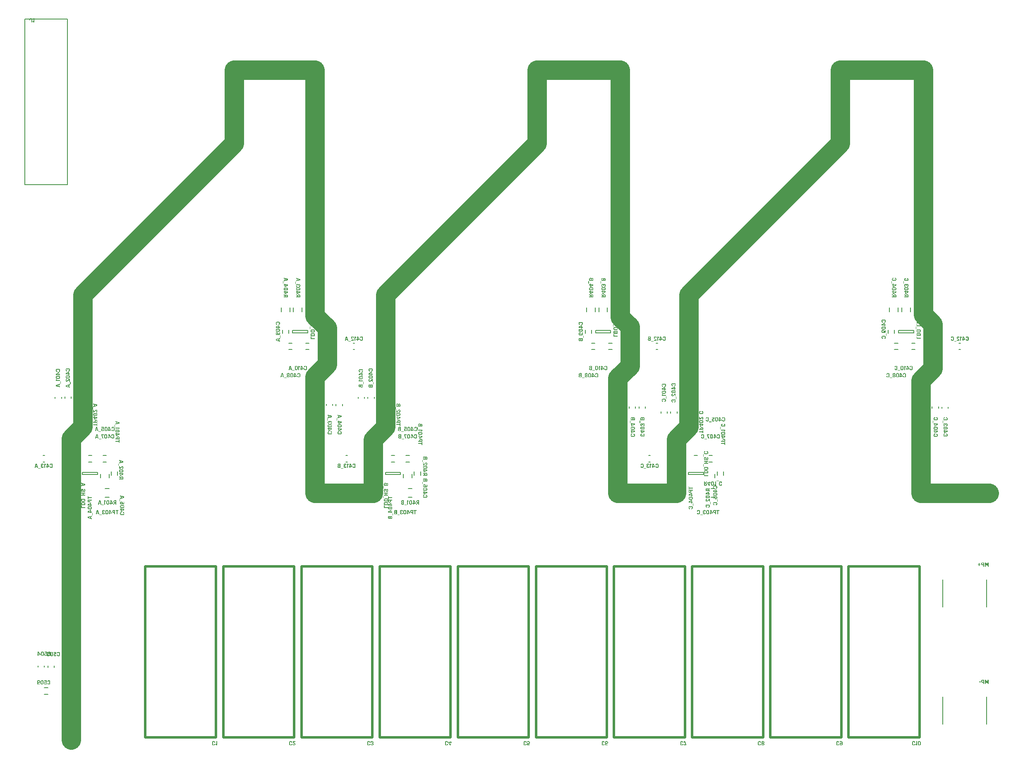
<source format=gbo>
G04*
G04 #@! TF.GenerationSoftware,Altium Limited,Altium Designer,24.1.2 (44)*
G04*
G04 Layer_Color=32896*
%FSLAX44Y44*%
%MOMM*%
G71*
G04*
G04 #@! TF.SameCoordinates,79274CF1-F64A-4BB2-BB1D-09D00C332B84*
G04*
G04*
G04 #@! TF.FilePolarity,Positive*
G04*
G01*
G75*
%ADD11C,0.5000*%
%ADD13C,0.2000*%
%ADD15C,4.0000*%
G36*
X1366260Y537961D02*
X1366334Y537942D01*
X1366371Y537887D01*
X1366408Y537831D01*
X1366445Y537738D01*
Y536183D01*
X1366463Y536090D01*
X1366519Y536053D01*
X1366574Y536035D01*
X1366593D01*
X1373259D01*
X1373351Y536016D01*
X1373425Y535979D01*
X1373463Y535942D01*
X1373500Y535887D01*
X1373537Y535776D01*
Y534609D01*
X1373518Y534516D01*
X1373500Y534442D01*
X1373444Y534405D01*
X1373389Y534368D01*
X1373296Y534331D01*
X1373277D01*
X1373259D01*
X1366593D01*
X1366500Y534313D01*
X1366463Y534257D01*
X1366445Y534202D01*
Y532665D01*
X1366426Y532572D01*
X1366408Y532498D01*
X1366352Y532443D01*
X1366297Y532406D01*
X1366204Y532369D01*
X1366186D01*
X1366167D01*
X1365260D01*
X1365167Y532387D01*
X1365093Y532406D01*
X1365056Y532461D01*
X1365019Y532517D01*
X1364982Y532609D01*
Y537701D01*
X1365000Y537794D01*
X1365019Y537868D01*
X1365075Y537905D01*
X1365112Y537942D01*
X1365223Y537979D01*
X1365241D01*
X1365260D01*
X1366167D01*
X1366260Y537961D01*
D02*
G37*
G36*
X1373351Y531350D02*
X1373425Y531332D01*
X1373463Y531276D01*
X1373500Y531221D01*
X1373537Y531128D01*
Y529943D01*
X1373518Y529850D01*
X1373500Y529776D01*
X1373444Y529739D01*
X1373389Y529702D01*
X1373296Y529665D01*
X1373277D01*
X1373259D01*
X1370741D01*
X1370648Y529647D01*
X1370611Y529591D01*
X1370592Y529536D01*
Y527832D01*
X1370574Y527462D01*
X1370500Y527147D01*
X1370407Y526869D01*
X1370315Y526628D01*
X1370204Y526462D01*
X1370130Y526332D01*
X1370056Y526240D01*
X1370037Y526221D01*
X1369796Y526036D01*
X1369537Y525888D01*
X1369278Y525795D01*
X1369019Y525721D01*
X1368778Y525684D01*
X1368593Y525647D01*
X1368519D01*
X1368463D01*
X1368445D01*
X1368426D01*
X1367148D01*
X1366778Y525666D01*
X1366463Y525740D01*
X1366186Y525832D01*
X1365963Y525925D01*
X1365778Y526036D01*
X1365667Y526129D01*
X1365574Y526203D01*
X1365556Y526221D01*
X1365371Y526462D01*
X1365223Y526721D01*
X1365130Y526980D01*
X1365056Y527239D01*
X1365019Y527480D01*
X1364982Y527665D01*
Y531091D01*
X1365000Y531184D01*
X1365019Y531258D01*
X1365075Y531295D01*
X1365112Y531332D01*
X1365223Y531369D01*
X1365241D01*
X1365260D01*
X1373259D01*
X1373351Y531350D01*
D02*
G37*
G36*
X1371648Y524703D02*
X1371759Y524647D01*
X1371833Y524610D01*
X1371852Y524592D01*
X1371926Y524462D01*
X1371963Y524351D01*
X1371981Y524258D01*
Y520925D01*
X1373259D01*
X1373351Y520907D01*
X1373425Y520870D01*
X1373463Y520833D01*
X1373500Y520777D01*
X1373537Y520666D01*
Y519592D01*
X1373518Y519500D01*
X1373500Y519426D01*
X1373481Y519407D01*
Y519389D01*
X1373425Y519351D01*
X1373351Y519333D01*
X1373277D01*
X1373259D01*
X1371981D01*
Y518370D01*
X1371963Y518278D01*
X1371926Y518222D01*
X1371833Y518148D01*
X1371722Y518111D01*
X1371703D01*
X1371685D01*
X1370778D01*
X1370685Y518129D01*
X1370629Y518148D01*
X1370556Y518240D01*
X1370518Y518333D01*
Y519333D01*
X1365463D01*
X1365315Y519351D01*
X1365204Y519407D01*
X1365130Y519463D01*
X1365112Y519481D01*
X1365038Y519592D01*
X1365000Y519703D01*
X1364982Y519796D01*
Y521351D01*
X1365000Y521499D01*
X1365019Y521592D01*
X1365056Y521666D01*
X1365075Y521684D01*
X1365149Y521777D01*
X1365260Y521851D01*
X1365352Y521907D01*
X1365371Y521925D01*
X1365389D01*
X1370315Y524592D01*
X1370518Y524666D01*
X1370741Y524703D01*
X1370833Y524721D01*
X1370907D01*
X1370963D01*
X1370981D01*
X1371500D01*
X1371648Y524703D01*
D02*
G37*
G36*
X1371741Y517203D02*
X1372074Y517129D01*
X1372352Y517037D01*
X1372574Y516926D01*
X1372740Y516833D01*
X1372870Y516741D01*
X1372963Y516666D01*
X1372981Y516648D01*
X1373166Y516407D01*
X1373296Y516148D01*
X1373407Y515889D01*
X1373463Y515630D01*
X1373500Y515389D01*
X1373518Y515204D01*
X1373537Y515130D01*
Y513704D01*
X1373518Y513334D01*
X1373444Y513000D01*
X1373351Y512723D01*
X1373259Y512500D01*
X1373148Y512315D01*
X1373074Y512186D01*
X1373000Y512093D01*
X1372981Y512074D01*
X1372740Y511889D01*
X1372481Y511741D01*
X1372222Y511648D01*
X1371963Y511575D01*
X1371722Y511537D01*
X1371537Y511500D01*
X1371463D01*
X1371407D01*
X1371389D01*
X1371370D01*
X1367148D01*
X1366778Y511519D01*
X1366463Y511593D01*
X1366186Y511686D01*
X1365963Y511778D01*
X1365778Y511889D01*
X1365667Y511982D01*
X1365574Y512056D01*
X1365556Y512074D01*
X1365371Y512315D01*
X1365223Y512574D01*
X1365130Y512834D01*
X1365056Y513111D01*
X1365019Y513334D01*
X1364982Y513537D01*
Y515037D01*
X1365000Y515407D01*
X1365075Y515722D01*
X1365149Y516000D01*
X1365260Y516222D01*
X1365352Y516407D01*
X1365445Y516537D01*
X1365519Y516629D01*
X1365538Y516648D01*
X1365760Y516833D01*
X1366019Y516981D01*
X1366297Y517074D01*
X1366556Y517148D01*
X1366778Y517185D01*
X1366982Y517203D01*
X1367056Y517222D01*
X1367093D01*
X1367130D01*
X1367148D01*
X1371370D01*
X1371741Y517203D01*
D02*
G37*
G36*
X1371648Y510334D02*
X1371759Y510278D01*
X1371833Y510241D01*
X1371852Y510223D01*
X1371926Y510093D01*
X1371963Y509982D01*
X1371981Y509889D01*
Y506557D01*
X1373259D01*
X1373351Y506538D01*
X1373425Y506501D01*
X1373463Y506464D01*
X1373500Y506408D01*
X1373537Y506297D01*
Y505223D01*
X1373518Y505131D01*
X1373500Y505057D01*
X1373481Y505038D01*
Y505020D01*
X1373425Y504983D01*
X1373351Y504964D01*
X1373277D01*
X1373259D01*
X1371981D01*
Y504001D01*
X1371963Y503909D01*
X1371926Y503853D01*
X1371833Y503779D01*
X1371722Y503742D01*
X1371703D01*
X1371685D01*
X1370778D01*
X1370685Y503760D01*
X1370629Y503779D01*
X1370556Y503872D01*
X1370518Y503964D01*
Y504964D01*
X1365463D01*
X1365315Y504983D01*
X1365204Y505038D01*
X1365130Y505094D01*
X1365112Y505112D01*
X1365038Y505223D01*
X1365000Y505334D01*
X1364982Y505427D01*
Y506982D01*
X1365000Y507131D01*
X1365019Y507223D01*
X1365056Y507297D01*
X1365075Y507316D01*
X1365149Y507408D01*
X1365260Y507482D01*
X1365352Y507538D01*
X1365371Y507556D01*
X1365389D01*
X1370315Y510223D01*
X1370518Y510297D01*
X1370741Y510334D01*
X1370833Y510352D01*
X1370907D01*
X1370963D01*
X1370981D01*
X1371500D01*
X1371648Y510334D01*
D02*
G37*
G36*
X1374814Y503538D02*
X1374888Y503520D01*
X1374944Y503464D01*
X1374981Y503409D01*
X1375018Y503316D01*
Y498891D01*
X1375000Y498798D01*
X1374962Y498724D01*
X1374925Y498687D01*
X1374870Y498650D01*
X1374759Y498613D01*
X1374740D01*
X1374722D01*
X1374388D01*
X1374296Y498631D01*
X1374222Y498650D01*
X1374166Y498705D01*
X1374129Y498742D01*
X1374092Y498854D01*
Y503279D01*
X1374111Y503372D01*
X1374129Y503446D01*
X1374185Y503483D01*
X1374240Y503520D01*
X1374333Y503557D01*
X1374370D01*
X1374388D01*
X1374722D01*
X1374814Y503538D01*
D02*
G37*
G36*
X1371741Y497854D02*
X1372074Y497780D01*
X1372352Y497687D01*
X1372574Y497576D01*
X1372740Y497483D01*
X1372870Y497391D01*
X1372963Y497317D01*
X1372981Y497298D01*
X1373166Y497057D01*
X1373296Y496798D01*
X1373407Y496539D01*
X1373463Y496261D01*
X1373500Y496039D01*
X1373518Y495835D01*
X1373537Y495761D01*
Y494224D01*
X1373518Y493854D01*
X1373444Y493521D01*
X1373351Y493243D01*
X1373259Y493021D01*
X1373148Y492836D01*
X1373074Y492706D01*
X1373000Y492613D01*
X1372981Y492595D01*
X1372740Y492410D01*
X1372481Y492262D01*
X1372222Y492169D01*
X1371963Y492095D01*
X1371722Y492058D01*
X1371537Y492021D01*
X1371463D01*
X1371407D01*
X1371389D01*
X1371370D01*
X1370741D01*
X1370648Y492039D01*
X1370574Y492058D01*
X1370518Y492113D01*
X1370481Y492169D01*
X1370444Y492262D01*
Y493428D01*
X1370463Y493521D01*
X1370481Y493595D01*
X1370537Y493632D01*
X1370592Y493669D01*
X1370685Y493706D01*
X1370722D01*
X1370741D01*
X1371296D01*
X1371444D01*
X1371574Y493743D01*
X1371685Y493761D01*
X1371759Y493798D01*
X1371833Y493836D01*
X1371870Y493854D01*
X1371889Y493891D01*
X1371907D01*
X1371963Y493965D01*
X1372000Y494058D01*
X1372055Y494261D01*
Y494354D01*
X1372074Y494428D01*
Y495558D01*
X1372055Y495669D01*
X1372018Y495780D01*
X1371981Y495854D01*
X1371963Y495928D01*
X1371926Y495965D01*
X1371907Y496002D01*
X1371833Y496058D01*
X1371741Y496095D01*
X1371537Y496150D01*
X1371444D01*
X1371370Y496169D01*
X1371315D01*
X1371296D01*
X1367222D01*
X1367074D01*
X1366945Y496150D01*
X1366852Y496113D01*
X1366760Y496076D01*
X1366704Y496058D01*
X1366667Y496021D01*
X1366630Y496002D01*
X1366574Y495928D01*
X1366519Y495835D01*
X1366463Y495632D01*
X1366445Y495539D01*
Y494354D01*
X1366482Y494224D01*
X1366500Y494113D01*
X1366537Y494039D01*
X1366574Y493965D01*
X1366593Y493928D01*
X1366630Y493891D01*
X1366704Y493836D01*
X1366797Y493780D01*
X1366982Y493725D01*
X1367074Y493706D01*
X1367148D01*
X1367204D01*
X1367222D01*
X1367778D01*
X1367871Y493687D01*
X1367945Y493669D01*
X1368000Y493613D01*
X1368037Y493558D01*
X1368074Y493465D01*
Y492317D01*
X1368056Y492225D01*
X1368019Y492151D01*
X1367982Y492095D01*
X1367926Y492058D01*
X1367815Y492021D01*
X1367796D01*
X1367778D01*
X1367148D01*
X1366778Y492039D01*
X1366463Y492113D01*
X1366186Y492206D01*
X1365963Y492299D01*
X1365778Y492410D01*
X1365667Y492502D01*
X1365574Y492576D01*
X1365556Y492595D01*
X1365371Y492836D01*
X1365223Y493095D01*
X1365130Y493354D01*
X1365056Y493632D01*
X1365019Y493854D01*
X1364982Y494058D01*
Y495669D01*
X1365000Y496039D01*
X1365075Y496372D01*
X1365149Y496650D01*
X1365260Y496872D01*
X1365352Y497057D01*
X1365445Y497187D01*
X1365519Y497280D01*
X1365538Y497298D01*
X1365760Y497483D01*
X1366019Y497631D01*
X1366297Y497724D01*
X1366556Y497798D01*
X1366778Y497835D01*
X1366982Y497854D01*
X1367056Y497872D01*
X1367093D01*
X1367130D01*
X1367148D01*
X1371370D01*
X1371741Y497854D01*
D02*
G37*
G36*
X744648Y545636D02*
X744852Y545599D01*
X745019Y545544D01*
X745167Y545488D01*
X745278Y545433D01*
X745370Y545377D01*
X745407Y545340D01*
X745426Y545321D01*
X745537Y545192D01*
X745648Y545062D01*
X745722Y544914D01*
X745778Y544785D01*
X745815Y544655D01*
X745833Y544562D01*
X745852Y544488D01*
Y544470D01*
X745926Y544655D01*
X746018Y544822D01*
X746111Y544951D01*
X746222Y545081D01*
X746333Y545192D01*
X746463Y545266D01*
X746704Y545396D01*
X746944Y545470D01*
X747129Y545507D01*
X747204Y545525D01*
X747259D01*
X747296D01*
X747315D01*
X747870D01*
X748240Y545507D01*
X748555Y545433D01*
X748833Y545340D01*
X749055Y545247D01*
X749240Y545136D01*
X749351Y545044D01*
X749444Y544970D01*
X749463Y544951D01*
X749648Y544710D01*
X749777Y544451D01*
X749888Y544192D01*
X749944Y543914D01*
X749981Y543692D01*
X750018Y543488D01*
Y540118D01*
X749999Y540026D01*
X749981Y539952D01*
X749925Y539915D01*
X749888Y539878D01*
X749777Y539841D01*
X749759D01*
X749740D01*
X741741D01*
X741648Y539859D01*
X741574Y539878D01*
X741537Y539933D01*
X741500Y539989D01*
X741463Y540081D01*
Y543451D01*
X741482Y543822D01*
X741556Y544155D01*
X741648Y544433D01*
X741741Y544655D01*
X741852Y544840D01*
X741926Y544970D01*
X742000Y545062D01*
X742019Y545081D01*
X742241Y545266D01*
X742500Y545414D01*
X742759Y545507D01*
X743019Y545581D01*
X743260Y545618D01*
X743445Y545655D01*
X743519D01*
X743574D01*
X743593D01*
X743611D01*
X744408D01*
X744648Y545636D01*
D02*
G37*
G36*
X740704Y538952D02*
X740778Y538933D01*
X740834Y538878D01*
X740871Y538841D01*
X740908Y538730D01*
Y534304D01*
X740889Y534212D01*
X740871Y534137D01*
X740815Y534100D01*
X740760Y534063D01*
X740667Y534026D01*
X740630D01*
X740612D01*
X740278D01*
X740186Y534045D01*
X740112Y534063D01*
X740056Y534119D01*
X740019Y534174D01*
X739982Y534267D01*
Y538693D01*
X740001Y538785D01*
X740038Y538859D01*
X740075Y538896D01*
X740130Y538933D01*
X740241Y538970D01*
X740260D01*
X740278D01*
X740612D01*
X740704Y538952D01*
D02*
G37*
G36*
X744370Y533341D02*
X744630Y533304D01*
X744852Y533267D01*
X745056Y533212D01*
X745204Y533138D01*
X745315Y533101D01*
X745389Y533063D01*
X745407Y533045D01*
X745593Y532915D01*
X745741Y532786D01*
X745870Y532656D01*
X745963Y532545D01*
X746037Y532434D01*
X746093Y532341D01*
X746130Y532286D01*
Y532267D01*
X746259Y531934D01*
X746352Y531582D01*
X746426Y531249D01*
X746481Y530934D01*
X746518Y530675D01*
X746555Y530453D01*
Y530378D01*
X746574Y530323D01*
Y530267D01*
X746592Y530082D01*
X746629Y529916D01*
X746666Y529767D01*
X746722Y529638D01*
X746778Y529527D01*
X746852Y529434D01*
X746963Y529305D01*
X747092Y529230D01*
X747204Y529193D01*
X747278Y529175D01*
X747296D01*
X747555D01*
X747759D01*
X747926Y529212D01*
X748074Y529230D01*
X748185Y529268D01*
X748259Y529305D01*
X748315Y529323D01*
X748333Y529360D01*
X748352D01*
X748426Y529453D01*
X748463Y529564D01*
X748537Y529804D01*
Y529916D01*
X748555Y530008D01*
Y530804D01*
X748518Y530953D01*
X748500Y531082D01*
X748463Y531175D01*
X748426Y531249D01*
X748407Y531304D01*
X748370Y531341D01*
X748296Y531415D01*
X748185Y531452D01*
X747944Y531527D01*
X747833D01*
X747759Y531545D01*
X747685D01*
X747666D01*
X747592D01*
X747500Y531564D01*
X747426Y531601D01*
X747389Y531638D01*
X747352Y531693D01*
X747315Y531804D01*
Y532971D01*
X747333Y533063D01*
X747352Y533138D01*
X747407Y533175D01*
X747463Y533212D01*
X747555Y533249D01*
X747574D01*
X747592D01*
X747833D01*
X748203Y533230D01*
X748537Y533156D01*
X748814Y533063D01*
X749037Y532952D01*
X749222Y532841D01*
X749333Y532749D01*
X749426Y532675D01*
X749444Y532656D01*
X749629Y532415D01*
X749777Y532156D01*
X749870Y531878D01*
X749944Y531619D01*
X749981Y531378D01*
X750018Y531193D01*
Y529693D01*
X749999Y529323D01*
X749925Y528990D01*
X749833Y528712D01*
X749740Y528471D01*
X749629Y528286D01*
X749537Y528157D01*
X749463Y528083D01*
X749444Y528046D01*
X749222Y527860D01*
X748963Y527712D01*
X748685Y527620D01*
X748426Y527546D01*
X748203Y527509D01*
X748000Y527490D01*
X747926Y527471D01*
X747889D01*
X747852D01*
X747833D01*
X747370D01*
X747074Y527490D01*
X746815Y527527D01*
X746592Y527564D01*
X746389Y527638D01*
X746241Y527694D01*
X746111Y527731D01*
X746037Y527768D01*
X746018Y527786D01*
X745833Y527916D01*
X745685Y528046D01*
X745574Y528175D01*
X745481Y528286D01*
X745407Y528397D01*
X745352Y528490D01*
X745333Y528545D01*
X745315Y528564D01*
X745185Y528916D01*
X745148Y529082D01*
X745093Y529230D01*
X745056Y529379D01*
X745037Y529471D01*
X745019Y529545D01*
Y529564D01*
X744945Y529953D01*
X744926Y530138D01*
X744908Y530286D01*
X744889Y530416D01*
X744870Y530508D01*
Y530582D01*
X744815Y530897D01*
X744778Y531027D01*
X744722Y531138D01*
X744685Y531230D01*
X744648Y531304D01*
X744630Y531341D01*
X744611Y531360D01*
X744519Y531471D01*
X744426Y531545D01*
X744333Y531601D01*
X744241Y531638D01*
X744148Y531656D01*
X744074Y531675D01*
X744037D01*
X744019D01*
X743870D01*
X743685D01*
X743519Y531638D01*
X743389Y531619D01*
X743278Y531582D01*
X743204Y531545D01*
X743148Y531508D01*
X743130Y531489D01*
X743111Y531471D01*
X743056Y531378D01*
X743000Y531267D01*
X742945Y531027D01*
Y530915D01*
X742926Y530823D01*
Y529934D01*
X742963Y529786D01*
X742982Y529656D01*
X743019Y529545D01*
X743056Y529471D01*
X743074Y529416D01*
X743111Y529397D01*
Y529379D01*
X743185Y529305D01*
X743297Y529268D01*
X743519Y529193D01*
X743630D01*
X743722Y529175D01*
X743778D01*
X743796D01*
X743908D01*
X744000Y529156D01*
X744074Y529138D01*
X744111Y529082D01*
X744148Y529045D01*
X744185Y528934D01*
Y527768D01*
X744167Y527675D01*
X744148Y527601D01*
X744093Y527564D01*
X744056Y527527D01*
X743945Y527490D01*
X743926D01*
X743908D01*
X743648D01*
X743278Y527509D01*
X742945Y527583D01*
X742667Y527675D01*
X742445Y527786D01*
X742260Y527879D01*
X742130Y527971D01*
X742037Y528046D01*
X742019Y528064D01*
X741834Y528305D01*
X741704Y528564D01*
X741593Y528842D01*
X741537Y529101D01*
X741500Y529342D01*
X741482Y529527D01*
X741463Y529601D01*
Y531156D01*
X741482Y531527D01*
X741556Y531841D01*
X741648Y532119D01*
X741741Y532360D01*
X741852Y532527D01*
X741926Y532656D01*
X742000Y532749D01*
X742019Y532767D01*
X742260Y532971D01*
X742519Y533119D01*
X742778Y533212D01*
X743056Y533286D01*
X743278Y533323D01*
X743482Y533360D01*
X743556D01*
X743611D01*
X743630D01*
X743648D01*
X744093D01*
X744370Y533341D01*
D02*
G37*
G36*
X749833Y525935D02*
X749907Y525916D01*
X749944Y525860D01*
X749981Y525824D01*
X750018Y525712D01*
Y524546D01*
X749999Y524453D01*
X749981Y524379D01*
X749925Y524342D01*
X749888Y524305D01*
X749777Y524268D01*
X749759D01*
X749740D01*
X746611D01*
X746518Y524249D01*
X746481Y524194D01*
X746463Y524138D01*
Y521861D01*
X746481Y521768D01*
X746537Y521731D01*
X746592Y521713D01*
X746611D01*
X749740D01*
X749833Y521694D01*
X749907Y521676D01*
X749944Y521620D01*
X749981Y521583D01*
X750018Y521472D01*
Y520287D01*
X749999Y520194D01*
X749981Y520120D01*
X749925Y520083D01*
X749888Y520046D01*
X749777Y520009D01*
X749759D01*
X749740D01*
X741741D01*
X741648Y520028D01*
X741574Y520046D01*
X741537Y520102D01*
X741500Y520157D01*
X741463Y520250D01*
Y521435D01*
X741482Y521528D01*
X741500Y521602D01*
X741556Y521639D01*
X741611Y521676D01*
X741704Y521713D01*
X741723D01*
X741741D01*
X744852D01*
X744945Y521731D01*
X744982Y521787D01*
X745000Y521842D01*
Y524120D01*
X744982Y524212D01*
X744926Y524249D01*
X744870Y524268D01*
X744852D01*
X741741D01*
X741648Y524287D01*
X741574Y524305D01*
X741537Y524361D01*
X741500Y524416D01*
X741463Y524509D01*
Y525675D01*
X741482Y525768D01*
X741500Y525842D01*
X741556Y525879D01*
X741611Y525916D01*
X741704Y525953D01*
X741723D01*
X741741D01*
X749740D01*
X749833Y525935D01*
D02*
G37*
G36*
X740704Y519120D02*
X740778Y519102D01*
X740834Y519046D01*
X740871Y519009D01*
X740908Y518898D01*
Y514473D01*
X740889Y514380D01*
X740871Y514306D01*
X740815Y514269D01*
X740760Y514232D01*
X740667Y514195D01*
X740630D01*
X740612D01*
X740278D01*
X740186Y514214D01*
X740112Y514232D01*
X740056Y514288D01*
X740019Y514343D01*
X739982Y514436D01*
Y518861D01*
X740001Y518954D01*
X740038Y519028D01*
X740075Y519065D01*
X740130Y519102D01*
X740241Y519139D01*
X740260D01*
X740278D01*
X740612D01*
X740704Y519120D01*
D02*
G37*
G36*
X751260Y518007D02*
X751334Y517988D01*
X751371Y517933D01*
X751408Y517877D01*
X751445Y517785D01*
Y516229D01*
X751463Y516137D01*
X751519Y516100D01*
X751574Y516081D01*
X751593D01*
X758259D01*
X758352Y516063D01*
X758426Y516026D01*
X758463Y515989D01*
X758500Y515933D01*
X758537Y515822D01*
Y514655D01*
X758518Y514563D01*
X758500Y514489D01*
X758444Y514452D01*
X758389Y514415D01*
X758296Y514378D01*
X758277D01*
X758259D01*
X751593D01*
X751500Y514359D01*
X751463Y514304D01*
X751445Y514248D01*
Y512711D01*
X751426Y512618D01*
X751408Y512545D01*
X751352Y512489D01*
X751297Y512452D01*
X751204Y512415D01*
X751186D01*
X751167D01*
X750260D01*
X750167Y512433D01*
X750093Y512452D01*
X750056Y512507D01*
X750019Y512563D01*
X749982Y512656D01*
Y517748D01*
X750001Y517840D01*
X750019Y517914D01*
X750075Y517951D01*
X750112Y517988D01*
X750223Y518025D01*
X750241D01*
X750260D01*
X751167D01*
X751260Y518007D01*
D02*
G37*
G36*
X748222Y513436D02*
X748555Y513362D01*
X748833Y513269D01*
X749055Y513177D01*
X749240Y513065D01*
X749351Y512973D01*
X749444Y512899D01*
X749463Y512880D01*
X749648Y512640D01*
X749777Y512380D01*
X749888Y512121D01*
X749944Y511862D01*
X749981Y511621D01*
X750018Y511436D01*
Y511300D01*
X750019Y511304D01*
X750075Y511341D01*
X750112Y511378D01*
X750223Y511415D01*
X750241D01*
X750260D01*
X758259D01*
X758352Y511396D01*
X758426Y511378D01*
X758463Y511322D01*
X758500Y511267D01*
X758537Y511174D01*
Y509989D01*
X758518Y509897D01*
X758500Y509823D01*
X758444Y509785D01*
X758389Y509748D01*
X758296Y509711D01*
X758277D01*
X758259D01*
X755741D01*
X755648Y509693D01*
X755611Y509637D01*
X755592Y509582D01*
Y507878D01*
X755574Y507508D01*
X755500Y507193D01*
X755407Y506915D01*
X755315Y506675D01*
X755204Y506508D01*
X755130Y506378D01*
X755055Y506286D01*
X755037Y506267D01*
X754796Y506082D01*
X754537Y505934D01*
X754278Y505841D01*
X754019Y505767D01*
X753778Y505730D01*
X753593Y505693D01*
X753519D01*
X753463D01*
X753445D01*
X753426D01*
X752148D01*
X751778Y505712D01*
X751463Y505786D01*
X751186Y505878D01*
X750963Y505971D01*
X750778Y506082D01*
X750667Y506175D01*
X750574Y506249D01*
X750556Y506267D01*
X750371Y506508D01*
X750223Y506767D01*
X750130Y507026D01*
X750056Y507286D01*
X750019Y507527D01*
X749982Y507712D01*
Y509320D01*
X749925Y509066D01*
X749851Y508788D01*
X749740Y508566D01*
X749648Y508381D01*
X749555Y508251D01*
X749481Y508159D01*
X749463Y508140D01*
X749240Y507955D01*
X748981Y507807D01*
X748703Y507714D01*
X748444Y507640D01*
X748222Y507603D01*
X748018Y507585D01*
X747944Y507566D01*
X747907D01*
X747870D01*
X747852D01*
X743630D01*
X743260Y507585D01*
X742926Y507659D01*
X742648Y507751D01*
X742426Y507862D01*
X742260Y507955D01*
X742130Y508047D01*
X742037Y508122D01*
X742019Y508140D01*
X741834Y508381D01*
X741704Y508640D01*
X741593Y508899D01*
X741537Y509177D01*
X741500Y509399D01*
X741482Y509603D01*
X741463Y509677D01*
Y511269D01*
X741482Y511640D01*
X741556Y511954D01*
X741648Y512232D01*
X741741Y512473D01*
X741852Y512640D01*
X741926Y512769D01*
X742000Y512862D01*
X742019Y512880D01*
X742241Y513065D01*
X742500Y513214D01*
X742778Y513306D01*
X743037Y513380D01*
X743260Y513417D01*
X743463Y513454D01*
X743537D01*
X743593D01*
X743611D01*
X743630D01*
X747852D01*
X748222Y513436D01*
D02*
G37*
G36*
Y506085D02*
X748537Y506011D01*
X748814Y505918D01*
X749037Y505807D01*
X749222Y505696D01*
X749333Y505603D01*
X749426Y505529D01*
X749444Y505511D01*
X749629Y505270D01*
X749777Y505011D01*
X749870Y504752D01*
X749944Y504492D01*
X749981Y504252D01*
X750018Y504067D01*
Y501633D01*
X750019Y501638D01*
X750056Y501712D01*
X750075Y501731D01*
X750149Y501823D01*
X750260Y501897D01*
X750352Y501953D01*
X750371Y501972D01*
X750389D01*
X755315Y504638D01*
X755518Y504712D01*
X755741Y504749D01*
X755833Y504767D01*
X755907D01*
X755963D01*
X755981D01*
X756500D01*
X756648Y504749D01*
X756759Y504693D01*
X756833Y504656D01*
X756852Y504638D01*
X756926Y504508D01*
X756963Y504397D01*
X756981Y504305D01*
Y500972D01*
X758259D01*
X758352Y500953D01*
X758426Y500916D01*
X758463Y500879D01*
X758500Y500824D01*
X758537Y500712D01*
Y499638D01*
X758518Y499546D01*
X758500Y499472D01*
X758481Y499453D01*
Y499435D01*
X758426Y499398D01*
X758352Y499379D01*
X758277D01*
X758259D01*
X756981D01*
Y498416D01*
X756963Y498324D01*
X756926Y498268D01*
X756833Y498194D01*
X756722Y498157D01*
X756703D01*
X756685D01*
X755778D01*
X755685Y498176D01*
X755630Y498194D01*
X755555Y498287D01*
X755518Y498379D01*
Y499379D01*
X750463D01*
X750315Y499398D01*
X750204Y499453D01*
X750130Y499509D01*
X750112Y499527D01*
X750038Y499638D01*
X750001Y499749D01*
X749982Y499842D01*
Y500441D01*
X749981Y500437D01*
X749925Y500400D01*
X749888Y500363D01*
X749777Y500326D01*
X749759D01*
X749740D01*
X741741D01*
X741648Y500345D01*
X741574Y500363D01*
X741537Y500419D01*
X741500Y500474D01*
X741463Y500567D01*
Y503900D01*
X741482Y504270D01*
X741556Y504585D01*
X741648Y504863D01*
X741741Y505103D01*
X741852Y505270D01*
X741926Y505400D01*
X742000Y505492D01*
X742019Y505511D01*
X742260Y505714D01*
X742519Y505863D01*
X742778Y505955D01*
X743037Y506029D01*
X743278Y506066D01*
X743463Y506103D01*
X743537D01*
X743593D01*
X743611D01*
X743630D01*
X747852D01*
X748222Y506085D01*
D02*
G37*
G36*
X742741Y499271D02*
X742815Y499252D01*
X742852Y499197D01*
X742889Y499160D01*
X742926Y499049D01*
Y496197D01*
X742945Y496104D01*
X743000Y496067D01*
X743056Y496049D01*
X743074D01*
X749740D01*
X749833Y496030D01*
X749907Y496012D01*
X749944Y495956D01*
X749981Y495919D01*
X750018Y495808D01*
Y495528D01*
X750075Y495768D01*
X750149Y496046D01*
X750260Y496268D01*
X750352Y496454D01*
X750445Y496583D01*
X750519Y496676D01*
X750537Y496694D01*
X750760Y496879D01*
X751019Y497028D01*
X751297Y497120D01*
X751556Y497194D01*
X751778Y497231D01*
X751982Y497250D01*
X752056Y497268D01*
X752093D01*
X752130D01*
X752148D01*
X756370D01*
X756740Y497250D01*
X757074Y497176D01*
X757352Y497083D01*
X757574Y496972D01*
X757740Y496879D01*
X757870Y496787D01*
X757963Y496713D01*
X757981Y496694D01*
X758166Y496454D01*
X758296Y496194D01*
X758407Y495935D01*
X758463Y495676D01*
X758500Y495435D01*
X758518Y495250D01*
X758537Y495176D01*
Y493750D01*
X758518Y493380D01*
X758444Y493046D01*
X758352Y492769D01*
X758259Y492547D01*
X758148Y492361D01*
X758074Y492232D01*
X758000Y492139D01*
X757981Y492121D01*
X757740Y491936D01*
X757481Y491787D01*
X757222Y491695D01*
X756963Y491621D01*
X756722Y491584D01*
X756537Y491547D01*
X756463D01*
X756407D01*
X756389D01*
X756370D01*
X752148D01*
X751778Y491565D01*
X751463Y491639D01*
X751186Y491732D01*
X750963Y491824D01*
X750778Y491936D01*
X750667Y492028D01*
X750574Y492102D01*
X750556Y492121D01*
X750371Y492361D01*
X750223Y492621D01*
X750130Y492880D01*
X750056Y493158D01*
X750019Y493380D01*
X749982Y493583D01*
Y494460D01*
X749981Y494456D01*
X749925Y494419D01*
X749888Y494382D01*
X749777Y494345D01*
X749759D01*
X749740D01*
X741741D01*
X741648Y494364D01*
X741574Y494382D01*
X741537Y494438D01*
X741500Y494493D01*
X741463Y494586D01*
Y499011D01*
X741482Y499104D01*
X741500Y499178D01*
X741556Y499215D01*
X741611Y499252D01*
X741704Y499289D01*
X741723D01*
X741741D01*
X742648D01*
X742741Y499271D01*
D02*
G37*
G36*
X756648Y490380D02*
X756759Y490325D01*
X756833Y490288D01*
X756852Y490269D01*
X756926Y490139D01*
X756963Y490028D01*
X756981Y489936D01*
Y486603D01*
X758259D01*
X758352Y486584D01*
X758426Y486547D01*
X758463Y486510D01*
X758500Y486455D01*
X758537Y486343D01*
Y485270D01*
X758518Y485177D01*
X758500Y485103D01*
X758481Y485084D01*
Y485066D01*
X758426Y485029D01*
X758352Y485010D01*
X758277D01*
X758259D01*
X756981D01*
Y484047D01*
X756963Y483955D01*
X756926Y483899D01*
X756833Y483825D01*
X756722Y483788D01*
X756703D01*
X756685D01*
X755778D01*
X755685Y483807D01*
X755630Y483825D01*
X755555Y483918D01*
X755518Y484010D01*
Y485010D01*
X750463D01*
X750315Y485029D01*
X750204Y485084D01*
X750130Y485140D01*
X750112Y485158D01*
X750038Y485270D01*
X750001Y485381D01*
X749982Y485473D01*
Y487029D01*
X750001Y487177D01*
X750019Y487269D01*
X750056Y487343D01*
X750075Y487362D01*
X750149Y487454D01*
X750260Y487528D01*
X750352Y487584D01*
X750371Y487603D01*
X750389D01*
X755315Y490269D01*
X755518Y490343D01*
X755741Y490380D01*
X755833Y490399D01*
X755907D01*
X755963D01*
X755981D01*
X756500D01*
X756648Y490380D01*
D02*
G37*
G36*
X759814Y483585D02*
X759888Y483566D01*
X759944Y483510D01*
X759981Y483455D01*
X760018Y483362D01*
Y478937D01*
X759999Y478844D01*
X759962Y478770D01*
X759925Y478733D01*
X759870Y478696D01*
X759759Y478659D01*
X759740D01*
X759722D01*
X759388D01*
X759296Y478678D01*
X759222Y478696D01*
X759166Y478752D01*
X759129Y478789D01*
X759092Y478900D01*
Y483325D01*
X759111Y483418D01*
X759129Y483492D01*
X759185Y483529D01*
X759240Y483566D01*
X759333Y483603D01*
X759370D01*
X759388D01*
X759722D01*
X759814Y483585D01*
D02*
G37*
G36*
X758352Y477770D02*
X758426Y477752D01*
X758463Y477696D01*
X758500Y477641D01*
X758537Y477548D01*
Y474178D01*
X758518Y473808D01*
X758444Y473474D01*
X758352Y473197D01*
X758259Y472975D01*
X758148Y472789D01*
X758074Y472660D01*
X758000Y472567D01*
X757981Y472549D01*
X757759Y472363D01*
X757500Y472215D01*
X757241Y472123D01*
X756981Y472049D01*
X756740Y472012D01*
X756555Y471975D01*
X756481D01*
X756426D01*
X756407D01*
X756389D01*
X755592D01*
X755352Y471993D01*
X755148Y472030D01*
X754982Y472086D01*
X754833Y472141D01*
X754722Y472197D01*
X754630Y472252D01*
X754593Y472289D01*
X754574Y472308D01*
X754463Y472438D01*
X754352Y472567D01*
X754278Y472715D01*
X754222Y472845D01*
X754185Y472975D01*
X754167Y473067D01*
X754148Y473141D01*
Y473160D01*
X754074Y472975D01*
X753982Y472808D01*
X753889Y472678D01*
X753778Y472549D01*
X753667Y472438D01*
X753537Y472363D01*
X753297Y472234D01*
X753056Y472160D01*
X752871Y472123D01*
X752796Y472104D01*
X752741D01*
X752704D01*
X752685D01*
X752130D01*
X751760Y472123D01*
X751445Y472197D01*
X751167Y472289D01*
X750945Y472382D01*
X750760Y472493D01*
X750649Y472586D01*
X750556Y472660D01*
X750537Y472678D01*
X750352Y472919D01*
X750223Y473178D01*
X750112Y473437D01*
X750056Y473715D01*
X750019Y473937D01*
X749982Y474141D01*
Y477511D01*
X750001Y477604D01*
X750019Y477678D01*
X750075Y477715D01*
X750112Y477752D01*
X750223Y477789D01*
X750241D01*
X750260D01*
X758259D01*
X758352Y477770D01*
D02*
G37*
G36*
X136260Y518229D02*
X136334Y518210D01*
X136371Y518155D01*
X136408Y518099D01*
X136445Y518007D01*
Y516451D01*
X136463Y516359D01*
X136519Y516322D01*
X136574Y516303D01*
X136593D01*
X143259D01*
X143351Y516285D01*
X143426Y516248D01*
X143463Y516211D01*
X143500Y516155D01*
X143537Y516044D01*
Y514878D01*
X143518Y514785D01*
X143500Y514711D01*
X143444Y514674D01*
X143389Y514637D01*
X143296Y514600D01*
X143277D01*
X143259D01*
X136593D01*
X136500Y514581D01*
X136463Y514526D01*
X136445Y514470D01*
Y512933D01*
X136426Y512841D01*
X136408Y512767D01*
X136352Y512711D01*
X136297Y512674D01*
X136204Y512637D01*
X136186D01*
X136167D01*
X135260D01*
X135167Y512655D01*
X135093Y512674D01*
X135056Y512730D01*
X135019Y512785D01*
X134982Y512878D01*
Y517970D01*
X135000Y518062D01*
X135019Y518136D01*
X135075Y518173D01*
X135112Y518210D01*
X135223Y518248D01*
X135241D01*
X135260D01*
X136167D01*
X136260Y518229D01*
D02*
G37*
G36*
X143351Y511619D02*
X143426Y511600D01*
X143463Y511544D01*
X143500Y511489D01*
X143537Y511396D01*
Y510211D01*
X143518Y510119D01*
X143500Y510045D01*
X143444Y510008D01*
X143389Y509971D01*
X143296Y509934D01*
X143277D01*
X143259D01*
X140741D01*
X140648Y509915D01*
X140611Y509860D01*
X140592Y509804D01*
Y508101D01*
X140574Y507730D01*
X140500Y507415D01*
X140407Y507138D01*
X140315Y506897D01*
X140204Y506730D01*
X140130Y506601D01*
X140056Y506508D01*
X140037Y506489D01*
X139796Y506304D01*
X139537Y506156D01*
X139278Y506064D01*
X139019Y505990D01*
X138778Y505952D01*
X138593Y505915D01*
X138519D01*
X138463D01*
X138445D01*
X138426D01*
X137148D01*
X136778Y505934D01*
X136463Y506008D01*
X136186Y506101D01*
X135963Y506193D01*
X135778Y506304D01*
X135667Y506397D01*
X135575Y506471D01*
X135556Y506489D01*
X135371Y506730D01*
X135223Y506990D01*
X135130Y507249D01*
X135056Y507508D01*
X135019Y507749D01*
X134982Y507934D01*
Y511359D01*
X135000Y511452D01*
X135019Y511526D01*
X135075Y511563D01*
X135112Y511600D01*
X135223Y511637D01*
X135241D01*
X135260D01*
X143259D01*
X143351Y511619D01*
D02*
G37*
G36*
X141648Y504971D02*
X141759Y504916D01*
X141833Y504879D01*
X141852Y504860D01*
X141926Y504730D01*
X141963Y504619D01*
X141981Y504527D01*
Y501194D01*
X143259D01*
X143351Y501175D01*
X143426Y501138D01*
X143463Y501101D01*
X143500Y501046D01*
X143537Y500934D01*
Y499861D01*
X143518Y499768D01*
X143500Y499694D01*
X143481Y499675D01*
Y499657D01*
X143426Y499620D01*
X143351Y499601D01*
X143277D01*
X143259D01*
X141981D01*
Y498638D01*
X141963Y498546D01*
X141926Y498490D01*
X141833Y498416D01*
X141722Y498379D01*
X141704D01*
X141685D01*
X140778D01*
X140685Y498398D01*
X140630Y498416D01*
X140555Y498509D01*
X140518Y498601D01*
Y499601D01*
X135463D01*
X135315Y499620D01*
X135204Y499675D01*
X135130Y499731D01*
X135112Y499749D01*
X135037Y499861D01*
X135000Y499972D01*
X134982Y500064D01*
Y501620D01*
X135000Y501768D01*
X135019Y501860D01*
X135056Y501934D01*
X135075Y501953D01*
X135149Y502046D01*
X135260Y502120D01*
X135352Y502175D01*
X135371Y502194D01*
X135389D01*
X140315Y504860D01*
X140518Y504934D01*
X140741Y504971D01*
X140833Y504990D01*
X140907D01*
X140963D01*
X140981D01*
X141500D01*
X141648Y504971D01*
D02*
G37*
G36*
X141741Y497472D02*
X142074Y497398D01*
X142352Y497305D01*
X142574Y497194D01*
X142740Y497102D01*
X142870Y497009D01*
X142963Y496935D01*
X142981Y496916D01*
X143166Y496676D01*
X143296Y496417D01*
X143407Y496157D01*
X143463Y495898D01*
X143500Y495657D01*
X143518Y495472D01*
X143537Y495398D01*
Y493972D01*
X143518Y493602D01*
X143444Y493269D01*
X143351Y492991D01*
X143259Y492769D01*
X143148Y492584D01*
X143074Y492454D01*
X143000Y492361D01*
X142981Y492343D01*
X142740Y492158D01*
X142481Y492010D01*
X142222Y491917D01*
X141963Y491843D01*
X141722Y491806D01*
X141537Y491769D01*
X141463D01*
X141407D01*
X141389D01*
X141370D01*
X137148D01*
X136778Y491787D01*
X136463Y491861D01*
X136186Y491954D01*
X135963Y492047D01*
X135778Y492158D01*
X135667Y492250D01*
X135575Y492324D01*
X135556Y492343D01*
X135371Y492584D01*
X135223Y492843D01*
X135130Y493102D01*
X135056Y493380D01*
X135019Y493602D01*
X134982Y493806D01*
Y495305D01*
X135000Y495676D01*
X135075Y495991D01*
X135149Y496268D01*
X135260Y496491D01*
X135352Y496676D01*
X135445Y496805D01*
X135519Y496898D01*
X135538Y496916D01*
X135760Y497102D01*
X136019Y497250D01*
X136297Y497342D01*
X136556Y497416D01*
X136778Y497453D01*
X136982Y497472D01*
X137056Y497490D01*
X137093D01*
X137130D01*
X137148D01*
X141370D01*
X141741Y497472D01*
D02*
G37*
G36*
X141648Y490602D02*
X141759Y490547D01*
X141833Y490510D01*
X141852Y490491D01*
X141926Y490362D01*
X141963Y490251D01*
X141981Y490158D01*
Y486825D01*
X143259D01*
X143351Y486806D01*
X143426Y486769D01*
X143463Y486732D01*
X143500Y486677D01*
X143537Y486566D01*
Y485492D01*
X143518Y485399D01*
X143500Y485325D01*
X143481Y485307D01*
Y485288D01*
X143426Y485251D01*
X143351Y485233D01*
X143277D01*
X143259D01*
X141981D01*
Y484270D01*
X141963Y484177D01*
X141926Y484122D01*
X141833Y484047D01*
X141722Y484010D01*
X141704D01*
X141685D01*
X140778D01*
X140685Y484029D01*
X140630Y484047D01*
X140555Y484140D01*
X140518Y484233D01*
Y485233D01*
X135463D01*
X135315Y485251D01*
X135204Y485307D01*
X135130Y485362D01*
X135112Y485381D01*
X135037Y485492D01*
X135000Y485603D01*
X134982Y485695D01*
Y487251D01*
X135000Y487399D01*
X135019Y487491D01*
X135056Y487565D01*
X135075Y487584D01*
X135149Y487677D01*
X135260Y487751D01*
X135352Y487806D01*
X135371Y487825D01*
X135389D01*
X140315Y490491D01*
X140518Y490565D01*
X140741Y490602D01*
X140833Y490621D01*
X140907D01*
X140963D01*
X140981D01*
X141500D01*
X141648Y490602D01*
D02*
G37*
G36*
X144814Y483807D02*
X144888Y483788D01*
X144944Y483733D01*
X144981Y483677D01*
X145018Y483585D01*
Y479159D01*
X145000Y479066D01*
X144962Y478992D01*
X144925Y478955D01*
X144870Y478918D01*
X144759Y478881D01*
X144740D01*
X144722D01*
X144388D01*
X144296Y478900D01*
X144222Y478918D01*
X144166Y478974D01*
X144129Y479011D01*
X144092Y479122D01*
Y483547D01*
X144111Y483640D01*
X144129Y483714D01*
X144185Y483751D01*
X144240Y483788D01*
X144333Y483825D01*
X144370D01*
X144388D01*
X144722D01*
X144814Y483807D01*
D02*
G37*
G36*
X143463Y478548D02*
X143500Y478511D01*
X143537Y478437D01*
Y477104D01*
X143518Y477011D01*
X143500Y476955D01*
X143481Y476937D01*
Y476918D01*
X143426Y476881D01*
X143351Y476844D01*
X143277Y476826D01*
X143259D01*
X141796Y476456D01*
Y473863D01*
X143259Y473493D01*
X143370Y473456D01*
X143426Y473437D01*
X143463Y473400D01*
X143481D01*
X143518Y473345D01*
X143537Y473271D01*
Y471919D01*
X143518Y471845D01*
X143500Y471789D01*
X143444Y471771D01*
X143389Y471752D01*
X143296D01*
X143277Y471771D01*
X143259D01*
X135260Y473863D01*
X135167Y473900D01*
X135093Y473956D01*
X135056Y474030D01*
X135019Y474086D01*
X134982Y474215D01*
Y476048D01*
X135000Y476141D01*
X135019Y476233D01*
X135112Y476344D01*
X135223Y476419D01*
X135241Y476437D01*
X135260D01*
X143259Y478548D01*
X143351Y478567D01*
X143426D01*
X143463Y478548D01*
D02*
G37*
G36*
X1398241Y490000D02*
X1398575Y489925D01*
X1398853Y489851D01*
X1399075Y489740D01*
X1399260Y489648D01*
X1399389Y489555D01*
X1399482Y489481D01*
X1399501Y489463D01*
X1399686Y489240D01*
X1399834Y488981D01*
X1399926Y488722D01*
X1400000Y488463D01*
X1400038Y488222D01*
X1400056Y488037D01*
X1400075Y487963D01*
Y487907D01*
Y487889D01*
Y487870D01*
Y487500D01*
X1400056Y487407D01*
X1400038Y487333D01*
X1399982Y487296D01*
X1399926Y487259D01*
X1399834Y487222D01*
X1398667D01*
X1398575Y487240D01*
X1398501Y487259D01*
X1398445Y487315D01*
X1398408Y487370D01*
X1398371Y487463D01*
Y487481D01*
Y487500D01*
Y487833D01*
Y487981D01*
X1398353Y488111D01*
X1398315Y488203D01*
X1398279Y488296D01*
X1398260Y488352D01*
X1398223Y488388D01*
X1398204Y488426D01*
X1398130Y488481D01*
X1398038Y488537D01*
X1397853Y488592D01*
X1397760Y488611D01*
X1396816D01*
X1396686Y488574D01*
X1396575Y488555D01*
X1396482Y488518D01*
X1396408Y488481D01*
X1396371Y488463D01*
X1396334Y488426D01*
X1396260Y488352D01*
X1396223Y488259D01*
X1396149Y488074D01*
Y487981D01*
X1396131Y487907D01*
Y487852D01*
Y487833D01*
Y487222D01*
Y487074D01*
X1396168Y486944D01*
X1396186Y486833D01*
X1396223Y486759D01*
X1396260Y486685D01*
X1396297Y486648D01*
X1396316Y486629D01*
X1396334Y486611D01*
X1396408Y486555D01*
X1396501Y486518D01*
X1396723Y486463D01*
X1396816D01*
X1396890Y486444D01*
X1397649D01*
X1397742Y486426D01*
X1397816Y486407D01*
X1397853Y486352D01*
X1397890Y486296D01*
X1397927Y486204D01*
Y486166D01*
Y486148D01*
Y485352D01*
X1397908Y485259D01*
X1397890Y485185D01*
X1397834Y485148D01*
X1397778Y485111D01*
X1397686Y485074D01*
X1396816D01*
X1396686Y485037D01*
X1396575Y485019D01*
X1396482Y484981D01*
X1396408Y484944D01*
X1396371Y484926D01*
X1396334Y484889D01*
X1396260Y484815D01*
X1396223Y484722D01*
X1396149Y484519D01*
Y484445D01*
X1396131Y484370D01*
Y484315D01*
Y484296D01*
Y483648D01*
Y483500D01*
X1396168Y483371D01*
X1396186Y483259D01*
X1396223Y483185D01*
X1396260Y483111D01*
X1396297Y483074D01*
X1396316Y483056D01*
X1396334Y483037D01*
X1396408Y482982D01*
X1396501Y482945D01*
X1396723Y482889D01*
X1396816D01*
X1396890Y482871D01*
X1397760D01*
X1397890Y482889D01*
X1397982Y482926D01*
X1398075Y482963D01*
X1398130Y482982D01*
X1398167Y483019D01*
X1398204Y483037D01*
X1398260Y483111D01*
X1398297Y483204D01*
X1398353Y483408D01*
Y483500D01*
X1398371Y483574D01*
Y483630D01*
Y483648D01*
Y483982D01*
X1398390Y484074D01*
X1398408Y484148D01*
X1398464Y484204D01*
X1398519Y484241D01*
X1398612Y484278D01*
X1399797D01*
X1399889Y484259D01*
X1399964Y484241D01*
X1400000Y484185D01*
X1400038Y484130D01*
X1400075Y484037D01*
Y484000D01*
Y483982D01*
Y483611D01*
X1400056Y483241D01*
X1399982Y482926D01*
X1399889Y482648D01*
X1399778Y482426D01*
X1399686Y482241D01*
X1399593Y482130D01*
X1399519Y482037D01*
X1399501Y482019D01*
X1399260Y481834D01*
X1399001Y481704D01*
X1398741Y481593D01*
X1398464Y481537D01*
X1398241Y481500D01*
X1398038Y481482D01*
X1397964Y481463D01*
X1396686D01*
X1396316Y481482D01*
X1395982Y481556D01*
X1395705Y481648D01*
X1395482Y481741D01*
X1395297Y481852D01*
X1395168Y481926D01*
X1395075Y482000D01*
X1395057Y482019D01*
X1394871Y482241D01*
X1394723Y482500D01*
X1394631Y482760D01*
X1394557Y483019D01*
X1394520Y483259D01*
X1394483Y483445D01*
Y483519D01*
Y483574D01*
Y483593D01*
Y483611D01*
Y484296D01*
X1394501Y484519D01*
X1394520Y484704D01*
X1394575Y484889D01*
X1394649Y485037D01*
X1394723Y485167D01*
X1394816Y485296D01*
X1395001Y485481D01*
X1395205Y485611D01*
X1395371Y485685D01*
X1395445Y485704D01*
X1395501Y485722D01*
X1395520Y485741D01*
X1395538D01*
X1395353Y485815D01*
X1395186Y485907D01*
X1395057Y486000D01*
X1394927Y486111D01*
X1394816Y486222D01*
X1394742Y486352D01*
X1394612Y486592D01*
X1394538Y486833D01*
X1394501Y487018D01*
X1394483Y487092D01*
Y487148D01*
Y487185D01*
Y487203D01*
Y487870D01*
X1394501Y488240D01*
X1394575Y488555D01*
X1394668Y488833D01*
X1394760Y489055D01*
X1394871Y489240D01*
X1394964Y489351D01*
X1395038Y489444D01*
X1395057Y489463D01*
X1395297Y489648D01*
X1395556Y489777D01*
X1395816Y489888D01*
X1396093Y489944D01*
X1396316Y489981D01*
X1396519Y490018D01*
X1397871D01*
X1398241Y490000D01*
D02*
G37*
G36*
X1386261D02*
X1386595Y489925D01*
X1386872Y489851D01*
X1387094Y489740D01*
X1387280Y489648D01*
X1387409Y489555D01*
X1387502Y489481D01*
X1387520Y489463D01*
X1387706Y489240D01*
X1387854Y488981D01*
X1387946Y488703D01*
X1388020Y488444D01*
X1388057Y488222D01*
X1388076Y488018D01*
X1388094Y487944D01*
Y487907D01*
Y487870D01*
Y487852D01*
Y483630D01*
X1388076Y483259D01*
X1388002Y482926D01*
X1387909Y482648D01*
X1387798Y482426D01*
X1387706Y482259D01*
X1387613Y482130D01*
X1387539Y482037D01*
X1387520Y482019D01*
X1387280Y481834D01*
X1387020Y481704D01*
X1386761Y481593D01*
X1386483Y481537D01*
X1386261Y481500D01*
X1386057Y481482D01*
X1385983Y481463D01*
X1384447D01*
X1384076Y481482D01*
X1383743Y481556D01*
X1383465Y481648D01*
X1383243Y481741D01*
X1383058Y481852D01*
X1382928Y481926D01*
X1382836Y482000D01*
X1382817Y482019D01*
X1382632Y482259D01*
X1382484Y482519D01*
X1382391Y482778D01*
X1382317Y483037D01*
X1382280Y483278D01*
X1382243Y483463D01*
Y483537D01*
Y483593D01*
Y483611D01*
Y483630D01*
Y484259D01*
X1382262Y484352D01*
X1382280Y484426D01*
X1382336Y484482D01*
X1382391Y484519D01*
X1382484Y484556D01*
X1383650D01*
X1383743Y484537D01*
X1383817Y484519D01*
X1383854Y484463D01*
X1383891Y484408D01*
X1383928Y484315D01*
Y484278D01*
Y484259D01*
Y483704D01*
Y483556D01*
X1383965Y483426D01*
X1383984Y483315D01*
X1384021Y483241D01*
X1384058Y483167D01*
X1384076Y483130D01*
X1384113Y483111D01*
Y483093D01*
X1384187Y483037D01*
X1384280Y483000D01*
X1384484Y482945D01*
X1384576D01*
X1384650Y482926D01*
X1385780D01*
X1385891Y482945D01*
X1386002Y482982D01*
X1386076Y483019D01*
X1386150Y483037D01*
X1386187Y483074D01*
X1386224Y483093D01*
X1386280Y483167D01*
X1386317Y483259D01*
X1386372Y483463D01*
Y483556D01*
X1386391Y483630D01*
Y483685D01*
Y483704D01*
Y487777D01*
Y487926D01*
X1386372Y488055D01*
X1386335Y488148D01*
X1386298Y488240D01*
X1386280Y488296D01*
X1386243Y488333D01*
X1386224Y488370D01*
X1386150Y488426D01*
X1386057Y488481D01*
X1385854Y488537D01*
X1385761Y488555D01*
X1384576D01*
X1384447Y488518D01*
X1384335Y488500D01*
X1384261Y488463D01*
X1384187Y488426D01*
X1384150Y488407D01*
X1384113Y488370D01*
X1384058Y488296D01*
X1384002Y488203D01*
X1383947Y488018D01*
X1383928Y487926D01*
Y487852D01*
Y487796D01*
Y487777D01*
Y487222D01*
X1383910Y487129D01*
X1383891Y487055D01*
X1383835Y487000D01*
X1383780Y486963D01*
X1383687Y486926D01*
X1382539D01*
X1382447Y486944D01*
X1382373Y486981D01*
X1382317Y487018D01*
X1382280Y487074D01*
X1382243Y487185D01*
Y487203D01*
Y487222D01*
Y487852D01*
X1382262Y488222D01*
X1382336Y488537D01*
X1382428Y488814D01*
X1382521Y489037D01*
X1382632Y489222D01*
X1382724Y489333D01*
X1382799Y489426D01*
X1382817Y489444D01*
X1383058Y489629D01*
X1383317Y489777D01*
X1383576Y489870D01*
X1383854Y489944D01*
X1384076Y489981D01*
X1384280Y490018D01*
X1385891D01*
X1386261Y490000D01*
D02*
G37*
G36*
X1427572D02*
X1427646Y489981D01*
X1427683Y489925D01*
X1427720Y489888D01*
X1427757Y489777D01*
Y489759D01*
Y489740D01*
Y488833D01*
X1427738Y488740D01*
X1427720Y488666D01*
X1427664Y488629D01*
X1427609Y488592D01*
X1427516Y488555D01*
X1425961D01*
X1425868Y488537D01*
X1425831Y488481D01*
X1425813Y488426D01*
Y488407D01*
Y481741D01*
X1425794Y481648D01*
X1425757Y481574D01*
X1425720Y481537D01*
X1425665Y481500D01*
X1425553Y481463D01*
X1424387D01*
X1424294Y481482D01*
X1424220Y481500D01*
X1424183Y481556D01*
X1424146Y481612D01*
X1424109Y481704D01*
Y481723D01*
Y481741D01*
Y488407D01*
X1424091Y488500D01*
X1424035Y488537D01*
X1423979Y488555D01*
X1422443D01*
X1422350Y488574D01*
X1422276Y488592D01*
X1422220Y488648D01*
X1422183Y488703D01*
X1422146Y488796D01*
Y488814D01*
Y488833D01*
Y489740D01*
X1422165Y489833D01*
X1422183Y489907D01*
X1422239Y489944D01*
X1422294Y489981D01*
X1422387Y490018D01*
X1427479D01*
X1427572Y490000D01*
D02*
G37*
G36*
X1420961D02*
X1421035Y489981D01*
X1421072Y489925D01*
X1421109Y489888D01*
X1421147Y489777D01*
Y489759D01*
Y489740D01*
Y481741D01*
X1421128Y481648D01*
X1421109Y481574D01*
X1421054Y481537D01*
X1420998Y481500D01*
X1420906Y481463D01*
X1419721D01*
X1419628Y481482D01*
X1419554Y481500D01*
X1419517Y481556D01*
X1419480Y481612D01*
X1419443Y481704D01*
Y481723D01*
Y481741D01*
Y484259D01*
X1419424Y484352D01*
X1419369Y484389D01*
X1419313Y484408D01*
X1417610D01*
X1417240Y484426D01*
X1416925Y484500D01*
X1416647Y484593D01*
X1416406Y484685D01*
X1416240Y484796D01*
X1416110Y484870D01*
X1416017Y484944D01*
X1415999Y484963D01*
X1415814Y485204D01*
X1415665Y485463D01*
X1415573Y485722D01*
X1415499Y485981D01*
X1415462Y486222D01*
X1415425Y486407D01*
Y486481D01*
Y486537D01*
Y486555D01*
Y486574D01*
Y487852D01*
X1415443Y488222D01*
X1415517Y488537D01*
X1415610Y488814D01*
X1415703Y489037D01*
X1415814Y489222D01*
X1415906Y489333D01*
X1415980Y489426D01*
X1415999Y489444D01*
X1416240Y489629D01*
X1416499Y489777D01*
X1416758Y489870D01*
X1417017Y489944D01*
X1417258Y489981D01*
X1417443Y490018D01*
X1420869D01*
X1420961Y490000D01*
D02*
G37*
G36*
X1411277D02*
X1411370Y489981D01*
X1411444Y489944D01*
X1411462Y489925D01*
X1411555Y489851D01*
X1411629Y489740D01*
X1411685Y489648D01*
X1411703Y489629D01*
Y489611D01*
X1414369Y484685D01*
X1414443Y484482D01*
X1414480Y484259D01*
X1414499Y484167D01*
Y484093D01*
Y484037D01*
Y484019D01*
Y483500D01*
X1414480Y483352D01*
X1414425Y483241D01*
X1414388Y483167D01*
X1414369Y483148D01*
X1414240Y483074D01*
X1414129Y483037D01*
X1414036Y483019D01*
X1410703D01*
Y481741D01*
X1410685Y481648D01*
X1410647Y481574D01*
X1410611Y481537D01*
X1410555Y481500D01*
X1410444Y481463D01*
X1409370D01*
X1409277Y481482D01*
X1409203Y481500D01*
X1409185Y481519D01*
X1409166D01*
X1409129Y481574D01*
X1409111Y481648D01*
Y481723D01*
Y481741D01*
Y483019D01*
X1408148D01*
X1408055Y483037D01*
X1408000Y483074D01*
X1407926Y483167D01*
X1407889Y483278D01*
Y483297D01*
Y483315D01*
Y484222D01*
X1407907Y484315D01*
X1407926Y484370D01*
X1408018Y484445D01*
X1408111Y484482D01*
X1409111D01*
Y489537D01*
X1409129Y489685D01*
X1409185Y489796D01*
X1409240Y489870D01*
X1409259Y489888D01*
X1409370Y489962D01*
X1409481Y490000D01*
X1409574Y490018D01*
X1411129D01*
X1411277Y490000D01*
D02*
G37*
G36*
X1405185D02*
X1405500Y489925D01*
X1405778Y489851D01*
X1406000Y489740D01*
X1406185Y489648D01*
X1406315Y489555D01*
X1406407Y489481D01*
X1406426Y489463D01*
X1406611Y489240D01*
X1406759Y488981D01*
X1406852Y488703D01*
X1406926Y488444D01*
X1406963Y488222D01*
X1406981Y488018D01*
X1407000Y487944D01*
Y487907D01*
Y487870D01*
Y487852D01*
Y483630D01*
X1406981Y483259D01*
X1406907Y482926D01*
X1406815Y482648D01*
X1406703Y482426D01*
X1406611Y482259D01*
X1406518Y482130D01*
X1406444Y482037D01*
X1406426Y482019D01*
X1406185Y481834D01*
X1405926Y481704D01*
X1405667Y481593D01*
X1405407Y481537D01*
X1405167Y481500D01*
X1404982Y481482D01*
X1404907Y481463D01*
X1403482D01*
X1403111Y481482D01*
X1402778Y481556D01*
X1402500Y481648D01*
X1402278Y481741D01*
X1402093Y481852D01*
X1401963Y481926D01*
X1401871Y482000D01*
X1401852Y482019D01*
X1401667Y482259D01*
X1401519Y482519D01*
X1401426Y482778D01*
X1401352Y483037D01*
X1401315Y483278D01*
X1401278Y483463D01*
Y483537D01*
Y483593D01*
Y483611D01*
Y483630D01*
Y487852D01*
X1401297Y488222D01*
X1401371Y488537D01*
X1401463Y488814D01*
X1401556Y489037D01*
X1401667Y489222D01*
X1401760Y489333D01*
X1401834Y489426D01*
X1401852Y489444D01*
X1402093Y489629D01*
X1402352Y489777D01*
X1402611Y489870D01*
X1402889Y489944D01*
X1403111Y489981D01*
X1403315Y490018D01*
X1404815D01*
X1405185Y490000D01*
D02*
G37*
G36*
X1393594Y480889D02*
X1393668Y480871D01*
X1393705Y480815D01*
X1393742Y480760D01*
X1393779Y480667D01*
Y480630D01*
Y480612D01*
Y480278D01*
X1393760Y480186D01*
X1393742Y480112D01*
X1393686Y480056D01*
X1393631Y480019D01*
X1393538Y479982D01*
X1389113D01*
X1389020Y480000D01*
X1388946Y480037D01*
X1388909Y480075D01*
X1388872Y480130D01*
X1388835Y480241D01*
Y480260D01*
Y480278D01*
Y480612D01*
X1388853Y480704D01*
X1388872Y480778D01*
X1388928Y480834D01*
X1388965Y480871D01*
X1389076Y480908D01*
X1393501D01*
X1393594Y480889D01*
D02*
G37*
G36*
X778288Y490000D02*
X778621Y489925D01*
X778899Y489851D01*
X779121Y489740D01*
X779306Y489648D01*
X779436Y489555D01*
X779528Y489481D01*
X779547Y489463D01*
X779732Y489240D01*
X779880Y488981D01*
X779973Y488722D01*
X780047Y488463D01*
X780084Y488222D01*
X780102Y488037D01*
X780121Y487963D01*
Y487907D01*
Y487889D01*
Y487870D01*
Y487500D01*
X780102Y487407D01*
X780084Y487333D01*
X780028Y487296D01*
X779973Y487259D01*
X779880Y487222D01*
X778714D01*
X778621Y487240D01*
X778547Y487259D01*
X778491Y487315D01*
X778454Y487370D01*
X778417Y487463D01*
Y487481D01*
Y487500D01*
Y487833D01*
Y487981D01*
X778399Y488111D01*
X778362Y488203D01*
X778325Y488296D01*
X778306Y488352D01*
X778269Y488388D01*
X778251Y488426D01*
X778177Y488481D01*
X778084Y488537D01*
X777899Y488592D01*
X777806Y488611D01*
X776862D01*
X776732Y488574D01*
X776621Y488555D01*
X776529Y488518D01*
X776455Y488481D01*
X776417Y488463D01*
X776380Y488426D01*
X776306Y488352D01*
X776269Y488259D01*
X776195Y488074D01*
Y487981D01*
X776177Y487907D01*
Y487852D01*
Y487833D01*
Y487222D01*
Y487074D01*
X776214Y486944D01*
X776232Y486833D01*
X776269Y486759D01*
X776306Y486685D01*
X776344Y486648D01*
X776362Y486629D01*
X776380Y486611D01*
X776455Y486555D01*
X776547Y486518D01*
X776769Y486463D01*
X776862D01*
X776936Y486444D01*
X777695D01*
X777788Y486426D01*
X777862Y486407D01*
X777899Y486352D01*
X777936Y486296D01*
X777973Y486204D01*
Y486166D01*
Y486148D01*
Y485352D01*
X777954Y485259D01*
X777936Y485185D01*
X777880Y485148D01*
X777825Y485111D01*
X777732Y485074D01*
X776862D01*
X776732Y485037D01*
X776621Y485019D01*
X776529Y484981D01*
X776455Y484944D01*
X776417Y484926D01*
X776380Y484889D01*
X776306Y484815D01*
X776269Y484722D01*
X776195Y484519D01*
Y484445D01*
X776177Y484370D01*
Y484315D01*
Y484296D01*
Y483648D01*
Y483500D01*
X776214Y483371D01*
X776232Y483259D01*
X776269Y483185D01*
X776306Y483111D01*
X776344Y483074D01*
X776362Y483056D01*
X776380Y483037D01*
X776455Y482982D01*
X776547Y482945D01*
X776769Y482889D01*
X776862D01*
X776936Y482871D01*
X777806D01*
X777936Y482889D01*
X778028Y482926D01*
X778121Y482963D01*
X778177Y482982D01*
X778214Y483019D01*
X778251Y483037D01*
X778306Y483111D01*
X778343Y483204D01*
X778399Y483408D01*
Y483500D01*
X778417Y483574D01*
Y483630D01*
Y483648D01*
Y483982D01*
X778436Y484074D01*
X778454Y484148D01*
X778510Y484204D01*
X778566Y484241D01*
X778658Y484278D01*
X779843D01*
X779936Y484259D01*
X780010Y484241D01*
X780047Y484185D01*
X780084Y484130D01*
X780121Y484037D01*
Y484000D01*
Y483982D01*
Y483611D01*
X780102Y483241D01*
X780028Y482926D01*
X779936Y482648D01*
X779825Y482426D01*
X779732Y482241D01*
X779639Y482130D01*
X779565Y482037D01*
X779547Y482019D01*
X779306Y481834D01*
X779047Y481704D01*
X778788Y481593D01*
X778510Y481537D01*
X778288Y481500D01*
X778084Y481482D01*
X778010Y481463D01*
X776732D01*
X776362Y481482D01*
X776029Y481556D01*
X775751Y481648D01*
X775529Y481741D01*
X775344Y481852D01*
X775214Y481926D01*
X775121Y482000D01*
X775103Y482019D01*
X774918Y482241D01*
X774770Y482500D01*
X774677Y482760D01*
X774603Y483019D01*
X774566Y483259D01*
X774529Y483445D01*
Y483519D01*
Y483574D01*
Y483593D01*
Y483611D01*
Y484296D01*
X774547Y484519D01*
X774566Y484704D01*
X774621Y484889D01*
X774696Y485037D01*
X774770Y485167D01*
X774862Y485296D01*
X775047Y485481D01*
X775251Y485611D01*
X775418Y485685D01*
X775492Y485704D01*
X775547Y485722D01*
X775566Y485741D01*
X775584D01*
X775399Y485815D01*
X775232Y485907D01*
X775103Y486000D01*
X774973Y486111D01*
X774862Y486222D01*
X774788Y486352D01*
X774659Y486592D01*
X774584Y486833D01*
X774547Y487018D01*
X774529Y487092D01*
Y487148D01*
Y487185D01*
Y487203D01*
Y487870D01*
X774547Y488240D01*
X774621Y488555D01*
X774714Y488833D01*
X774807Y489055D01*
X774918Y489240D01*
X775010Y489351D01*
X775084Y489444D01*
X775103Y489463D01*
X775344Y489648D01*
X775603Y489777D01*
X775862Y489888D01*
X776140Y489944D01*
X776362Y489981D01*
X776566Y490018D01*
X777917D01*
X778288Y490000D01*
D02*
G37*
G36*
X807618D02*
X807692Y489981D01*
X807729Y489925D01*
X807766Y489888D01*
X807803Y489777D01*
Y489759D01*
Y489740D01*
Y488833D01*
X807785Y488740D01*
X807766Y488666D01*
X807711Y488629D01*
X807655Y488592D01*
X807562Y488555D01*
X806007D01*
X805915Y488537D01*
X805878Y488481D01*
X805859Y488426D01*
Y488407D01*
Y481741D01*
X805840Y481648D01*
X805803Y481574D01*
X805766Y481537D01*
X805711Y481500D01*
X805600Y481463D01*
X804433D01*
X804341Y481482D01*
X804267Y481500D01*
X804230Y481556D01*
X804192Y481612D01*
X804155Y481704D01*
Y481723D01*
Y481741D01*
Y488407D01*
X804137Y488500D01*
X804081Y488537D01*
X804026Y488555D01*
X802489D01*
X802396Y488574D01*
X802322Y488592D01*
X802267Y488648D01*
X802230Y488703D01*
X802193Y488796D01*
Y488814D01*
Y488833D01*
Y489740D01*
X802211Y489833D01*
X802230Y489907D01*
X802285Y489944D01*
X802341Y489981D01*
X802433Y490018D01*
X807525D01*
X807618Y490000D01*
D02*
G37*
G36*
X801008D02*
X801082Y489981D01*
X801119Y489925D01*
X801156Y489888D01*
X801193Y489777D01*
Y489759D01*
Y489740D01*
Y481741D01*
X801174Y481648D01*
X801156Y481574D01*
X801100Y481537D01*
X801045Y481500D01*
X800952Y481463D01*
X799767D01*
X799674Y481482D01*
X799600Y481500D01*
X799563Y481556D01*
X799526Y481612D01*
X799489Y481704D01*
Y481723D01*
Y481741D01*
Y484259D01*
X799471Y484352D01*
X799415Y484389D01*
X799360Y484408D01*
X797656D01*
X797286Y484426D01*
X796971Y484500D01*
X796693Y484593D01*
X796452Y484685D01*
X796286Y484796D01*
X796156Y484870D01*
X796064Y484944D01*
X796045Y484963D01*
X795860Y485204D01*
X795712Y485463D01*
X795619Y485722D01*
X795545Y485981D01*
X795508Y486222D01*
X795471Y486407D01*
Y486481D01*
Y486537D01*
Y486555D01*
Y486574D01*
Y487852D01*
X795490Y488222D01*
X795564Y488537D01*
X795656Y488814D01*
X795749Y489037D01*
X795860Y489222D01*
X795953Y489333D01*
X796027Y489426D01*
X796045Y489444D01*
X796286Y489629D01*
X796545Y489777D01*
X796804Y489870D01*
X797064Y489944D01*
X797304Y489981D01*
X797489Y490018D01*
X800915D01*
X801008Y490000D01*
D02*
G37*
G36*
X791323D02*
X791416Y489981D01*
X791490Y489944D01*
X791509Y489925D01*
X791601Y489851D01*
X791675Y489740D01*
X791731Y489648D01*
X791749Y489629D01*
Y489611D01*
X794416Y484685D01*
X794490Y484482D01*
X794527Y484259D01*
X794545Y484167D01*
Y484093D01*
Y484037D01*
Y484019D01*
Y483500D01*
X794527Y483352D01*
X794471Y483241D01*
X794434Y483167D01*
X794416Y483148D01*
X794286Y483074D01*
X794175Y483037D01*
X794082Y483019D01*
X790749D01*
Y481741D01*
X790731Y481648D01*
X790694Y481574D01*
X790657Y481537D01*
X790601Y481500D01*
X790490Y481463D01*
X789416D01*
X789324Y481482D01*
X789250Y481500D01*
X789231Y481519D01*
X789212D01*
X789175Y481574D01*
X789157Y481648D01*
Y481723D01*
Y481741D01*
Y483019D01*
X788194D01*
X788102Y483037D01*
X788046Y483074D01*
X787972Y483167D01*
X787935Y483278D01*
Y483297D01*
Y483315D01*
Y484222D01*
X787953Y484315D01*
X787972Y484370D01*
X788064Y484445D01*
X788157Y484482D01*
X789157D01*
Y489537D01*
X789175Y489685D01*
X789231Y489796D01*
X789287Y489870D01*
X789305Y489888D01*
X789416Y489962D01*
X789527Y490000D01*
X789620Y490018D01*
X791175D01*
X791323Y490000D01*
D02*
G37*
G36*
X785231D02*
X785546Y489925D01*
X785824Y489851D01*
X786046Y489740D01*
X786231Y489648D01*
X786361Y489555D01*
X786453Y489481D01*
X786472Y489463D01*
X786657Y489240D01*
X786805Y488981D01*
X786898Y488703D01*
X786972Y488444D01*
X787009Y488222D01*
X787028Y488018D01*
X787046Y487944D01*
Y487907D01*
Y487870D01*
Y487852D01*
Y483630D01*
X787028Y483259D01*
X786954Y482926D01*
X786861Y482648D01*
X786750Y482426D01*
X786657Y482259D01*
X786565Y482130D01*
X786491Y482037D01*
X786472Y482019D01*
X786231Y481834D01*
X785972Y481704D01*
X785713Y481593D01*
X785454Y481537D01*
X785213Y481500D01*
X785028Y481482D01*
X784954Y481463D01*
X783528D01*
X783158Y481482D01*
X782824Y481556D01*
X782546Y481648D01*
X782324Y481741D01*
X782139Y481852D01*
X782010Y481926D01*
X781917Y482000D01*
X781898Y482019D01*
X781713Y482259D01*
X781565Y482519D01*
X781473Y482778D01*
X781398Y483037D01*
X781361Y483278D01*
X781324Y483463D01*
Y483537D01*
Y483593D01*
Y483611D01*
Y483630D01*
Y487852D01*
X781343Y488222D01*
X781417Y488537D01*
X781510Y488814D01*
X781602Y489037D01*
X781713Y489222D01*
X781806Y489333D01*
X781880Y489426D01*
X781898Y489444D01*
X782139Y489629D01*
X782398Y489777D01*
X782658Y489870D01*
X782935Y489944D01*
X783158Y489981D01*
X783361Y490018D01*
X784861D01*
X785231Y490000D01*
D02*
G37*
G36*
X767826D02*
X767900Y489981D01*
X767937Y489925D01*
X767974Y489888D01*
X768011Y489777D01*
Y489759D01*
Y489740D01*
Y481741D01*
X767992Y481648D01*
X767974Y481574D01*
X767918Y481537D01*
X767863Y481500D01*
X767770Y481463D01*
X764400D01*
X764030Y481482D01*
X763697Y481556D01*
X763419Y481648D01*
X763197Y481741D01*
X763011Y481852D01*
X762882Y481926D01*
X762789Y482000D01*
X762771Y482019D01*
X762586Y482241D01*
X762438Y482500D01*
X762345Y482760D01*
X762271Y483019D01*
X762234Y483259D01*
X762197Y483445D01*
Y483519D01*
Y483574D01*
Y483593D01*
Y483611D01*
Y484408D01*
X762215Y484648D01*
X762252Y484852D01*
X762308Y485019D01*
X762363Y485167D01*
X762419Y485278D01*
X762475Y485370D01*
X762512Y485407D01*
X762530Y485426D01*
X762660Y485537D01*
X762789Y485648D01*
X762937Y485722D01*
X763067Y485778D01*
X763197Y485815D01*
X763289Y485833D01*
X763363Y485852D01*
X763382D01*
X763197Y485926D01*
X763030Y486018D01*
X762900Y486111D01*
X762771Y486222D01*
X762660Y486333D01*
X762586Y486463D01*
X762456Y486703D01*
X762382Y486944D01*
X762345Y487129D01*
X762326Y487203D01*
Y487259D01*
Y487296D01*
Y487315D01*
Y487870D01*
X762345Y488240D01*
X762419Y488555D01*
X762512Y488833D01*
X762604Y489055D01*
X762715Y489240D01*
X762808Y489351D01*
X762882Y489444D01*
X762900Y489463D01*
X763141Y489648D01*
X763400Y489777D01*
X763660Y489888D01*
X763937Y489944D01*
X764160Y489981D01*
X764363Y490018D01*
X767733D01*
X767826Y490000D01*
D02*
G37*
G36*
X773640Y480889D02*
X773714Y480871D01*
X773751Y480815D01*
X773788Y480760D01*
X773825Y480667D01*
Y480630D01*
Y480612D01*
Y480278D01*
X773807Y480186D01*
X773788Y480112D01*
X773733Y480056D01*
X773677Y480019D01*
X773585Y479982D01*
X769159D01*
X769066Y480000D01*
X768992Y480037D01*
X768955Y480075D01*
X768918Y480130D01*
X768881Y480241D01*
Y480260D01*
Y480278D01*
Y480612D01*
X768900Y480704D01*
X768918Y480778D01*
X768974Y480834D01*
X769011Y480871D01*
X769122Y480908D01*
X773548D01*
X773640Y480889D01*
D02*
G37*
G36*
X168510Y490000D02*
X168843Y489925D01*
X169121Y489851D01*
X169343Y489740D01*
X169528Y489648D01*
X169658Y489555D01*
X169750Y489481D01*
X169769Y489463D01*
X169954Y489240D01*
X170102Y488981D01*
X170195Y488722D01*
X170269Y488463D01*
X170306Y488222D01*
X170325Y488037D01*
X170343Y487963D01*
Y487907D01*
Y487889D01*
Y487870D01*
Y487500D01*
X170325Y487407D01*
X170306Y487333D01*
X170250Y487296D01*
X170195Y487259D01*
X170102Y487222D01*
X168936D01*
X168843Y487240D01*
X168769Y487259D01*
X168714Y487315D01*
X168677Y487370D01*
X168640Y487463D01*
Y487481D01*
Y487500D01*
Y487833D01*
Y487981D01*
X168621Y488111D01*
X168584Y488203D01*
X168547Y488296D01*
X168528Y488352D01*
X168491Y488388D01*
X168473Y488426D01*
X168399Y488481D01*
X168306Y488537D01*
X168121Y488592D01*
X168029Y488611D01*
X167084D01*
X166954Y488574D01*
X166843Y488555D01*
X166751Y488518D01*
X166677Y488481D01*
X166640Y488463D01*
X166603Y488426D01*
X166529Y488352D01*
X166492Y488259D01*
X166418Y488074D01*
Y487981D01*
X166399Y487907D01*
Y487852D01*
Y487833D01*
Y487222D01*
Y487074D01*
X166436Y486944D01*
X166455Y486833D01*
X166492Y486759D01*
X166529Y486685D01*
X166566Y486648D01*
X166584Y486629D01*
X166603Y486611D01*
X166677Y486555D01*
X166769Y486518D01*
X166992Y486463D01*
X167084D01*
X167158Y486444D01*
X167917D01*
X168010Y486426D01*
X168084Y486407D01*
X168121Y486352D01*
X168158Y486296D01*
X168195Y486204D01*
Y486166D01*
Y486148D01*
Y485352D01*
X168177Y485259D01*
X168158Y485185D01*
X168103Y485148D01*
X168047Y485111D01*
X167954Y485074D01*
X167084D01*
X166954Y485037D01*
X166843Y485019D01*
X166751Y484981D01*
X166677Y484944D01*
X166640Y484926D01*
X166603Y484889D01*
X166529Y484815D01*
X166492Y484722D01*
X166418Y484519D01*
Y484445D01*
X166399Y484370D01*
Y484315D01*
Y484296D01*
Y483648D01*
Y483500D01*
X166436Y483371D01*
X166455Y483259D01*
X166492Y483185D01*
X166529Y483111D01*
X166566Y483074D01*
X166584Y483056D01*
X166603Y483037D01*
X166677Y482982D01*
X166769Y482945D01*
X166992Y482889D01*
X167084D01*
X167158Y482871D01*
X168029D01*
X168158Y482889D01*
X168251Y482926D01*
X168343Y482963D01*
X168399Y482982D01*
X168436Y483019D01*
X168473Y483037D01*
X168528Y483111D01*
X168566Y483204D01*
X168621Y483408D01*
Y483500D01*
X168640Y483574D01*
Y483630D01*
Y483648D01*
Y483982D01*
X168658Y484074D01*
X168677Y484148D01*
X168732Y484204D01*
X168788Y484241D01*
X168880Y484278D01*
X170065D01*
X170158Y484259D01*
X170232Y484241D01*
X170269Y484185D01*
X170306Y484130D01*
X170343Y484037D01*
Y484000D01*
Y483982D01*
Y483611D01*
X170325Y483241D01*
X170250Y482926D01*
X170158Y482648D01*
X170047Y482426D01*
X169954Y482241D01*
X169862Y482130D01*
X169788Y482037D01*
X169769Y482019D01*
X169528Y481834D01*
X169269Y481704D01*
X169010Y481593D01*
X168732Y481537D01*
X168510Y481500D01*
X168306Y481482D01*
X168232Y481463D01*
X166954D01*
X166584Y481482D01*
X166251Y481556D01*
X165973Y481648D01*
X165751Y481741D01*
X165566Y481852D01*
X165436Y481926D01*
X165344Y482000D01*
X165325Y482019D01*
X165140Y482241D01*
X164992Y482500D01*
X164899Y482760D01*
X164825Y483019D01*
X164788Y483259D01*
X164751Y483445D01*
Y483519D01*
Y483574D01*
Y483593D01*
Y483611D01*
Y484296D01*
X164770Y484519D01*
X164788Y484704D01*
X164844Y484889D01*
X164918Y485037D01*
X164992Y485167D01*
X165084Y485296D01*
X165270Y485481D01*
X165473Y485611D01*
X165640Y485685D01*
X165714Y485704D01*
X165770Y485722D01*
X165788Y485741D01*
X165807D01*
X165621Y485815D01*
X165455Y485907D01*
X165325Y486000D01*
X165196Y486111D01*
X165084Y486222D01*
X165010Y486352D01*
X164881Y486592D01*
X164807Y486833D01*
X164770Y487018D01*
X164751Y487092D01*
Y487148D01*
Y487185D01*
Y487203D01*
Y487870D01*
X164770Y488240D01*
X164844Y488555D01*
X164936Y488833D01*
X165029Y489055D01*
X165140Y489240D01*
X165233Y489351D01*
X165307Y489444D01*
X165325Y489463D01*
X165566Y489648D01*
X165825Y489777D01*
X166084Y489888D01*
X166362Y489944D01*
X166584Y489981D01*
X166788Y490018D01*
X168140D01*
X168510Y490000D01*
D02*
G37*
G36*
X197840D02*
X197914Y489981D01*
X197951Y489925D01*
X197988Y489888D01*
X198025Y489777D01*
Y489759D01*
Y489740D01*
Y488833D01*
X198007Y488740D01*
X197988Y488666D01*
X197933Y488629D01*
X197877Y488592D01*
X197785Y488555D01*
X196229D01*
X196137Y488537D01*
X196100Y488481D01*
X196081Y488426D01*
Y488407D01*
Y481741D01*
X196063Y481648D01*
X196026Y481574D01*
X195989Y481537D01*
X195933Y481500D01*
X195822Y481463D01*
X194655D01*
X194563Y481482D01*
X194489Y481500D01*
X194452Y481556D01*
X194415Y481612D01*
X194378Y481704D01*
Y481723D01*
Y481741D01*
Y488407D01*
X194359Y488500D01*
X194303Y488537D01*
X194248Y488555D01*
X192711D01*
X192619Y488574D01*
X192544Y488592D01*
X192489Y488648D01*
X192452Y488703D01*
X192415Y488796D01*
Y488814D01*
Y488833D01*
Y489740D01*
X192433Y489833D01*
X192452Y489907D01*
X192507Y489944D01*
X192563Y489981D01*
X192656Y490018D01*
X197748D01*
X197840Y490000D01*
D02*
G37*
G36*
X191230D02*
X191304Y489981D01*
X191341Y489925D01*
X191378Y489888D01*
X191415Y489777D01*
Y489759D01*
Y489740D01*
Y481741D01*
X191396Y481648D01*
X191378Y481574D01*
X191322Y481537D01*
X191267Y481500D01*
X191174Y481463D01*
X189989D01*
X189897Y481482D01*
X189823Y481500D01*
X189785Y481556D01*
X189748Y481612D01*
X189711Y481704D01*
Y481723D01*
Y481741D01*
Y484259D01*
X189693Y484352D01*
X189637Y484389D01*
X189582Y484408D01*
X187878D01*
X187508Y484426D01*
X187193Y484500D01*
X186915Y484593D01*
X186675Y484685D01*
X186508Y484796D01*
X186378Y484870D01*
X186286Y484944D01*
X186267Y484963D01*
X186082Y485204D01*
X185934Y485463D01*
X185842Y485722D01*
X185767Y485981D01*
X185730Y486222D01*
X185693Y486407D01*
Y486481D01*
Y486537D01*
Y486555D01*
Y486574D01*
Y487852D01*
X185712Y488222D01*
X185786Y488537D01*
X185879Y488814D01*
X185971Y489037D01*
X186082Y489222D01*
X186175Y489333D01*
X186249Y489426D01*
X186267Y489444D01*
X186508Y489629D01*
X186767Y489777D01*
X187027Y489870D01*
X187286Y489944D01*
X187526Y489981D01*
X187712Y490018D01*
X191137D01*
X191230Y490000D01*
D02*
G37*
G36*
X181546D02*
X181638Y489981D01*
X181712Y489944D01*
X181731Y489925D01*
X181823Y489851D01*
X181897Y489740D01*
X181953Y489648D01*
X181971Y489629D01*
Y489611D01*
X184638Y484685D01*
X184712Y484482D01*
X184749Y484259D01*
X184767Y484167D01*
Y484093D01*
Y484037D01*
Y484019D01*
Y483500D01*
X184749Y483352D01*
X184693Y483241D01*
X184656Y483167D01*
X184638Y483148D01*
X184508Y483074D01*
X184397Y483037D01*
X184305Y483019D01*
X180972D01*
Y481741D01*
X180953Y481648D01*
X180916Y481574D01*
X180879Y481537D01*
X180823Y481500D01*
X180712Y481463D01*
X179638D01*
X179546Y481482D01*
X179472Y481500D01*
X179453Y481519D01*
X179435D01*
X179398Y481574D01*
X179379Y481648D01*
Y481723D01*
Y481741D01*
Y483019D01*
X178416D01*
X178324Y483037D01*
X178268Y483074D01*
X178194Y483167D01*
X178157Y483278D01*
Y483297D01*
Y483315D01*
Y484222D01*
X178176Y484315D01*
X178194Y484370D01*
X178287Y484445D01*
X178379Y484482D01*
X179379D01*
Y489537D01*
X179398Y489685D01*
X179453Y489796D01*
X179509Y489870D01*
X179527Y489888D01*
X179638Y489962D01*
X179750Y490000D01*
X179842Y490018D01*
X181397D01*
X181546Y490000D01*
D02*
G37*
G36*
X175454D02*
X175768Y489925D01*
X176046Y489851D01*
X176268Y489740D01*
X176453Y489648D01*
X176583Y489555D01*
X176676Y489481D01*
X176694Y489463D01*
X176879Y489240D01*
X177028Y488981D01*
X177120Y488703D01*
X177194Y488444D01*
X177231Y488222D01*
X177250Y488018D01*
X177268Y487944D01*
Y487907D01*
Y487870D01*
Y487852D01*
Y483630D01*
X177250Y483259D01*
X177176Y482926D01*
X177083Y482648D01*
X176972Y482426D01*
X176879Y482259D01*
X176787Y482130D01*
X176713Y482037D01*
X176694Y482019D01*
X176453Y481834D01*
X176194Y481704D01*
X175935Y481593D01*
X175676Y481537D01*
X175435Y481500D01*
X175250Y481482D01*
X175176Y481463D01*
X173750D01*
X173380Y481482D01*
X173046Y481556D01*
X172769Y481648D01*
X172547Y481741D01*
X172361Y481852D01*
X172232Y481926D01*
X172139Y482000D01*
X172121Y482019D01*
X171936Y482259D01*
X171787Y482519D01*
X171695Y482778D01*
X171621Y483037D01*
X171584Y483278D01*
X171547Y483463D01*
Y483537D01*
Y483593D01*
Y483611D01*
Y483630D01*
Y487852D01*
X171565Y488222D01*
X171639Y488537D01*
X171732Y488814D01*
X171824Y489037D01*
X171936Y489222D01*
X172028Y489333D01*
X172102Y489426D01*
X172121Y489444D01*
X172361Y489629D01*
X172621Y489777D01*
X172880Y489870D01*
X173158Y489944D01*
X173380Y489981D01*
X173584Y490018D01*
X175083D01*
X175454Y490000D01*
D02*
G37*
G36*
X156363D02*
X156456Y489981D01*
X156567Y489888D01*
X156641Y489777D01*
X156659Y489759D01*
Y489740D01*
X158770Y481741D01*
X158789Y481648D01*
Y481574D01*
X158770Y481537D01*
X158733Y481500D01*
X158659Y481463D01*
X157326D01*
X157233Y481482D01*
X157178Y481500D01*
X157159Y481519D01*
X157141D01*
X157104Y481574D01*
X157067Y481648D01*
X157048Y481723D01*
Y481741D01*
X156678Y483204D01*
X154086D01*
X153715Y481741D01*
X153678Y481630D01*
X153660Y481574D01*
X153623Y481537D01*
Y481519D01*
X153567Y481482D01*
X153493Y481463D01*
X152141D01*
X152067Y481482D01*
X152012Y481500D01*
X151993Y481556D01*
X151975Y481612D01*
Y481704D01*
X151993Y481723D01*
Y481741D01*
X154086Y489740D01*
X154122Y489833D01*
X154178Y489907D01*
X154252Y489944D01*
X154308Y489981D01*
X154437Y490018D01*
X156271D01*
X156363Y490000D01*
D02*
G37*
G36*
X163862Y480889D02*
X163936Y480871D01*
X163973Y480815D01*
X164010Y480760D01*
X164047Y480667D01*
Y480630D01*
Y480612D01*
Y480278D01*
X164029Y480186D01*
X164010Y480112D01*
X163955Y480056D01*
X163899Y480019D01*
X163807Y479982D01*
X159381D01*
X159289Y480000D01*
X159215Y480037D01*
X159178Y480075D01*
X159141Y480130D01*
X159103Y480241D01*
Y480260D01*
Y480278D01*
Y480612D01*
X159122Y480704D01*
X159141Y480778D01*
X159196Y480834D01*
X159233Y480871D01*
X159344Y480908D01*
X163770D01*
X163862Y480889D01*
D02*
G37*
G36*
X1393222Y692637D02*
X1393537Y692562D01*
X1393814Y692470D01*
X1394037Y692377D01*
X1394222Y692266D01*
X1394333Y692174D01*
X1394426Y692100D01*
X1394444Y692081D01*
X1394629Y691840D01*
X1394777Y691581D01*
X1394870Y691322D01*
X1394944Y691044D01*
X1394981Y690822D01*
X1395018Y690618D01*
Y689007D01*
X1395000Y688637D01*
X1394925Y688304D01*
X1394851Y688026D01*
X1394740Y687804D01*
X1394648Y687619D01*
X1394555Y687489D01*
X1394481Y687396D01*
X1394462Y687378D01*
X1394240Y687193D01*
X1393981Y687045D01*
X1393703Y686952D01*
X1393444Y686878D01*
X1393222Y686841D01*
X1393018Y686822D01*
X1392944Y686804D01*
X1392907D01*
X1392870D01*
X1392852D01*
X1388630D01*
X1388259Y686822D01*
X1387926Y686896D01*
X1387648Y686989D01*
X1387426Y687100D01*
X1387260Y687193D01*
X1387130Y687285D01*
X1387037Y687359D01*
X1387019Y687378D01*
X1386834Y687619D01*
X1386704Y687878D01*
X1386593Y688137D01*
X1386537Y688415D01*
X1386500Y688637D01*
X1386482Y688841D01*
X1386463Y688915D01*
Y690452D01*
X1386482Y690822D01*
X1386556Y691155D01*
X1386649Y691433D01*
X1386741Y691655D01*
X1386852Y691840D01*
X1386926Y691970D01*
X1387000Y692063D01*
X1387019Y692081D01*
X1387260Y692266D01*
X1387519Y692414D01*
X1387778Y692507D01*
X1388037Y692581D01*
X1388278Y692618D01*
X1388463Y692655D01*
X1388537D01*
X1388593D01*
X1388611D01*
X1388630D01*
X1389259D01*
X1389352Y692637D01*
X1389426Y692618D01*
X1389482Y692562D01*
X1389519Y692507D01*
X1389556Y692414D01*
Y691248D01*
X1389537Y691155D01*
X1389519Y691081D01*
X1389463Y691044D01*
X1389408Y691007D01*
X1389315Y690970D01*
X1389278D01*
X1389259D01*
X1388704D01*
X1388556D01*
X1388426Y690933D01*
X1388315Y690915D01*
X1388241Y690878D01*
X1388167Y690841D01*
X1388130Y690822D01*
X1388111Y690785D01*
X1388093D01*
X1388037Y690711D01*
X1388000Y690618D01*
X1387945Y690415D01*
Y690322D01*
X1387926Y690248D01*
Y689118D01*
X1387945Y689007D01*
X1387982Y688896D01*
X1388019Y688822D01*
X1388037Y688748D01*
X1388074Y688711D01*
X1388093Y688674D01*
X1388167Y688618D01*
X1388259Y688581D01*
X1388463Y688526D01*
X1388556D01*
X1388630Y688507D01*
X1388685D01*
X1388704D01*
X1392778D01*
X1392926D01*
X1393055Y688526D01*
X1393148Y688563D01*
X1393240Y688600D01*
X1393296Y688618D01*
X1393333Y688655D01*
X1393370Y688674D01*
X1393426Y688748D01*
X1393481Y688841D01*
X1393537Y689044D01*
X1393555Y689137D01*
Y690322D01*
X1393518Y690452D01*
X1393500Y690563D01*
X1393463Y690637D01*
X1393426Y690711D01*
X1393407Y690748D01*
X1393370Y690785D01*
X1393296Y690841D01*
X1393203Y690896D01*
X1393018Y690952D01*
X1392926Y690970D01*
X1392852D01*
X1392796D01*
X1392778D01*
X1392222D01*
X1392129Y690989D01*
X1392055Y691007D01*
X1392000Y691063D01*
X1391963Y691118D01*
X1391926Y691211D01*
Y692359D01*
X1391944Y692451D01*
X1391981Y692525D01*
X1392018Y692581D01*
X1392074Y692618D01*
X1392185Y692655D01*
X1392204D01*
X1392222D01*
X1392852D01*
X1393222Y692637D01*
D02*
G37*
G36*
X1385704Y686045D02*
X1385778Y686026D01*
X1385834Y685971D01*
X1385871Y685934D01*
X1385908Y685823D01*
Y681397D01*
X1385889Y681304D01*
X1385871Y681230D01*
X1385815Y681193D01*
X1385760Y681156D01*
X1385667Y681119D01*
X1385630D01*
X1385612D01*
X1385278D01*
X1385186Y681138D01*
X1385112Y681156D01*
X1385056Y681212D01*
X1385019Y681267D01*
X1384982Y681360D01*
Y685785D01*
X1385000Y685878D01*
X1385038Y685952D01*
X1385075Y685989D01*
X1385130Y686026D01*
X1385241Y686063D01*
X1385260D01*
X1385278D01*
X1385612D01*
X1385704Y686045D01*
D02*
G37*
G36*
X1393240Y680508D02*
X1393555Y680434D01*
X1393833Y680341D01*
X1394055Y680249D01*
X1394240Y680138D01*
X1394351Y680045D01*
X1394444Y679971D01*
X1394462Y679953D01*
X1394648Y679712D01*
X1394777Y679453D01*
X1394888Y679193D01*
X1394944Y678916D01*
X1394981Y678694D01*
X1395018Y678490D01*
Y677305D01*
X1395000Y676935D01*
X1394925Y676601D01*
X1394851Y676323D01*
X1394740Y676101D01*
X1394648Y675916D01*
X1394555Y675787D01*
X1394481Y675694D01*
X1394462Y675675D01*
X1394240Y675490D01*
X1393981Y675342D01*
X1393722Y675249D01*
X1393463Y675175D01*
X1393222Y675138D01*
X1393037Y675120D01*
X1392963Y675101D01*
X1392907D01*
X1392889D01*
X1392870D01*
X1392407D01*
X1392315Y675120D01*
X1392240Y675157D01*
X1392204Y675194D01*
X1392166Y675249D01*
X1392129Y675361D01*
Y676527D01*
X1392148Y676620D01*
X1392166Y676694D01*
X1392222Y676731D01*
X1392278Y676768D01*
X1392370Y676805D01*
X1392389D01*
X1392407D01*
X1392833D01*
X1392981D01*
X1393111Y676823D01*
X1393203Y676860D01*
X1393296Y676898D01*
X1393351Y676916D01*
X1393389Y676953D01*
X1393426Y676972D01*
X1393481Y677046D01*
X1393537Y677138D01*
X1393592Y677342D01*
X1393611Y677434D01*
Y678194D01*
X1393574Y678323D01*
X1393555Y678434D01*
X1393518Y678527D01*
X1393481Y678601D01*
X1393463Y678638D01*
X1393426Y678675D01*
X1393351Y678749D01*
X1393259Y678786D01*
X1393074Y678860D01*
X1392981D01*
X1392907Y678879D01*
X1392852D01*
X1392833D01*
X1392444D01*
X1392240Y678860D01*
X1392037Y678786D01*
X1391852Y678694D01*
X1391685Y678583D01*
X1391555Y678453D01*
X1391463Y678360D01*
X1391389Y678286D01*
X1391370Y678268D01*
X1389296Y675824D01*
X1389093Y675601D01*
X1388871Y675435D01*
X1388648Y675323D01*
X1388445Y675249D01*
X1388278Y675194D01*
X1388130Y675175D01*
X1388037Y675157D01*
X1388000D01*
X1386741D01*
X1386649Y675175D01*
X1386574Y675194D01*
X1386537Y675249D01*
X1386500Y675305D01*
X1386463Y675398D01*
Y680249D01*
X1386482Y680341D01*
X1386500Y680416D01*
X1386556Y680453D01*
X1386611Y680490D01*
X1386704Y680527D01*
X1386723D01*
X1386741D01*
X1387667D01*
X1387760Y680508D01*
X1387834Y680490D01*
X1387871Y680434D01*
X1387908Y680397D01*
X1387945Y680286D01*
Y677064D01*
X1388167D01*
X1388278Y677083D01*
X1388389Y677138D01*
X1388463Y677194D01*
X1388482Y677212D01*
X1390611Y679731D01*
X1390741Y679879D01*
X1390889Y679990D01*
X1391167Y680193D01*
X1391463Y680341D01*
X1391722Y680434D01*
X1391963Y680490D01*
X1392166Y680508D01*
X1392240Y680527D01*
X1392296D01*
X1392315D01*
X1392333D01*
X1392870D01*
X1393240Y680508D01*
D02*
G37*
G36*
X1393222Y673805D02*
X1393537Y673731D01*
X1393814Y673639D01*
X1394037Y673546D01*
X1394222Y673435D01*
X1394333Y673342D01*
X1394426Y673268D01*
X1394444Y673250D01*
X1394629Y673009D01*
X1394777Y672750D01*
X1394870Y672490D01*
X1394944Y672213D01*
X1394981Y671991D01*
X1395018Y671787D01*
Y670287D01*
X1395000Y669917D01*
X1394925Y669602D01*
X1394851Y669324D01*
X1394740Y669102D01*
X1394648Y668917D01*
X1394555Y668787D01*
X1394481Y668695D01*
X1394462Y668676D01*
X1394240Y668491D01*
X1393981Y668343D01*
X1393703Y668250D01*
X1393444Y668176D01*
X1393222Y668139D01*
X1393018Y668121D01*
X1392944Y668102D01*
X1392907D01*
X1392870D01*
X1392852D01*
X1388630D01*
X1388259Y668121D01*
X1387926Y668195D01*
X1387648Y668287D01*
X1387426Y668398D01*
X1387260Y668491D01*
X1387130Y668584D01*
X1387037Y668658D01*
X1387019Y668676D01*
X1386834Y668917D01*
X1386704Y669176D01*
X1386593Y669435D01*
X1386537Y669695D01*
X1386500Y669935D01*
X1386482Y670120D01*
X1386463Y670194D01*
Y671620D01*
X1386482Y671991D01*
X1386556Y672324D01*
X1386649Y672602D01*
X1386741Y672824D01*
X1386852Y673009D01*
X1386926Y673139D01*
X1387000Y673231D01*
X1387019Y673250D01*
X1387260Y673435D01*
X1387519Y673583D01*
X1387778Y673676D01*
X1388037Y673750D01*
X1388278Y673787D01*
X1388463Y673824D01*
X1388537D01*
X1388593D01*
X1388611D01*
X1388630D01*
X1392852D01*
X1393222Y673805D01*
D02*
G37*
G36*
X1389315Y667195D02*
X1389370Y667176D01*
X1389444Y667084D01*
X1389482Y666991D01*
Y665991D01*
X1394537D01*
X1394685Y665973D01*
X1394796Y665917D01*
X1394870Y665862D01*
X1394888Y665843D01*
X1394962Y665732D01*
X1395000Y665621D01*
X1395018Y665528D01*
Y663973D01*
X1395000Y663825D01*
X1394981Y663732D01*
X1394944Y663658D01*
X1394925Y663640D01*
X1394851Y663547D01*
X1394740Y663473D01*
X1394648Y663417D01*
X1394629Y663399D01*
X1394611D01*
X1389685Y660732D01*
X1389482Y660658D01*
X1389259Y660621D01*
X1389167Y660603D01*
X1389093D01*
X1389037D01*
X1389019D01*
X1388500D01*
X1388352Y660621D01*
X1388241Y660677D01*
X1388167Y660714D01*
X1388148Y660732D01*
X1388074Y660862D01*
X1388037Y660973D01*
X1388019Y661066D01*
Y664399D01*
X1386741D01*
X1386649Y664417D01*
X1386574Y664454D01*
X1386537Y664491D01*
X1386500Y664547D01*
X1386463Y664658D01*
Y665732D01*
X1386482Y665825D01*
X1386500Y665899D01*
X1386519Y665917D01*
Y665936D01*
X1386574Y665973D01*
X1386649Y665991D01*
X1386723D01*
X1386741D01*
X1388019D01*
Y666954D01*
X1388037Y667047D01*
X1388074Y667102D01*
X1388167Y667176D01*
X1388278Y667213D01*
X1388297D01*
X1388315D01*
X1389222D01*
X1389315Y667195D01*
D02*
G37*
G36*
X1393222Y659659D02*
X1393537Y659584D01*
X1393814Y659492D01*
X1394037Y659399D01*
X1394222Y659288D01*
X1394333Y659196D01*
X1394426Y659121D01*
X1394444Y659103D01*
X1394629Y658862D01*
X1394777Y658603D01*
X1394870Y658344D01*
X1394944Y658085D01*
X1394981Y657844D01*
X1395018Y657659D01*
Y654233D01*
X1395000Y654141D01*
X1394981Y654066D01*
X1394925Y654029D01*
X1394888Y653992D01*
X1394777Y653955D01*
X1394759D01*
X1394740D01*
X1386741D01*
X1386649Y653974D01*
X1386574Y653992D01*
X1386537Y654048D01*
X1386500Y654103D01*
X1386463Y654196D01*
Y655381D01*
X1386482Y655474D01*
X1386500Y655548D01*
X1386556Y655585D01*
X1386611Y655622D01*
X1386704Y655659D01*
X1386723D01*
X1386741D01*
X1389259D01*
X1389352Y655677D01*
X1389389Y655733D01*
X1389408Y655788D01*
Y657492D01*
X1389426Y657862D01*
X1389500Y658177D01*
X1389593Y658455D01*
X1389685Y658696D01*
X1389796Y658862D01*
X1389870Y658992D01*
X1389944Y659084D01*
X1389963Y659103D01*
X1390204Y659288D01*
X1390463Y659436D01*
X1390722Y659529D01*
X1390981Y659603D01*
X1391222Y659640D01*
X1391407Y659677D01*
X1391481D01*
X1391537D01*
X1391555D01*
X1391574D01*
X1392852D01*
X1393222Y659659D01*
D02*
G37*
G36*
X1394833Y652937D02*
X1394907Y652918D01*
X1394944Y652863D01*
X1394981Y652807D01*
X1395018Y652715D01*
Y647623D01*
X1395000Y647530D01*
X1394981Y647456D01*
X1394925Y647419D01*
X1394888Y647382D01*
X1394777Y647345D01*
X1394759D01*
X1394740D01*
X1393833D01*
X1393740Y647364D01*
X1393666Y647382D01*
X1393629Y647438D01*
X1393592Y647493D01*
X1393555Y647586D01*
Y649141D01*
X1393537Y649234D01*
X1393481Y649271D01*
X1393426Y649289D01*
X1393407D01*
X1386741D01*
X1386649Y649308D01*
X1386574Y649345D01*
X1386537Y649382D01*
X1386500Y649437D01*
X1386463Y649548D01*
Y650715D01*
X1386482Y650808D01*
X1386500Y650882D01*
X1386556Y650919D01*
X1386611Y650956D01*
X1386704Y650993D01*
X1386723D01*
X1386741D01*
X1393407D01*
X1393500Y651011D01*
X1393537Y651067D01*
X1393555Y651122D01*
Y652659D01*
X1393574Y652752D01*
X1393592Y652826D01*
X1393648Y652881D01*
X1393703Y652918D01*
X1393796Y652955D01*
X1393814D01*
X1393833D01*
X1394740D01*
X1394833Y652937D01*
D02*
G37*
G36*
X769648Y707683D02*
X769852Y707646D01*
X770018Y707590D01*
X770167Y707535D01*
X770278Y707479D01*
X770370Y707424D01*
X770407Y707386D01*
X770426Y707368D01*
X770537Y707238D01*
X770648Y707109D01*
X770722Y706961D01*
X770778Y706831D01*
X770815Y706701D01*
X770833Y706609D01*
X770852Y706535D01*
Y706516D01*
X770926Y706701D01*
X771018Y706868D01*
X771111Y706998D01*
X771222Y707127D01*
X771333Y707238D01*
X771463Y707312D01*
X771703Y707442D01*
X771944Y707516D01*
X772129Y707553D01*
X772204Y707572D01*
X772259D01*
X772296D01*
X772315D01*
X772870D01*
X773240Y707553D01*
X773555Y707479D01*
X773833Y707386D01*
X774055Y707294D01*
X774240Y707183D01*
X774351Y707090D01*
X774444Y707016D01*
X774463Y706998D01*
X774648Y706757D01*
X774777Y706498D01*
X774888Y706238D01*
X774944Y705961D01*
X774981Y705739D01*
X775018Y705535D01*
Y702165D01*
X774999Y702072D01*
X774981Y701998D01*
X774925Y701961D01*
X774888Y701924D01*
X774777Y701887D01*
X774759D01*
X774740D01*
X766741D01*
X766648Y701906D01*
X766574Y701924D01*
X766537Y701980D01*
X766500Y702035D01*
X766463Y702128D01*
Y705498D01*
X766482Y705868D01*
X766556Y706201D01*
X766648Y706479D01*
X766741Y706701D01*
X766852Y706887D01*
X766926Y707016D01*
X767000Y707109D01*
X767019Y707127D01*
X767241Y707312D01*
X767500Y707461D01*
X767759Y707553D01*
X768019Y707627D01*
X768259Y707664D01*
X768445Y707701D01*
X768519D01*
X768574D01*
X768593D01*
X768611D01*
X769408D01*
X769648Y707683D01*
D02*
G37*
G36*
X765704Y700998D02*
X765778Y700980D01*
X765834Y700924D01*
X765871Y700887D01*
X765908Y700776D01*
Y696351D01*
X765889Y696258D01*
X765871Y696184D01*
X765815Y696147D01*
X765760Y696110D01*
X765667Y696073D01*
X765630D01*
X765612D01*
X765278D01*
X765186Y696091D01*
X765112Y696110D01*
X765056Y696165D01*
X765019Y696221D01*
X764982Y696314D01*
Y700739D01*
X765001Y700832D01*
X765038Y700906D01*
X765075Y700943D01*
X765130Y700980D01*
X765241Y701017D01*
X765260D01*
X765278D01*
X765612D01*
X765704Y700998D01*
D02*
G37*
G36*
X773240Y695462D02*
X773555Y695388D01*
X773833Y695295D01*
X774055Y695203D01*
X774240Y695091D01*
X774351Y694999D01*
X774444Y694925D01*
X774463Y694906D01*
X774648Y694666D01*
X774777Y694406D01*
X774888Y694147D01*
X774944Y693869D01*
X774981Y693647D01*
X775018Y693444D01*
Y692259D01*
X774999Y691888D01*
X774925Y691555D01*
X774851Y691277D01*
X774740Y691055D01*
X774648Y690870D01*
X774555Y690740D01*
X774481Y690648D01*
X774463Y690629D01*
X774240Y690444D01*
X773981Y690296D01*
X773722Y690203D01*
X773463Y690129D01*
X773222Y690092D01*
X773037Y690073D01*
X772963Y690055D01*
X772907D01*
X772889D01*
X772870D01*
X772407D01*
X772315Y690073D01*
X772241Y690110D01*
X772204Y690148D01*
X772167Y690203D01*
X772129Y690314D01*
Y691481D01*
X772148Y691573D01*
X772167Y691647D01*
X772222Y691684D01*
X772278Y691721D01*
X772370Y691758D01*
X772389D01*
X772407D01*
X772833D01*
X772981D01*
X773111Y691777D01*
X773203Y691814D01*
X773296Y691851D01*
X773352Y691870D01*
X773389Y691907D01*
X773426Y691925D01*
X773481Y691999D01*
X773537Y692092D01*
X773592Y692296D01*
X773611Y692388D01*
Y693147D01*
X773574Y693277D01*
X773555Y693388D01*
X773518Y693481D01*
X773481Y693555D01*
X773463Y693592D01*
X773426Y693629D01*
X773352Y693703D01*
X773259Y693740D01*
X773074Y693814D01*
X772981D01*
X772907Y693832D01*
X772852D01*
X772833D01*
X772444D01*
X772241Y693814D01*
X772037Y693740D01*
X771852Y693647D01*
X771685Y693536D01*
X771555Y693407D01*
X771463Y693314D01*
X771389Y693240D01*
X771370Y693221D01*
X769296Y690777D01*
X769093Y690555D01*
X768870Y690388D01*
X768648Y690277D01*
X768445Y690203D01*
X768278Y690148D01*
X768130Y690129D01*
X768037Y690110D01*
X768000D01*
X766741D01*
X766648Y690129D01*
X766574Y690148D01*
X766537Y690203D01*
X766500Y690259D01*
X766463Y690351D01*
Y695203D01*
X766482Y695295D01*
X766500Y695369D01*
X766556Y695406D01*
X766611Y695443D01*
X766704Y695480D01*
X766723D01*
X766741D01*
X767667D01*
X767759Y695462D01*
X767834Y695443D01*
X767871Y695388D01*
X767908Y695351D01*
X767945Y695240D01*
Y692018D01*
X768167D01*
X768278Y692036D01*
X768389Y692092D01*
X768463Y692147D01*
X768482Y692166D01*
X770611Y694684D01*
X770741Y694832D01*
X770889Y694943D01*
X771167Y695147D01*
X771463Y695295D01*
X771722Y695388D01*
X771963Y695443D01*
X772167Y695462D01*
X772241Y695480D01*
X772296D01*
X772315D01*
X772333D01*
X772870D01*
X773240Y695462D01*
D02*
G37*
G36*
X773222Y688759D02*
X773537Y688685D01*
X773814Y688592D01*
X774037Y688500D01*
X774222Y688389D01*
X774333Y688296D01*
X774426Y688222D01*
X774444Y688203D01*
X774629Y687963D01*
X774777Y687703D01*
X774870Y687444D01*
X774944Y687166D01*
X774981Y686944D01*
X775018Y686740D01*
Y685241D01*
X774999Y684870D01*
X774925Y684556D01*
X774851Y684278D01*
X774740Y684056D01*
X774648Y683870D01*
X774555Y683741D01*
X774481Y683648D01*
X774463Y683630D01*
X774240Y683445D01*
X773981Y683296D01*
X773703Y683204D01*
X773444Y683130D01*
X773222Y683093D01*
X773018Y683074D01*
X772944Y683056D01*
X772907D01*
X772870D01*
X772852D01*
X768630D01*
X768259Y683074D01*
X767926Y683148D01*
X767648Y683241D01*
X767426Y683352D01*
X767260Y683445D01*
X767130Y683537D01*
X767037Y683611D01*
X767019Y683630D01*
X766834Y683870D01*
X766704Y684130D01*
X766593Y684389D01*
X766537Y684648D01*
X766500Y684889D01*
X766482Y685074D01*
X766463Y685148D01*
Y686574D01*
X766482Y686944D01*
X766556Y687278D01*
X766648Y687555D01*
X766741Y687777D01*
X766852Y687963D01*
X766926Y688092D01*
X767000Y688185D01*
X767019Y688203D01*
X767260Y688389D01*
X767519Y688537D01*
X767778Y688629D01*
X768037Y688703D01*
X768278Y688740D01*
X768463Y688777D01*
X768537D01*
X768593D01*
X768611D01*
X768630D01*
X772852D01*
X773222Y688759D01*
D02*
G37*
G36*
X769315Y682148D02*
X769370Y682130D01*
X769445Y682037D01*
X769482Y681945D01*
Y680945D01*
X774537D01*
X774685Y680926D01*
X774796Y680871D01*
X774870Y680815D01*
X774888Y680797D01*
X774962Y680686D01*
X774999Y680574D01*
X775018Y680482D01*
Y678926D01*
X774999Y678778D01*
X774981Y678686D01*
X774944Y678612D01*
X774925Y678593D01*
X774851Y678501D01*
X774740Y678427D01*
X774648Y678371D01*
X774629Y678353D01*
X774611D01*
X769685Y675686D01*
X769482Y675612D01*
X769259Y675575D01*
X769167Y675556D01*
X769093D01*
X769037D01*
X769019D01*
X768500D01*
X768352Y675575D01*
X768241Y675631D01*
X768167Y675668D01*
X768148Y675686D01*
X768074Y675816D01*
X768037Y675927D01*
X768019Y676019D01*
Y679352D01*
X766741D01*
X766648Y679371D01*
X766574Y679408D01*
X766537Y679445D01*
X766500Y679501D01*
X766463Y679612D01*
Y680686D01*
X766482Y680778D01*
X766500Y680852D01*
X766519Y680871D01*
Y680889D01*
X766574Y680926D01*
X766648Y680945D01*
X766723D01*
X766741D01*
X768019D01*
Y681908D01*
X768037Y682000D01*
X768074Y682056D01*
X768167Y682130D01*
X768278Y682167D01*
X768297D01*
X768315D01*
X769222D01*
X769315Y682148D01*
D02*
G37*
G36*
X773222Y674612D02*
X773537Y674538D01*
X773814Y674445D01*
X774037Y674353D01*
X774222Y674242D01*
X774333Y674149D01*
X774426Y674075D01*
X774444Y674057D01*
X774629Y673816D01*
X774777Y673557D01*
X774870Y673298D01*
X774944Y673038D01*
X774981Y672797D01*
X775018Y672612D01*
Y669187D01*
X774999Y669094D01*
X774981Y669020D01*
X774925Y668983D01*
X774888Y668946D01*
X774777Y668909D01*
X774759D01*
X774740D01*
X766741D01*
X766648Y668928D01*
X766574Y668946D01*
X766537Y669002D01*
X766500Y669057D01*
X766463Y669150D01*
Y670335D01*
X766482Y670427D01*
X766500Y670501D01*
X766556Y670538D01*
X766611Y670575D01*
X766704Y670613D01*
X766723D01*
X766741D01*
X769259D01*
X769352Y670631D01*
X769389Y670687D01*
X769408Y670742D01*
Y672446D01*
X769426Y672816D01*
X769500Y673131D01*
X769593Y673409D01*
X769685Y673649D01*
X769796Y673816D01*
X769870Y673945D01*
X769945Y674038D01*
X769963Y674057D01*
X770204Y674242D01*
X770463Y674390D01*
X770722Y674482D01*
X770981Y674557D01*
X771222Y674594D01*
X771407Y674631D01*
X771481D01*
X771537D01*
X771555D01*
X771574D01*
X772852D01*
X773222Y674612D01*
D02*
G37*
G36*
X774833Y667891D02*
X774907Y667872D01*
X774944Y667816D01*
X774981Y667761D01*
X775018Y667668D01*
Y662576D01*
X774999Y662484D01*
X774981Y662410D01*
X774925Y662373D01*
X774888Y662336D01*
X774777Y662299D01*
X774759D01*
X774740D01*
X773833D01*
X773740Y662317D01*
X773666Y662336D01*
X773629Y662391D01*
X773592Y662447D01*
X773555Y662539D01*
Y664095D01*
X773537Y664187D01*
X773481Y664224D01*
X773426Y664243D01*
X773407D01*
X766741D01*
X766648Y664261D01*
X766574Y664298D01*
X766537Y664335D01*
X766500Y664391D01*
X766463Y664502D01*
Y665669D01*
X766482Y665761D01*
X766500Y665835D01*
X766556Y665872D01*
X766611Y665909D01*
X766704Y665946D01*
X766723D01*
X766741D01*
X773407D01*
X773500Y665965D01*
X773537Y666020D01*
X773555Y666076D01*
Y667613D01*
X773574Y667705D01*
X773592Y667779D01*
X773648Y667835D01*
X773703Y667872D01*
X773796Y667909D01*
X773814D01*
X773833D01*
X774740D01*
X774833Y667891D01*
D02*
G37*
G36*
X146722Y707905D02*
X146741D01*
X154740Y705813D01*
X154833Y705776D01*
X154907Y705720D01*
X154944Y705646D01*
X154981Y705590D01*
X155018Y705461D01*
Y703628D01*
X155000Y703535D01*
X154981Y703443D01*
X154888Y703331D01*
X154777Y703257D01*
X154759Y703239D01*
X154740D01*
X146741Y701128D01*
X146649Y701109D01*
X146574D01*
X146537Y701128D01*
X146500Y701165D01*
X146463Y701239D01*
Y702572D01*
X146482Y702665D01*
X146500Y702720D01*
X146519Y702739D01*
Y702757D01*
X146574Y702794D01*
X146649Y702831D01*
X146722Y702850D01*
X146741D01*
X148204Y703220D01*
Y705813D01*
X146741Y706183D01*
X146630Y706220D01*
X146574Y706238D01*
X146537Y706275D01*
X146519D01*
X146482Y706331D01*
X146463Y706405D01*
Y707757D01*
X146482Y707831D01*
X146500Y707887D01*
X146556Y707905D01*
X146611Y707924D01*
X146704D01*
X146722Y707905D01*
D02*
G37*
G36*
X145704Y700776D02*
X145778Y700758D01*
X145834Y700702D01*
X145871Y700665D01*
X145908Y700554D01*
Y696128D01*
X145889Y696036D01*
X145871Y695962D01*
X145815Y695925D01*
X145760Y695888D01*
X145667Y695851D01*
X145630D01*
X145611D01*
X145278D01*
X145186Y695869D01*
X145112Y695888D01*
X145056Y695943D01*
X145019Y695999D01*
X144982Y696091D01*
Y700517D01*
X145000Y700610D01*
X145037Y700684D01*
X145075Y700721D01*
X145130Y700758D01*
X145241Y700795D01*
X145260D01*
X145278D01*
X145611D01*
X145704Y700776D01*
D02*
G37*
G36*
X153240Y695240D02*
X153555Y695166D01*
X153833Y695073D01*
X154055Y694980D01*
X154240Y694869D01*
X154351Y694777D01*
X154444Y694703D01*
X154462Y694684D01*
X154648Y694443D01*
X154777Y694184D01*
X154888Y693925D01*
X154944Y693647D01*
X154981Y693425D01*
X155018Y693221D01*
Y692036D01*
X155000Y691666D01*
X154925Y691333D01*
X154851Y691055D01*
X154740Y690833D01*
X154648Y690648D01*
X154555Y690518D01*
X154481Y690425D01*
X154462Y690407D01*
X154240Y690222D01*
X153981Y690073D01*
X153722Y689981D01*
X153463Y689907D01*
X153222Y689870D01*
X153037Y689851D01*
X152963Y689833D01*
X152907D01*
X152889D01*
X152870D01*
X152407D01*
X152315Y689851D01*
X152240Y689888D01*
X152204Y689925D01*
X152166Y689981D01*
X152129Y690092D01*
Y691259D01*
X152148Y691351D01*
X152166Y691425D01*
X152222Y691462D01*
X152277Y691499D01*
X152370Y691536D01*
X152389D01*
X152407D01*
X152833D01*
X152981D01*
X153111Y691555D01*
X153203Y691592D01*
X153296Y691629D01*
X153351Y691647D01*
X153389Y691684D01*
X153426Y691703D01*
X153481Y691777D01*
X153537Y691870D01*
X153592Y692073D01*
X153611Y692166D01*
Y692925D01*
X153574Y693055D01*
X153555Y693166D01*
X153518Y693258D01*
X153481Y693332D01*
X153463Y693370D01*
X153426Y693407D01*
X153351Y693481D01*
X153259Y693518D01*
X153074Y693592D01*
X152981D01*
X152907Y693610D01*
X152851D01*
X152833D01*
X152444D01*
X152240Y693592D01*
X152037Y693518D01*
X151852Y693425D01*
X151685Y693314D01*
X151555Y693184D01*
X151463Y693092D01*
X151389Y693018D01*
X151370Y692999D01*
X149296Y690555D01*
X149093Y690333D01*
X148870Y690166D01*
X148648Y690055D01*
X148445Y689981D01*
X148278Y689925D01*
X148130Y689907D01*
X148037Y689888D01*
X148000D01*
X146741D01*
X146649Y689907D01*
X146574Y689925D01*
X146537Y689981D01*
X146500Y690036D01*
X146463Y690129D01*
Y694980D01*
X146482Y695073D01*
X146500Y695147D01*
X146556Y695184D01*
X146611Y695221D01*
X146704Y695258D01*
X146722D01*
X146741D01*
X147667D01*
X147760Y695240D01*
X147833Y695221D01*
X147871Y695166D01*
X147908Y695129D01*
X147945Y695017D01*
Y691796D01*
X148167D01*
X148278Y691814D01*
X148389Y691870D01*
X148463Y691925D01*
X148482Y691944D01*
X150611Y694462D01*
X150741Y694610D01*
X150889Y694721D01*
X151166Y694925D01*
X151463Y695073D01*
X151722Y695166D01*
X151963Y695221D01*
X152166Y695240D01*
X152240Y695258D01*
X152296D01*
X152315D01*
X152333D01*
X152870D01*
X153240Y695240D01*
D02*
G37*
G36*
X153222Y688537D02*
X153537Y688463D01*
X153814Y688370D01*
X154037Y688277D01*
X154222Y688166D01*
X154333Y688074D01*
X154425Y688000D01*
X154444Y687981D01*
X154629Y687740D01*
X154777Y687481D01*
X154870Y687222D01*
X154944Y686944D01*
X154981Y686722D01*
X155018Y686518D01*
Y685018D01*
X155000Y684648D01*
X154925Y684333D01*
X154851Y684056D01*
X154740Y683833D01*
X154648Y683648D01*
X154555Y683519D01*
X154481Y683426D01*
X154462Y683408D01*
X154240Y683222D01*
X153981Y683074D01*
X153703Y682982D01*
X153444Y682908D01*
X153222Y682871D01*
X153018Y682852D01*
X152944Y682833D01*
X152907D01*
X152870D01*
X152851D01*
X148630D01*
X148259Y682852D01*
X147926Y682926D01*
X147648Y683019D01*
X147426Y683130D01*
X147260Y683222D01*
X147130Y683315D01*
X147037Y683389D01*
X147019Y683408D01*
X146834Y683648D01*
X146704Y683907D01*
X146593Y684167D01*
X146537Y684426D01*
X146500Y684667D01*
X146482Y684852D01*
X146463Y684926D01*
Y686352D01*
X146482Y686722D01*
X146556Y687055D01*
X146649Y687333D01*
X146741Y687555D01*
X146852Y687740D01*
X146926Y687870D01*
X147000Y687963D01*
X147019Y687981D01*
X147260Y688166D01*
X147519Y688314D01*
X147778Y688407D01*
X148037Y688481D01*
X148278Y688518D01*
X148463Y688555D01*
X148537D01*
X148593D01*
X148611D01*
X148630D01*
X152851D01*
X153222Y688537D01*
D02*
G37*
G36*
X149315Y681926D02*
X149370Y681908D01*
X149445Y681815D01*
X149481Y681722D01*
Y680723D01*
X154537D01*
X154685Y680704D01*
X154796Y680649D01*
X154870Y680593D01*
X154888Y680574D01*
X154962Y680463D01*
X155000Y680352D01*
X155018Y680260D01*
Y678704D01*
X155000Y678556D01*
X154981Y678464D01*
X154944Y678390D01*
X154925Y678371D01*
X154851Y678279D01*
X154740Y678204D01*
X154648Y678149D01*
X154629Y678130D01*
X154611D01*
X149685Y675464D01*
X149481Y675390D01*
X149259Y675353D01*
X149167Y675334D01*
X149093D01*
X149037D01*
X149019D01*
X148500D01*
X148352Y675353D01*
X148241Y675408D01*
X148167Y675445D01*
X148148Y675464D01*
X148074Y675593D01*
X148037Y675705D01*
X148019Y675797D01*
Y679130D01*
X146741D01*
X146649Y679149D01*
X146574Y679186D01*
X146537Y679223D01*
X146500Y679278D01*
X146463Y679389D01*
Y680463D01*
X146482Y680556D01*
X146500Y680630D01*
X146519Y680649D01*
Y680667D01*
X146574Y680704D01*
X146649Y680723D01*
X146722D01*
X146741D01*
X148019D01*
Y681685D01*
X148037Y681778D01*
X148074Y681834D01*
X148167Y681908D01*
X148278Y681945D01*
X148296D01*
X148315D01*
X149222D01*
X149315Y681926D01*
D02*
G37*
G36*
X153222Y674390D02*
X153537Y674316D01*
X153814Y674223D01*
X154037Y674131D01*
X154222Y674020D01*
X154333Y673927D01*
X154425Y673853D01*
X154444Y673835D01*
X154629Y673594D01*
X154777Y673335D01*
X154870Y673075D01*
X154944Y672816D01*
X154981Y672575D01*
X155018Y672390D01*
Y668965D01*
X155000Y668872D01*
X154981Y668798D01*
X154925Y668761D01*
X154888Y668724D01*
X154777Y668687D01*
X154759D01*
X154740D01*
X146741D01*
X146649Y668705D01*
X146574Y668724D01*
X146537Y668779D01*
X146500Y668835D01*
X146463Y668928D01*
Y670113D01*
X146482Y670205D01*
X146500Y670279D01*
X146556Y670316D01*
X146611Y670353D01*
X146704Y670390D01*
X146722D01*
X146741D01*
X149259D01*
X149352Y670409D01*
X149389Y670464D01*
X149407Y670520D01*
Y672224D01*
X149426Y672594D01*
X149500Y672909D01*
X149593Y673186D01*
X149685Y673427D01*
X149796Y673594D01*
X149870Y673723D01*
X149944Y673816D01*
X149963Y673835D01*
X150204Y674020D01*
X150463Y674168D01*
X150722Y674260D01*
X150981Y674334D01*
X151222Y674371D01*
X151407Y674408D01*
X151481D01*
X151537D01*
X151555D01*
X151574D01*
X152851D01*
X153222Y674390D01*
D02*
G37*
G36*
X154833Y667668D02*
X154907Y667650D01*
X154944Y667594D01*
X154981Y667539D01*
X155018Y667446D01*
Y662354D01*
X155000Y662262D01*
X154981Y662188D01*
X154925Y662150D01*
X154888Y662113D01*
X154777Y662076D01*
X154759D01*
X154740D01*
X153833D01*
X153740Y662095D01*
X153666Y662113D01*
X153629Y662169D01*
X153592Y662225D01*
X153555Y662317D01*
Y663873D01*
X153537Y663965D01*
X153481Y664002D01*
X153426Y664021D01*
X153407D01*
X146741D01*
X146649Y664039D01*
X146574Y664076D01*
X146537Y664113D01*
X146500Y664169D01*
X146463Y664280D01*
Y665446D01*
X146482Y665539D01*
X146500Y665613D01*
X146556Y665650D01*
X146611Y665687D01*
X146704Y665724D01*
X146722D01*
X146741D01*
X153407D01*
X153500Y665743D01*
X153537Y665798D01*
X153555Y665854D01*
Y667391D01*
X153574Y667483D01*
X153592Y667557D01*
X153648Y667613D01*
X153703Y667650D01*
X153796Y667687D01*
X153814D01*
X153833D01*
X154740D01*
X154833Y667668D01*
D02*
G37*
G36*
X1438222Y666572D02*
X1438537Y666498D01*
X1438814Y666405D01*
X1439037Y666313D01*
X1439222Y666201D01*
X1439333Y666109D01*
X1439426Y666035D01*
X1439444Y666016D01*
X1439629Y665776D01*
X1439777Y665516D01*
X1439870Y665257D01*
X1439944Y664979D01*
X1439981Y664757D01*
X1440018Y664554D01*
Y662943D01*
X1440000Y662572D01*
X1439925Y662239D01*
X1439851Y661961D01*
X1439740Y661739D01*
X1439648Y661554D01*
X1439555Y661424D01*
X1439481Y661332D01*
X1439462Y661313D01*
X1439240Y661128D01*
X1438981Y660980D01*
X1438703Y660887D01*
X1438444Y660813D01*
X1438222Y660776D01*
X1438018Y660758D01*
X1437944Y660739D01*
X1437907D01*
X1437870D01*
X1437852D01*
X1433630D01*
X1433259Y660758D01*
X1432926Y660832D01*
X1432648Y660924D01*
X1432426Y661035D01*
X1432260Y661128D01*
X1432130Y661220D01*
X1432037Y661295D01*
X1432019Y661313D01*
X1431834Y661554D01*
X1431704Y661813D01*
X1431593Y662072D01*
X1431537Y662350D01*
X1431500Y662572D01*
X1431482Y662776D01*
X1431463Y662850D01*
Y664387D01*
X1431482Y664757D01*
X1431556Y665090D01*
X1431649Y665368D01*
X1431741Y665590D01*
X1431852Y665776D01*
X1431926Y665905D01*
X1432000Y665998D01*
X1432019Y666016D01*
X1432260Y666201D01*
X1432519Y666350D01*
X1432778Y666442D01*
X1433037Y666516D01*
X1433278Y666553D01*
X1433463Y666590D01*
X1433537D01*
X1433593D01*
X1433611D01*
X1433630D01*
X1434259D01*
X1434352Y666572D01*
X1434426Y666553D01*
X1434482Y666498D01*
X1434519Y666442D01*
X1434556Y666350D01*
Y665183D01*
X1434537Y665090D01*
X1434519Y665016D01*
X1434463Y664979D01*
X1434408Y664942D01*
X1434315Y664905D01*
X1434278D01*
X1434259D01*
X1433704D01*
X1433556D01*
X1433426Y664868D01*
X1433315Y664850D01*
X1433241Y664813D01*
X1433167Y664776D01*
X1433130Y664757D01*
X1433111Y664720D01*
X1433093D01*
X1433037Y664646D01*
X1433000Y664554D01*
X1432945Y664350D01*
Y664257D01*
X1432926Y664183D01*
Y663054D01*
X1432945Y662943D01*
X1432982Y662831D01*
X1433019Y662757D01*
X1433037Y662683D01*
X1433074Y662646D01*
X1433093Y662609D01*
X1433167Y662554D01*
X1433259Y662517D01*
X1433463Y662461D01*
X1433556D01*
X1433630Y662443D01*
X1433685D01*
X1433704D01*
X1437778D01*
X1437926D01*
X1438055Y662461D01*
X1438148Y662498D01*
X1438240Y662535D01*
X1438296Y662554D01*
X1438333Y662591D01*
X1438370Y662609D01*
X1438426Y662683D01*
X1438481Y662776D01*
X1438537Y662980D01*
X1438555Y663072D01*
Y664257D01*
X1438518Y664387D01*
X1438500Y664498D01*
X1438463Y664572D01*
X1438426Y664646D01*
X1438407Y664683D01*
X1438370Y664720D01*
X1438296Y664776D01*
X1438203Y664831D01*
X1438018Y664887D01*
X1437926Y664905D01*
X1437852D01*
X1437796D01*
X1437778D01*
X1437222D01*
X1437129Y664924D01*
X1437055Y664942D01*
X1437000Y664998D01*
X1436963Y665053D01*
X1436926Y665146D01*
Y666294D01*
X1436944Y666387D01*
X1436981Y666461D01*
X1437018Y666516D01*
X1437074Y666553D01*
X1437185Y666590D01*
X1437204D01*
X1437222D01*
X1437852D01*
X1438222Y666572D01*
D02*
G37*
G36*
X1430704Y659980D02*
X1430778Y659961D01*
X1430834Y659906D01*
X1430871Y659869D01*
X1430908Y659758D01*
Y655332D01*
X1430889Y655240D01*
X1430871Y655166D01*
X1430815Y655129D01*
X1430760Y655091D01*
X1430667Y655054D01*
X1430630D01*
X1430612D01*
X1430278D01*
X1430186Y655073D01*
X1430112Y655091D01*
X1430056Y655147D01*
X1430019Y655203D01*
X1429982Y655295D01*
Y659721D01*
X1430000Y659813D01*
X1430038Y659887D01*
X1430075Y659924D01*
X1430130Y659961D01*
X1430241Y659998D01*
X1430260D01*
X1430278D01*
X1430612D01*
X1430704Y659980D01*
D02*
G37*
G36*
X1439833Y654166D02*
X1439907Y654147D01*
X1439944Y654092D01*
X1439981Y654055D01*
X1440018Y653943D01*
Y652832D01*
X1439981Y652666D01*
X1439925Y652499D01*
X1439888Y652425D01*
X1439870Y652370D01*
X1439833Y652333D01*
Y652314D01*
X1439074Y651111D01*
X1439037Y651036D01*
X1438981Y650999D01*
X1438870Y650925D01*
X1438777Y650907D01*
X1438759D01*
X1438740D01*
X1437648D01*
X1437555Y650925D01*
X1437500Y650944D01*
X1437463Y650999D01*
Y651148D01*
X1437481Y651166D01*
Y651184D01*
X1438222Y652499D01*
X1431741D01*
X1431649Y652518D01*
X1431575Y652536D01*
X1431537Y652592D01*
X1431500Y652647D01*
X1431463Y652740D01*
Y653925D01*
X1431482Y654018D01*
X1431500Y654092D01*
X1431519Y654110D01*
Y654129D01*
X1431575Y654166D01*
X1431649Y654184D01*
X1431723D01*
X1431741D01*
X1439740D01*
X1439833Y654166D01*
D02*
G37*
G36*
X1438222Y649870D02*
X1438537Y649796D01*
X1438814Y649703D01*
X1439037Y649611D01*
X1439222Y649500D01*
X1439333Y649407D01*
X1439426Y649333D01*
X1439444Y649314D01*
X1439629Y649074D01*
X1439777Y648814D01*
X1439870Y648555D01*
X1439944Y648277D01*
X1439981Y648055D01*
X1440018Y647851D01*
Y646352D01*
X1440000Y645981D01*
X1439925Y645667D01*
X1439851Y645389D01*
X1439740Y645167D01*
X1439648Y644982D01*
X1439555Y644852D01*
X1439481Y644759D01*
X1439462Y644741D01*
X1439240Y644556D01*
X1438981Y644407D01*
X1438703Y644315D01*
X1438444Y644241D01*
X1438222Y644204D01*
X1438018Y644185D01*
X1437944Y644167D01*
X1437907D01*
X1437870D01*
X1437852D01*
X1433630D01*
X1433259Y644185D01*
X1432926Y644259D01*
X1432648Y644352D01*
X1432426Y644463D01*
X1432260Y644556D01*
X1432130Y644648D01*
X1432037Y644722D01*
X1432019Y644741D01*
X1431834Y644982D01*
X1431704Y645241D01*
X1431593Y645500D01*
X1431537Y645759D01*
X1431500Y646000D01*
X1431482Y646185D01*
X1431463Y646259D01*
Y647685D01*
X1431482Y648055D01*
X1431556Y648389D01*
X1431649Y648666D01*
X1431741Y648888D01*
X1431852Y649074D01*
X1431926Y649203D01*
X1432000Y649296D01*
X1432019Y649314D01*
X1432260Y649500D01*
X1432519Y649648D01*
X1432778Y649740D01*
X1433037Y649814D01*
X1433278Y649851D01*
X1433463Y649888D01*
X1433537D01*
X1433593D01*
X1433611D01*
X1433630D01*
X1437852D01*
X1438222Y649870D01*
D02*
G37*
G36*
X1434315Y643259D02*
X1434371Y643241D01*
X1434444Y643148D01*
X1434482Y643056D01*
Y642056D01*
X1439537D01*
X1439685Y642037D01*
X1439796Y641982D01*
X1439870Y641926D01*
X1439888Y641908D01*
X1439962Y641797D01*
X1440000Y641685D01*
X1440018Y641593D01*
Y640038D01*
X1440000Y639889D01*
X1439981Y639797D01*
X1439944Y639723D01*
X1439925Y639704D01*
X1439851Y639612D01*
X1439740Y639538D01*
X1439648Y639482D01*
X1439629Y639464D01*
X1439611D01*
X1434685Y636797D01*
X1434482Y636723D01*
X1434259Y636686D01*
X1434167Y636668D01*
X1434093D01*
X1434037D01*
X1434019D01*
X1433500D01*
X1433352Y636686D01*
X1433241Y636742D01*
X1433167Y636779D01*
X1433148Y636797D01*
X1433074Y636927D01*
X1433037Y637038D01*
X1433019Y637130D01*
Y640463D01*
X1431741D01*
X1431649Y640482D01*
X1431575Y640519D01*
X1431537Y640556D01*
X1431500Y640611D01*
X1431463Y640723D01*
Y641797D01*
X1431482Y641889D01*
X1431500Y641963D01*
X1431519Y641982D01*
Y642000D01*
X1431575Y642037D01*
X1431649Y642056D01*
X1431723D01*
X1431741D01*
X1433019D01*
Y643019D01*
X1433037Y643111D01*
X1433074Y643167D01*
X1433167Y643241D01*
X1433278Y643278D01*
X1433297D01*
X1433315D01*
X1434222D01*
X1434315Y643259D01*
D02*
G37*
G36*
X1438222Y635723D02*
X1438537Y635649D01*
X1438814Y635556D01*
X1439037Y635464D01*
X1439222Y635353D01*
X1439333Y635260D01*
X1439426Y635186D01*
X1439444Y635168D01*
X1439629Y634927D01*
X1439777Y634668D01*
X1439870Y634408D01*
X1439944Y634149D01*
X1439981Y633909D01*
X1440018Y633723D01*
Y630298D01*
X1440000Y630205D01*
X1439981Y630131D01*
X1439925Y630094D01*
X1439888Y630057D01*
X1439777Y630020D01*
X1439759D01*
X1439740D01*
X1431741D01*
X1431649Y630039D01*
X1431575Y630057D01*
X1431537Y630113D01*
X1431500Y630168D01*
X1431463Y630261D01*
Y631446D01*
X1431482Y631538D01*
X1431500Y631613D01*
X1431556Y631650D01*
X1431611Y631687D01*
X1431704Y631724D01*
X1431723D01*
X1431741D01*
X1434259D01*
X1434352Y631742D01*
X1434389Y631798D01*
X1434408Y631853D01*
Y633557D01*
X1434426Y633927D01*
X1434500Y634242D01*
X1434593Y634520D01*
X1434685Y634760D01*
X1434796Y634927D01*
X1434870Y635057D01*
X1434944Y635149D01*
X1434963Y635168D01*
X1435204Y635353D01*
X1435463Y635501D01*
X1435722Y635593D01*
X1435981Y635668D01*
X1436222Y635705D01*
X1436407Y635742D01*
X1436481D01*
X1436537D01*
X1436555D01*
X1436574D01*
X1437852D01*
X1438222Y635723D01*
D02*
G37*
G36*
X1439833Y629002D02*
X1439907Y628983D01*
X1439944Y628928D01*
X1439981Y628872D01*
X1440018Y628779D01*
Y623687D01*
X1440000Y623595D01*
X1439981Y623521D01*
X1439925Y623484D01*
X1439888Y623447D01*
X1439777Y623410D01*
X1439759D01*
X1439740D01*
X1438833D01*
X1438740Y623428D01*
X1438666Y623447D01*
X1438629Y623502D01*
X1438592Y623558D01*
X1438555Y623650D01*
Y625206D01*
X1438537Y625298D01*
X1438481Y625335D01*
X1438426Y625354D01*
X1438407D01*
X1431741D01*
X1431649Y625372D01*
X1431575Y625409D01*
X1431537Y625447D01*
X1431500Y625502D01*
X1431463Y625613D01*
Y626780D01*
X1431482Y626872D01*
X1431500Y626946D01*
X1431556Y626983D01*
X1431611Y627020D01*
X1431704Y627057D01*
X1431723D01*
X1431741D01*
X1438407D01*
X1438500Y627076D01*
X1438537Y627132D01*
X1438555Y627187D01*
Y628724D01*
X1438574Y628816D01*
X1438592Y628890D01*
X1438648Y628946D01*
X1438703Y628983D01*
X1438796Y629020D01*
X1438814D01*
X1438833D01*
X1439740D01*
X1439833Y629002D01*
D02*
G37*
G36*
X814648Y666618D02*
X814852Y666581D01*
X815018Y666525D01*
X815167Y666470D01*
X815278Y666414D01*
X815370Y666359D01*
X815407Y666322D01*
X815426Y666303D01*
X815537Y666174D01*
X815648Y666044D01*
X815722Y665896D01*
X815778Y665766D01*
X815815Y665637D01*
X815833Y665544D01*
X815852Y665470D01*
Y665452D01*
X815926Y665637D01*
X816018Y665803D01*
X816111Y665933D01*
X816222Y666063D01*
X816333Y666174D01*
X816463Y666248D01*
X816703Y666377D01*
X816944Y666451D01*
X817129Y666488D01*
X817204Y666507D01*
X817259D01*
X817296D01*
X817315D01*
X817870D01*
X818240Y666488D01*
X818555Y666414D01*
X818833Y666322D01*
X819055Y666229D01*
X819240Y666118D01*
X819351Y666026D01*
X819444Y665952D01*
X819463Y665933D01*
X819648Y665692D01*
X819777Y665433D01*
X819888Y665174D01*
X819944Y664896D01*
X819981Y664674D01*
X820018Y664470D01*
Y661100D01*
X819999Y661008D01*
X819981Y660934D01*
X819925Y660897D01*
X819888Y660860D01*
X819777Y660822D01*
X819759D01*
X819740D01*
X811741D01*
X811648Y660841D01*
X811574Y660860D01*
X811537Y660915D01*
X811500Y660971D01*
X811463Y661063D01*
Y664433D01*
X811482Y664803D01*
X811556Y665137D01*
X811648Y665415D01*
X811741Y665637D01*
X811852Y665822D01*
X811926Y665952D01*
X812000Y666044D01*
X812019Y666063D01*
X812241Y666248D01*
X812500Y666396D01*
X812759Y666488D01*
X813019Y666563D01*
X813260Y666600D01*
X813445Y666637D01*
X813519D01*
X813574D01*
X813593D01*
X813611D01*
X814408D01*
X814648Y666618D01*
D02*
G37*
G36*
X810704Y659934D02*
X810778Y659915D01*
X810834Y659860D01*
X810871Y659822D01*
X810908Y659711D01*
Y655286D01*
X810889Y655193D01*
X810871Y655119D01*
X810815Y655082D01*
X810760Y655045D01*
X810667Y655008D01*
X810630D01*
X810612D01*
X810278D01*
X810186Y655027D01*
X810112Y655045D01*
X810056Y655101D01*
X810019Y655156D01*
X809982Y655249D01*
Y659674D01*
X810001Y659767D01*
X810038Y659841D01*
X810075Y659878D01*
X810130Y659915D01*
X810241Y659952D01*
X810260D01*
X810278D01*
X810612D01*
X810704Y659934D01*
D02*
G37*
G36*
X819833Y654119D02*
X819907Y654101D01*
X819944Y654045D01*
X819981Y654008D01*
X820018Y653897D01*
Y652786D01*
X819981Y652620D01*
X819925Y652453D01*
X819888Y652379D01*
X819870Y652323D01*
X819833Y652286D01*
Y652268D01*
X819074Y651064D01*
X819037Y650990D01*
X818981Y650953D01*
X818870Y650879D01*
X818777Y650861D01*
X818759D01*
X818740D01*
X817648D01*
X817555Y650879D01*
X817500Y650898D01*
X817463Y650953D01*
Y651101D01*
X817481Y651120D01*
Y651138D01*
X818222Y652453D01*
X811741D01*
X811648Y652471D01*
X811574Y652490D01*
X811537Y652545D01*
X811500Y652601D01*
X811463Y652694D01*
Y653879D01*
X811482Y653971D01*
X811500Y654045D01*
X811519Y654064D01*
Y654082D01*
X811574Y654119D01*
X811648Y654138D01*
X811723D01*
X811741D01*
X819740D01*
X819833Y654119D01*
D02*
G37*
G36*
X818222Y649824D02*
X818537Y649750D01*
X818814Y649657D01*
X819037Y649564D01*
X819222Y649453D01*
X819333Y649361D01*
X819426Y649287D01*
X819444Y649268D01*
X819629Y649027D01*
X819777Y648768D01*
X819870Y648509D01*
X819944Y648231D01*
X819981Y648009D01*
X820018Y647805D01*
Y646305D01*
X819999Y645935D01*
X819925Y645620D01*
X819851Y645342D01*
X819740Y645120D01*
X819648Y644935D01*
X819555Y644806D01*
X819481Y644713D01*
X819463Y644695D01*
X819240Y644509D01*
X818981Y644361D01*
X818703Y644269D01*
X818444Y644194D01*
X818222Y644157D01*
X818018Y644139D01*
X817944Y644120D01*
X817907D01*
X817870D01*
X817852D01*
X813630D01*
X813260Y644139D01*
X812926Y644213D01*
X812648Y644306D01*
X812426Y644417D01*
X812260Y644509D01*
X812130Y644602D01*
X812037Y644676D01*
X812019Y644695D01*
X811834Y644935D01*
X811704Y645194D01*
X811593Y645454D01*
X811537Y645713D01*
X811500Y645954D01*
X811482Y646139D01*
X811463Y646213D01*
Y647639D01*
X811482Y648009D01*
X811556Y648342D01*
X811648Y648620D01*
X811741Y648842D01*
X811852Y649027D01*
X811926Y649157D01*
X812000Y649250D01*
X812019Y649268D01*
X812260Y649453D01*
X812519Y649601D01*
X812778Y649694D01*
X813037Y649768D01*
X813278Y649805D01*
X813463Y649842D01*
X813537D01*
X813593D01*
X813611D01*
X813630D01*
X817852D01*
X818222Y649824D01*
D02*
G37*
G36*
X814315Y643213D02*
X814370Y643195D01*
X814445Y643102D01*
X814482Y643009D01*
Y642010D01*
X819537D01*
X819685Y641991D01*
X819796Y641936D01*
X819870Y641880D01*
X819888Y641861D01*
X819962Y641750D01*
X819999Y641639D01*
X820018Y641547D01*
Y639991D01*
X819999Y639843D01*
X819981Y639751D01*
X819944Y639677D01*
X819925Y639658D01*
X819851Y639565D01*
X819740Y639491D01*
X819648Y639436D01*
X819629Y639417D01*
X819611D01*
X814685Y636751D01*
X814482Y636677D01*
X814259Y636640D01*
X814167Y636621D01*
X814093D01*
X814037D01*
X814019D01*
X813500D01*
X813352Y636640D01*
X813241Y636695D01*
X813167Y636732D01*
X813148Y636751D01*
X813074Y636880D01*
X813037Y636992D01*
X813019Y637084D01*
Y640417D01*
X811741D01*
X811648Y640436D01*
X811574Y640473D01*
X811537Y640510D01*
X811500Y640565D01*
X811463Y640676D01*
Y641750D01*
X811482Y641843D01*
X811500Y641917D01*
X811519Y641936D01*
Y641954D01*
X811574Y641991D01*
X811648Y642010D01*
X811723D01*
X811741D01*
X813019D01*
Y642972D01*
X813037Y643065D01*
X813074Y643121D01*
X813167Y643195D01*
X813278Y643232D01*
X813297D01*
X813315D01*
X814222D01*
X814315Y643213D01*
D02*
G37*
G36*
X818222Y635677D02*
X818537Y635603D01*
X818814Y635510D01*
X819037Y635418D01*
X819222Y635307D01*
X819333Y635214D01*
X819426Y635140D01*
X819444Y635121D01*
X819629Y634881D01*
X819777Y634621D01*
X819870Y634362D01*
X819944Y634103D01*
X819981Y633862D01*
X820018Y633677D01*
Y630252D01*
X819999Y630159D01*
X819981Y630085D01*
X819925Y630048D01*
X819888Y630011D01*
X819777Y629974D01*
X819759D01*
X819740D01*
X811741D01*
X811648Y629992D01*
X811574Y630011D01*
X811537Y630066D01*
X811500Y630122D01*
X811463Y630215D01*
Y631399D01*
X811482Y631492D01*
X811500Y631566D01*
X811556Y631603D01*
X811611Y631640D01*
X811704Y631677D01*
X811723D01*
X811741D01*
X814259D01*
X814352Y631696D01*
X814389Y631751D01*
X814408Y631807D01*
Y633510D01*
X814426Y633881D01*
X814500Y634196D01*
X814593Y634473D01*
X814685Y634714D01*
X814796Y634881D01*
X814870Y635010D01*
X814945Y635103D01*
X814963Y635121D01*
X815204Y635307D01*
X815463Y635455D01*
X815722Y635547D01*
X815981Y635621D01*
X816222Y635658D01*
X816407Y635695D01*
X816481D01*
X816537D01*
X816555D01*
X816574D01*
X817852D01*
X818222Y635677D01*
D02*
G37*
G36*
X819833Y628955D02*
X819907Y628937D01*
X819944Y628881D01*
X819981Y628826D01*
X820018Y628733D01*
Y623641D01*
X819999Y623549D01*
X819981Y623474D01*
X819925Y623437D01*
X819888Y623400D01*
X819777Y623363D01*
X819759D01*
X819740D01*
X818833D01*
X818740Y623382D01*
X818666Y623400D01*
X818629Y623456D01*
X818592Y623512D01*
X818555Y623604D01*
Y625159D01*
X818537Y625252D01*
X818481Y625289D01*
X818426Y625308D01*
X818407D01*
X811741D01*
X811648Y625326D01*
X811574Y625363D01*
X811537Y625400D01*
X811500Y625456D01*
X811463Y625567D01*
Y626733D01*
X811482Y626826D01*
X811500Y626900D01*
X811556Y626937D01*
X811611Y626974D01*
X811704Y627011D01*
X811723D01*
X811741D01*
X818407D01*
X818500Y627030D01*
X818537Y627085D01*
X818555Y627141D01*
Y628678D01*
X818574Y628770D01*
X818592Y628844D01*
X818648Y628900D01*
X818703Y628937D01*
X818796Y628974D01*
X818814D01*
X818833D01*
X819740D01*
X819833Y628955D01*
D02*
G37*
G36*
X191723Y671840D02*
X191741D01*
X199740Y669748D01*
X199833Y669711D01*
X199907Y669655D01*
X199944Y669581D01*
X199981Y669526D01*
X200018Y669396D01*
Y667563D01*
X200000Y667470D01*
X199981Y667378D01*
X199888Y667267D01*
X199777Y667193D01*
X199759Y667174D01*
X199740D01*
X191741Y665063D01*
X191649Y665045D01*
X191574D01*
X191537Y665063D01*
X191500Y665100D01*
X191463Y665174D01*
Y666508D01*
X191482Y666600D01*
X191500Y666656D01*
X191519Y666674D01*
Y666693D01*
X191574Y666730D01*
X191649Y666767D01*
X191723Y666785D01*
X191741D01*
X193204Y667156D01*
Y669748D01*
X191741Y670118D01*
X191630Y670155D01*
X191574Y670174D01*
X191537Y670211D01*
X191519D01*
X191482Y670266D01*
X191463Y670340D01*
Y671692D01*
X191482Y671766D01*
X191500Y671822D01*
X191556Y671840D01*
X191611Y671859D01*
X191704D01*
X191723Y671840D01*
D02*
G37*
G36*
X190704Y664711D02*
X190778Y664693D01*
X190834Y664637D01*
X190871Y664600D01*
X190908Y664489D01*
Y660064D01*
X190889Y659971D01*
X190871Y659897D01*
X190815Y659860D01*
X190760Y659823D01*
X190667Y659786D01*
X190630D01*
X190612D01*
X190278D01*
X190186Y659805D01*
X190112Y659823D01*
X190056Y659879D01*
X190019Y659934D01*
X189982Y660027D01*
Y664452D01*
X190000Y664545D01*
X190037Y664619D01*
X190075Y664656D01*
X190130Y664693D01*
X190241Y664730D01*
X190260D01*
X190278D01*
X190612D01*
X190704Y664711D01*
D02*
G37*
G36*
X199833Y658897D02*
X199907Y658879D01*
X199944Y658823D01*
X199981Y658786D01*
X200018Y658675D01*
Y657564D01*
X199981Y657397D01*
X199925Y657231D01*
X199888Y657157D01*
X199870Y657101D01*
X199833Y657064D01*
Y657046D01*
X199074Y655842D01*
X199037Y655768D01*
X198981Y655731D01*
X198870Y655657D01*
X198777Y655638D01*
X198759D01*
X198740D01*
X197648D01*
X197555Y655657D01*
X197500Y655675D01*
X197463Y655731D01*
Y655879D01*
X197481Y655898D01*
Y655916D01*
X198222Y657231D01*
X191741D01*
X191649Y657249D01*
X191574Y657268D01*
X191537Y657323D01*
X191500Y657379D01*
X191463Y657471D01*
Y658656D01*
X191482Y658749D01*
X191500Y658823D01*
X191519Y658842D01*
Y658860D01*
X191574Y658897D01*
X191649Y658916D01*
X191723D01*
X191741D01*
X199740D01*
X199833Y658897D01*
D02*
G37*
G36*
X198222Y654601D02*
X198537Y654527D01*
X198814Y654435D01*
X199037Y654342D01*
X199222Y654231D01*
X199333Y654138D01*
X199426Y654064D01*
X199444Y654046D01*
X199629Y653805D01*
X199777Y653546D01*
X199870Y653287D01*
X199944Y653009D01*
X199981Y652787D01*
X200018Y652583D01*
Y651083D01*
X200000Y650713D01*
X199925Y650398D01*
X199851Y650120D01*
X199740Y649898D01*
X199648Y649713D01*
X199555Y649583D01*
X199481Y649491D01*
X199463Y649472D01*
X199240Y649287D01*
X198981Y649139D01*
X198703Y649046D01*
X198444Y648972D01*
X198222Y648935D01*
X198018Y648917D01*
X197944Y648898D01*
X197907D01*
X197870D01*
X197852D01*
X193630D01*
X193259Y648917D01*
X192926Y648991D01*
X192648Y649083D01*
X192426Y649194D01*
X192260Y649287D01*
X192130Y649380D01*
X192037Y649454D01*
X192019Y649472D01*
X191834Y649713D01*
X191704Y649972D01*
X191593Y650231D01*
X191537Y650491D01*
X191500Y650731D01*
X191482Y650917D01*
X191463Y650991D01*
Y652416D01*
X191482Y652787D01*
X191556Y653120D01*
X191649Y653398D01*
X191741Y653620D01*
X191852Y653805D01*
X191926Y653935D01*
X192000Y654027D01*
X192019Y654046D01*
X192260Y654231D01*
X192519Y654379D01*
X192778Y654472D01*
X193037Y654546D01*
X193278Y654583D01*
X193463Y654620D01*
X193537D01*
X193593D01*
X193611D01*
X193630D01*
X197852D01*
X198222Y654601D01*
D02*
G37*
G36*
X194315Y647991D02*
X194370Y647972D01*
X194445Y647880D01*
X194482Y647787D01*
Y646787D01*
X199537D01*
X199685Y646769D01*
X199796Y646713D01*
X199870Y646658D01*
X199888Y646639D01*
X199962Y646528D01*
X200000Y646417D01*
X200018Y646324D01*
Y644769D01*
X200000Y644621D01*
X199981Y644528D01*
X199944Y644454D01*
X199925Y644436D01*
X199851Y644343D01*
X199740Y644269D01*
X199648Y644214D01*
X199629Y644195D01*
X199611D01*
X194685Y641529D01*
X194482Y641455D01*
X194259Y641418D01*
X194167Y641399D01*
X194093D01*
X194037D01*
X194019D01*
X193500D01*
X193352Y641418D01*
X193241Y641473D01*
X193167Y641510D01*
X193148Y641529D01*
X193074Y641658D01*
X193037Y641769D01*
X193019Y641862D01*
Y645195D01*
X191741D01*
X191649Y645213D01*
X191574Y645250D01*
X191537Y645287D01*
X191500Y645343D01*
X191463Y645454D01*
Y646528D01*
X191482Y646621D01*
X191500Y646695D01*
X191519Y646713D01*
Y646732D01*
X191574Y646769D01*
X191649Y646787D01*
X191723D01*
X191741D01*
X193019D01*
Y647750D01*
X193037Y647843D01*
X193074Y647898D01*
X193167Y647972D01*
X193278Y648009D01*
X193297D01*
X193315D01*
X194222D01*
X194315Y647991D01*
D02*
G37*
G36*
X198222Y640455D02*
X198537Y640381D01*
X198814Y640288D01*
X199037Y640195D01*
X199222Y640084D01*
X199333Y639992D01*
X199426Y639918D01*
X199444Y639899D01*
X199629Y639659D01*
X199777Y639399D01*
X199870Y639140D01*
X199944Y638881D01*
X199981Y638640D01*
X200018Y638455D01*
Y635029D01*
X200000Y634937D01*
X199981Y634863D01*
X199925Y634826D01*
X199888Y634789D01*
X199777Y634752D01*
X199759D01*
X199740D01*
X191741D01*
X191649Y634770D01*
X191574Y634789D01*
X191537Y634844D01*
X191500Y634900D01*
X191463Y634992D01*
Y636177D01*
X191482Y636270D01*
X191500Y636344D01*
X191556Y636381D01*
X191611Y636418D01*
X191704Y636455D01*
X191723D01*
X191741D01*
X194259D01*
X194352Y636474D01*
X194389Y636529D01*
X194408Y636585D01*
Y638288D01*
X194426Y638659D01*
X194500Y638973D01*
X194593Y639251D01*
X194685Y639492D01*
X194796Y639659D01*
X194870Y639788D01*
X194944Y639881D01*
X194963Y639899D01*
X195204Y640084D01*
X195463Y640232D01*
X195722Y640325D01*
X195981Y640399D01*
X196222Y640436D01*
X196407Y640473D01*
X196481D01*
X196537D01*
X196555D01*
X196574D01*
X197852D01*
X198222Y640455D01*
D02*
G37*
G36*
X199833Y633733D02*
X199907Y633715D01*
X199944Y633659D01*
X199981Y633604D01*
X200018Y633511D01*
Y628419D01*
X200000Y628326D01*
X199981Y628252D01*
X199925Y628215D01*
X199888Y628178D01*
X199777Y628141D01*
X199759D01*
X199740D01*
X198833D01*
X198740Y628160D01*
X198666Y628178D01*
X198629Y628234D01*
X198592Y628289D01*
X198555Y628382D01*
Y629937D01*
X198537Y630030D01*
X198481Y630067D01*
X198426Y630085D01*
X198407D01*
X191741D01*
X191649Y630104D01*
X191574Y630141D01*
X191537Y630178D01*
X191500Y630233D01*
X191463Y630345D01*
Y631511D01*
X191482Y631604D01*
X191500Y631678D01*
X191556Y631715D01*
X191611Y631752D01*
X191704Y631789D01*
X191723D01*
X191741D01*
X198407D01*
X198500Y631807D01*
X198537Y631863D01*
X198555Y631918D01*
Y633455D01*
X198574Y633548D01*
X198592Y633622D01*
X198648Y633678D01*
X198703Y633715D01*
X198796Y633752D01*
X198814D01*
X198833D01*
X199740D01*
X199833Y633733D01*
D02*
G37*
G36*
X51087Y141938D02*
X51161Y141920D01*
X51217Y141864D01*
X51254Y141827D01*
X51291Y141716D01*
Y141697D01*
Y141679D01*
Y137457D01*
X51273Y137365D01*
X51236Y137309D01*
X51143Y137235D01*
X51032Y137198D01*
X49902D01*
X49828Y137216D01*
X49754Y137235D01*
X49625Y137346D01*
X49550Y137439D01*
X49514Y137457D01*
Y137476D01*
X49439Y137568D01*
X49347Y137642D01*
X49273Y137679D01*
X49180Y137716D01*
X49106Y137735D01*
X49051Y137753D01*
X48199D01*
X48051Y137716D01*
X47921Y137698D01*
X47828Y137661D01*
X47773Y137624D01*
X47717Y137587D01*
X47680Y137568D01*
Y137550D01*
X47606Y137457D01*
X47569Y137346D01*
X47495Y137087D01*
Y136957D01*
X47477Y136865D01*
Y136791D01*
Y136772D01*
Y135587D01*
Y135439D01*
X47514Y135309D01*
X47532Y135198D01*
X47569Y135124D01*
X47606Y135050D01*
X47643Y135013D01*
X47662Y134994D01*
X47680Y134976D01*
X47773Y134920D01*
X47866Y134883D01*
X48069Y134828D01*
X48162D01*
X48236Y134809D01*
X49088D01*
X49199Y134828D01*
X49310Y134865D01*
X49384Y134902D01*
X49458Y134920D01*
X49495Y134957D01*
X49532Y134976D01*
X49588Y135050D01*
X49643Y135142D01*
X49699Y135346D01*
Y135439D01*
X49717Y135513D01*
Y135568D01*
Y135587D01*
Y135828D01*
X49736Y135920D01*
X49754Y135994D01*
X49810Y136050D01*
X49847Y136087D01*
X49958Y136124D01*
X51125D01*
X51217Y136105D01*
X51291Y136087D01*
X51328Y136031D01*
X51365Y135976D01*
X51402Y135883D01*
Y135846D01*
Y135828D01*
Y135568D01*
X51384Y135198D01*
X51310Y134865D01*
X51217Y134587D01*
X51106Y134365D01*
X51013Y134198D01*
X50921Y134069D01*
X50847Y133976D01*
X50828Y133958D01*
X50588Y133772D01*
X50328Y133643D01*
X50069Y133532D01*
X49791Y133476D01*
X49569Y133439D01*
X49365Y133420D01*
X49291Y133402D01*
X48032D01*
X47662Y133420D01*
X47347Y133495D01*
X47069Y133587D01*
X46829Y133680D01*
X46662Y133791D01*
X46532Y133865D01*
X46440Y133939D01*
X46421Y133958D01*
X46236Y134198D01*
X46088Y134457D01*
X45995Y134717D01*
X45921Y134976D01*
X45884Y135217D01*
X45847Y135402D01*
Y135476D01*
Y135531D01*
Y135550D01*
Y135568D01*
Y137031D01*
X45866Y137402D01*
X45940Y137716D01*
X46032Y137994D01*
X46162Y138235D01*
X46329Y138439D01*
X46495Y138605D01*
X46680Y138735D01*
X46866Y138846D01*
X47069Y138938D01*
X47255Y138994D01*
X47421Y139050D01*
X47588Y139068D01*
X47717Y139087D01*
X47810Y139105D01*
X48477D01*
X48773Y139068D01*
X49032Y138994D01*
X49217Y138901D01*
X49365Y138772D01*
X49476Y138642D01*
X49532Y138550D01*
X49569Y138476D01*
X49588Y138439D01*
Y140401D01*
X46366D01*
X46273Y140420D01*
X46199Y140438D01*
X46162Y140494D01*
X46125Y140549D01*
X46088Y140642D01*
Y140660D01*
Y140679D01*
Y141679D01*
X46107Y141771D01*
X46125Y141846D01*
X46181Y141883D01*
X46218Y141920D01*
X46329Y141957D01*
X50995D01*
X51087Y141938D01*
D02*
G37*
G36*
X56605D02*
X56939Y141864D01*
X57216Y141790D01*
X57439Y141679D01*
X57624Y141586D01*
X57753Y141494D01*
X57846Y141420D01*
X57864Y141401D01*
X58050Y141179D01*
X58198Y140920D01*
X58290Y140642D01*
X58365Y140383D01*
X58401Y140161D01*
X58420Y139957D01*
X58439Y139883D01*
Y139846D01*
Y139809D01*
Y139790D01*
Y135568D01*
X58420Y135198D01*
X58346Y134865D01*
X58253Y134587D01*
X58142Y134365D01*
X58050Y134198D01*
X57957Y134069D01*
X57883Y133976D01*
X57864Y133958D01*
X57624Y133772D01*
X57365Y133643D01*
X57105Y133532D01*
X56828Y133476D01*
X56605Y133439D01*
X56402Y133420D01*
X56328Y133402D01*
X54791D01*
X54420Y133420D01*
X54087Y133495D01*
X53809Y133587D01*
X53587Y133680D01*
X53402Y133791D01*
X53272Y133865D01*
X53180Y133939D01*
X53161Y133958D01*
X52976Y134198D01*
X52828Y134457D01*
X52735Y134717D01*
X52661Y134976D01*
X52624Y135217D01*
X52587Y135402D01*
Y135476D01*
Y135531D01*
Y135550D01*
Y135568D01*
Y136198D01*
X52606Y136291D01*
X52624Y136365D01*
X52680Y136420D01*
X52735Y136457D01*
X52828Y136494D01*
X53994D01*
X54087Y136476D01*
X54161Y136457D01*
X54198Y136402D01*
X54235Y136346D01*
X54272Y136253D01*
Y136216D01*
Y136198D01*
Y135642D01*
Y135494D01*
X54309Y135365D01*
X54328Y135254D01*
X54365Y135180D01*
X54402Y135105D01*
X54420Y135069D01*
X54457Y135050D01*
Y135031D01*
X54531Y134976D01*
X54624Y134939D01*
X54828Y134883D01*
X54920D01*
X54994Y134865D01*
X56124D01*
X56235Y134883D01*
X56346Y134920D01*
X56420Y134957D01*
X56494Y134976D01*
X56531Y135013D01*
X56568Y135031D01*
X56624Y135105D01*
X56661Y135198D01*
X56716Y135402D01*
Y135494D01*
X56735Y135568D01*
Y135624D01*
Y135642D01*
Y139716D01*
Y139864D01*
X56716Y139994D01*
X56679Y140086D01*
X56642Y140179D01*
X56624Y140235D01*
X56587Y140272D01*
X56568Y140309D01*
X56494Y140364D01*
X56402Y140420D01*
X56198Y140475D01*
X56105Y140494D01*
X54920D01*
X54791Y140457D01*
X54680Y140438D01*
X54606Y140401D01*
X54531Y140364D01*
X54495Y140346D01*
X54457Y140309D01*
X54402Y140235D01*
X54346Y140142D01*
X54291Y139957D01*
X54272Y139864D01*
Y139790D01*
Y139735D01*
Y139716D01*
Y139161D01*
X54254Y139068D01*
X54235Y138994D01*
X54180Y138938D01*
X54124Y138901D01*
X54032Y138864D01*
X52884D01*
X52791Y138883D01*
X52717Y138920D01*
X52661Y138957D01*
X52624Y139012D01*
X52587Y139124D01*
Y139142D01*
Y139161D01*
Y139790D01*
X52606Y140161D01*
X52680Y140475D01*
X52772Y140753D01*
X52865Y140975D01*
X52976Y141160D01*
X53069Y141271D01*
X53143Y141364D01*
X53161Y141383D01*
X53402Y141568D01*
X53661Y141716D01*
X53920Y141809D01*
X54198Y141883D01*
X54420Y141920D01*
X54624Y141957D01*
X56235D01*
X56605Y141938D01*
D02*
G37*
G36*
X42736D02*
X43051Y141864D01*
X43329Y141790D01*
X43551Y141679D01*
X43736Y141586D01*
X43866Y141494D01*
X43959Y141420D01*
X43977Y141401D01*
X44162Y141179D01*
X44310Y140920D01*
X44403Y140642D01*
X44477Y140383D01*
X44514Y140161D01*
X44532Y139957D01*
X44551Y139883D01*
Y139846D01*
Y139809D01*
Y139790D01*
Y135568D01*
X44532Y135198D01*
X44458Y134865D01*
X44366Y134587D01*
X44255Y134365D01*
X44162Y134198D01*
X44070Y134069D01*
X43996Y133976D01*
X43977Y133958D01*
X43736Y133772D01*
X43477Y133643D01*
X43218Y133532D01*
X42959Y133476D01*
X42718Y133439D01*
X42533Y133420D01*
X42459Y133402D01*
X41033D01*
X40663Y133420D01*
X40329Y133495D01*
X40051Y133587D01*
X39829Y133680D01*
X39644Y133791D01*
X39515Y133865D01*
X39422Y133939D01*
X39404Y133958D01*
X39218Y134198D01*
X39070Y134457D01*
X38978Y134717D01*
X38904Y134976D01*
X38867Y135217D01*
X38829Y135402D01*
Y135476D01*
Y135531D01*
Y135550D01*
Y135568D01*
Y139790D01*
X38848Y140161D01*
X38922Y140475D01*
X39015Y140753D01*
X39107Y140975D01*
X39218Y141160D01*
X39311Y141271D01*
X39385Y141364D01*
X39404Y141383D01*
X39644Y141568D01*
X39903Y141716D01*
X40163Y141809D01*
X40440Y141883D01*
X40663Y141920D01*
X40866Y141957D01*
X42366D01*
X42736Y141938D01*
D02*
G37*
G36*
X35719D02*
X36052Y141864D01*
X36330Y141790D01*
X36552Y141679D01*
X36737Y141586D01*
X36867Y141494D01*
X36959Y141420D01*
X36978Y141401D01*
X37163Y141179D01*
X37311Y140920D01*
X37404Y140642D01*
X37478Y140383D01*
X37515Y140161D01*
X37533Y139957D01*
X37552Y139883D01*
Y139846D01*
Y139809D01*
Y139790D01*
Y138605D01*
X37533Y138235D01*
X37459Y137920D01*
X37367Y137642D01*
X37255Y137420D01*
X37163Y137235D01*
X37070Y137105D01*
X36996Y137013D01*
X36978Y136994D01*
X36737Y136809D01*
X36478Y136679D01*
X36219Y136568D01*
X35941Y136513D01*
X35719Y136476D01*
X35515Y136457D01*
X35441Y136439D01*
X33534D01*
Y135642D01*
Y135494D01*
X33571Y135365D01*
X33589Y135254D01*
X33626Y135180D01*
X33663Y135105D01*
X33682Y135069D01*
X33719Y135050D01*
Y135031D01*
X33793Y134976D01*
X33886Y134939D01*
X34071Y134883D01*
X34163D01*
X34237Y134865D01*
X36848D01*
X36941Y134846D01*
X37015Y134828D01*
X37070Y134772D01*
X37107Y134735D01*
X37144Y134624D01*
Y134606D01*
Y134587D01*
Y133680D01*
X37126Y133587D01*
X37089Y133513D01*
X37052Y133476D01*
X36996Y133439D01*
X36885Y133402D01*
X34034D01*
X33663Y133420D01*
X33330Y133495D01*
X33052Y133587D01*
X32830Y133680D01*
X32645Y133791D01*
X32515Y133865D01*
X32423Y133939D01*
X32404Y133958D01*
X32219Y134180D01*
X32071Y134439D01*
X31978Y134717D01*
X31904Y134976D01*
X31867Y135198D01*
X31830Y135402D01*
Y135476D01*
Y135531D01*
Y135550D01*
Y135568D01*
Y139790D01*
X31849Y140161D01*
X31923Y140494D01*
X32015Y140772D01*
X32108Y140994D01*
X32219Y141179D01*
X32312Y141290D01*
X32386Y141383D01*
X32404Y141401D01*
X32645Y141586D01*
X32904Y141716D01*
X33163Y141827D01*
X33441Y141883D01*
X33663Y141920D01*
X33867Y141957D01*
X35348D01*
X35719Y141938D01*
D02*
G37*
G36*
X57273Y200358D02*
X57607Y200284D01*
X57884Y200210D01*
X58107Y200099D01*
X58292Y200006D01*
X58421Y199914D01*
X58514Y199840D01*
X58533Y199821D01*
X58718Y199599D01*
X58866Y199340D01*
X58950Y199088D01*
X59029Y199184D01*
X59103Y199276D01*
X59121Y199295D01*
X59362Y199480D01*
X59621Y199628D01*
X59881Y199720D01*
X60158Y199795D01*
X60381Y199832D01*
X60584Y199869D01*
X62084D01*
X62455Y199850D01*
X62769Y199776D01*
X63047Y199702D01*
X63269Y199591D01*
X63454Y199498D01*
X63584Y199406D01*
X63677Y199332D01*
X63695Y199313D01*
X63880Y199091D01*
X64028Y198832D01*
X64121Y198554D01*
X64195Y198295D01*
X64232Y198072D01*
X64251Y197869D01*
X64269Y197795D01*
Y197758D01*
Y197721D01*
Y197702D01*
Y193480D01*
X64251Y193110D01*
X64177Y192777D01*
X64084Y192499D01*
X63973Y192277D01*
X63880Y192110D01*
X63788Y191981D01*
X63714Y191888D01*
X63695Y191870D01*
X63454Y191684D01*
X63195Y191555D01*
X62936Y191444D01*
X62677Y191388D01*
X62436Y191351D01*
X62251Y191332D01*
X62177Y191314D01*
X60751D01*
X60381Y191332D01*
X60047Y191407D01*
X59770Y191499D01*
X59547Y191592D01*
X59362Y191703D01*
X59233Y191777D01*
X59140Y191851D01*
X59121Y191870D01*
X58936Y192110D01*
X58788Y192369D01*
X58705Y192601D01*
X58625Y192489D01*
X58551Y192396D01*
X58533Y192377D01*
X58292Y192192D01*
X58033Y192063D01*
X57773Y191952D01*
X57496Y191896D01*
X57273Y191859D01*
X57070Y191840D01*
X56996Y191822D01*
X56597D01*
X56418Y191684D01*
X56159Y191555D01*
X55900Y191444D01*
X55622Y191388D01*
X55400Y191351D01*
X55196Y191332D01*
X55122Y191314D01*
X53863D01*
X53492Y191332D01*
X53178Y191407D01*
X52900Y191499D01*
X52659Y191592D01*
X52492Y191703D01*
X52363Y191777D01*
X52270Y191851D01*
X52252Y191870D01*
X52067Y192110D01*
X51919Y192369D01*
X51826Y192629D01*
X51779Y192794D01*
X51774Y192785D01*
X51681Y192618D01*
X51589Y192489D01*
X51515Y192396D01*
X51496Y192377D01*
X51255Y192192D01*
X50996Y192063D01*
X50737Y191952D01*
X50459Y191896D01*
X50237Y191859D01*
X50033Y191840D01*
X49959Y191822D01*
X48700D01*
X48330Y191840D01*
X48015Y191915D01*
X47737Y192007D01*
X47497Y192100D01*
X47330Y192211D01*
X47200Y192285D01*
X47108Y192359D01*
X47089Y192377D01*
X46904Y192618D01*
X46756Y192877D01*
X46663Y193137D01*
X46589Y193396D01*
X46552Y193637D01*
X46515Y193822D01*
Y193896D01*
Y193951D01*
Y193970D01*
Y193988D01*
Y195451D01*
X46534Y195822D01*
X46608Y196136D01*
X46700Y196414D01*
X46830Y196655D01*
X46997Y196859D01*
X47163Y197025D01*
X47348Y197155D01*
X47534Y197266D01*
X47737Y197358D01*
X47923Y197414D01*
X48089Y197470D01*
X48256Y197488D01*
X48385Y197507D01*
X48478Y197525D01*
X49145D01*
X49441Y197488D01*
X49700Y197414D01*
X49885Y197321D01*
X50033Y197192D01*
X50145Y197062D01*
X50200Y196970D01*
X50237Y196896D01*
X50256Y196859D01*
Y198821D01*
X47034D01*
X46941Y198840D01*
X46867Y198858D01*
X46830Y198914D01*
X46793Y198969D01*
X46756Y199062D01*
Y199081D01*
Y199099D01*
Y200099D01*
X46775Y200191D01*
X46793Y200266D01*
X46849Y200303D01*
X46886Y200340D01*
X46997Y200377D01*
X51663D01*
X51755Y200358D01*
X51830Y200340D01*
X51885Y200284D01*
X51922Y200247D01*
X51959Y200136D01*
Y200117D01*
Y200099D01*
Y199760D01*
X52011Y199795D01*
X52048Y199832D01*
X52159Y199869D01*
X53915D01*
X54070Y199988D01*
X54329Y200136D01*
X54588Y200229D01*
X54866Y200303D01*
X55088Y200340D01*
X55292Y200377D01*
X56903D01*
X57273Y200358D01*
D02*
G37*
G36*
X70805Y199850D02*
X70880Y199832D01*
X70935Y199776D01*
X70972Y199739D01*
X71009Y199628D01*
Y199609D01*
Y199591D01*
Y195369D01*
X70991Y195277D01*
X70954Y195221D01*
X70861Y195147D01*
X70750Y195110D01*
X69620D01*
X69546Y195128D01*
X69472Y195147D01*
X69343Y195258D01*
X69269Y195351D01*
X69232Y195369D01*
Y195388D01*
X69158Y195480D01*
X69065Y195554D01*
X68991Y195591D01*
X68898Y195628D01*
X68824Y195647D01*
X68769Y195665D01*
X67917D01*
X67769Y195628D01*
X67639Y195610D01*
X67547Y195573D01*
X67491Y195536D01*
X67435Y195499D01*
X67398Y195480D01*
Y195462D01*
X67324Y195369D01*
X67287Y195258D01*
X67213Y194999D01*
Y194869D01*
X67195Y194777D01*
Y194702D01*
Y194684D01*
Y193499D01*
Y193351D01*
X67232Y193221D01*
X67250Y193110D01*
X67287Y193036D01*
X67324Y192962D01*
X67361Y192925D01*
X67380Y192906D01*
X67398Y192888D01*
X67491Y192832D01*
X67584Y192795D01*
X67787Y192740D01*
X67880D01*
X67954Y192721D01*
X68806D01*
X68917Y192740D01*
X69028Y192777D01*
X69102Y192814D01*
X69176Y192832D01*
X69213Y192869D01*
X69250Y192888D01*
X69306Y192962D01*
X69361Y193055D01*
X69417Y193258D01*
Y193351D01*
X69435Y193425D01*
Y193480D01*
Y193499D01*
Y193740D01*
X69454Y193832D01*
X69472Y193906D01*
X69528Y193962D01*
X69565Y193999D01*
X69676Y194036D01*
X70842D01*
X70935Y194017D01*
X71009Y193999D01*
X71046Y193943D01*
X71083Y193888D01*
X71120Y193795D01*
Y193758D01*
Y193740D01*
Y193480D01*
X71102Y193110D01*
X71028Y192777D01*
X70935Y192499D01*
X70824Y192277D01*
X70731Y192110D01*
X70639Y191981D01*
X70565Y191888D01*
X70546Y191870D01*
X70306Y191684D01*
X70046Y191555D01*
X69787Y191444D01*
X69509Y191388D01*
X69287Y191351D01*
X69083Y191332D01*
X69009Y191314D01*
X67750D01*
X67380Y191332D01*
X67065Y191407D01*
X66787Y191499D01*
X66547Y191592D01*
X66380Y191703D01*
X66250Y191777D01*
X66158Y191851D01*
X66139Y191870D01*
X65954Y192110D01*
X65806Y192369D01*
X65713Y192629D01*
X65639Y192888D01*
X65602Y193129D01*
X65565Y193314D01*
Y193388D01*
Y193443D01*
Y193462D01*
Y193480D01*
Y194943D01*
X65584Y195314D01*
X65658Y195628D01*
X65750Y195906D01*
X65880Y196147D01*
X66047Y196350D01*
X66213Y196517D01*
X66399Y196647D01*
X66584Y196758D01*
X66787Y196850D01*
X66972Y196906D01*
X67139Y196961D01*
X67306Y196980D01*
X67435Y196999D01*
X67528Y197017D01*
X68195D01*
X68491Y196980D01*
X68750Y196906D01*
X68935Y196813D01*
X69083Y196684D01*
X69194Y196554D01*
X69250Y196462D01*
X69287Y196388D01*
X69306Y196350D01*
Y198313D01*
X66084D01*
X65991Y198332D01*
X65917Y198350D01*
X65880Y198406D01*
X65843Y198461D01*
X65806Y198554D01*
Y198573D01*
Y198591D01*
Y199591D01*
X65824Y199683D01*
X65843Y199757D01*
X65898Y199795D01*
X65936Y199832D01*
X66047Y199869D01*
X70713D01*
X70805Y199850D01*
D02*
G37*
G36*
X76323D02*
X76657Y199776D01*
X76934Y199702D01*
X77157Y199591D01*
X77342Y199498D01*
X77471Y199406D01*
X77564Y199332D01*
X77583Y199313D01*
X77768Y199091D01*
X77916Y198832D01*
X78008Y198554D01*
X78082Y198295D01*
X78120Y198072D01*
X78138Y197869D01*
X78156Y197795D01*
Y197758D01*
Y197721D01*
Y197702D01*
Y193480D01*
X78138Y193110D01*
X78064Y192777D01*
X77971Y192499D01*
X77860Y192277D01*
X77768Y192110D01*
X77675Y191981D01*
X77601Y191888D01*
X77583Y191870D01*
X77342Y191684D01*
X77083Y191555D01*
X76823Y191444D01*
X76546Y191388D01*
X76323Y191351D01*
X76120Y191332D01*
X76046Y191314D01*
X74509D01*
X74138Y191332D01*
X73805Y191407D01*
X73527Y191499D01*
X73305Y191592D01*
X73120Y191703D01*
X72990Y191777D01*
X72898Y191851D01*
X72879Y191870D01*
X72694Y192110D01*
X72546Y192369D01*
X72453Y192629D01*
X72379Y192888D01*
X72342Y193129D01*
X72305Y193314D01*
Y193388D01*
Y193443D01*
Y193462D01*
Y193480D01*
Y194110D01*
X72324Y194203D01*
X72342Y194277D01*
X72398Y194332D01*
X72453Y194369D01*
X72546Y194406D01*
X73713D01*
X73805Y194388D01*
X73879Y194369D01*
X73916Y194314D01*
X73953Y194258D01*
X73990Y194165D01*
Y194128D01*
Y194110D01*
Y193554D01*
Y193406D01*
X74027Y193277D01*
X74046Y193166D01*
X74083Y193092D01*
X74120Y193018D01*
X74138Y192980D01*
X74176Y192962D01*
Y192943D01*
X74250Y192888D01*
X74342Y192851D01*
X74546Y192795D01*
X74638D01*
X74712Y192777D01*
X75842D01*
X75953Y192795D01*
X76064Y192832D01*
X76138Y192869D01*
X76212Y192888D01*
X76249Y192925D01*
X76286Y192943D01*
X76342Y193018D01*
X76379Y193110D01*
X76434Y193314D01*
Y193406D01*
X76453Y193480D01*
Y193536D01*
Y193554D01*
Y197628D01*
Y197776D01*
X76434Y197906D01*
X76398Y197999D01*
X76360Y198091D01*
X76342Y198147D01*
X76305Y198184D01*
X76286Y198221D01*
X76212Y198276D01*
X76120Y198332D01*
X75916Y198387D01*
X75823Y198406D01*
X74638D01*
X74509Y198369D01*
X74398Y198350D01*
X74324Y198313D01*
X74250Y198276D01*
X74212Y198258D01*
X74176Y198221D01*
X74120Y198147D01*
X74064Y198054D01*
X74009Y197869D01*
X73990Y197776D01*
Y197702D01*
Y197647D01*
Y197628D01*
Y197073D01*
X73972Y196980D01*
X73953Y196906D01*
X73898Y196850D01*
X73842Y196813D01*
X73750Y196776D01*
X72602D01*
X72509Y196795D01*
X72435Y196832D01*
X72379Y196869D01*
X72342Y196924D01*
X72305Y197036D01*
Y197054D01*
Y197073D01*
Y197702D01*
X72324Y198072D01*
X72398Y198387D01*
X72491Y198665D01*
X72583Y198887D01*
X72694Y199072D01*
X72787Y199184D01*
X72861Y199276D01*
X72879Y199295D01*
X73120Y199480D01*
X73379Y199628D01*
X73639Y199720D01*
X73916Y199795D01*
X74138Y199832D01*
X74342Y199869D01*
X75953D01*
X76323Y199850D01*
D02*
G37*
G36*
X43404Y200358D02*
X43719Y200284D01*
X43997Y200210D01*
X44219Y200099D01*
X44404Y200006D01*
X44534Y199914D01*
X44627Y199840D01*
X44645Y199821D01*
X44830Y199599D01*
X44978Y199340D01*
X45071Y199062D01*
X45145Y198803D01*
X45182Y198580D01*
X45201Y198377D01*
X45219Y198303D01*
Y198266D01*
Y198229D01*
Y198210D01*
Y193988D01*
X45201Y193618D01*
X45127Y193285D01*
X45034Y193007D01*
X44923Y192785D01*
X44830Y192618D01*
X44738Y192489D01*
X44664Y192396D01*
X44645Y192377D01*
X44404Y192192D01*
X44145Y192063D01*
X43886Y191952D01*
X43627Y191896D01*
X43386Y191859D01*
X43201Y191840D01*
X43127Y191822D01*
X41701D01*
X41331Y191840D01*
X40997Y191915D01*
X40720Y192007D01*
X40497Y192100D01*
X40312Y192211D01*
X40183Y192285D01*
X40090Y192359D01*
X40072Y192377D01*
X39886Y192618D01*
X39738Y192877D01*
X39646Y193137D01*
X39571Y193396D01*
X39534Y193637D01*
X39497Y193822D01*
Y193896D01*
Y193951D01*
Y193970D01*
Y193988D01*
Y198210D01*
X39516Y198580D01*
X39590Y198895D01*
X39683Y199173D01*
X39775Y199395D01*
X39886Y199580D01*
X39979Y199692D01*
X40053Y199784D01*
X40072Y199803D01*
X40312Y199988D01*
X40571Y200136D01*
X40831Y200229D01*
X41108Y200303D01*
X41331Y200340D01*
X41534Y200377D01*
X43034D01*
X43404Y200358D01*
D02*
G37*
G36*
X35127D02*
X35220Y200340D01*
X35294Y200303D01*
X35313Y200284D01*
X35405Y200210D01*
X35479Y200099D01*
X35535Y200006D01*
X35553Y199988D01*
Y199969D01*
X38220Y195044D01*
X38294Y194840D01*
X38331Y194618D01*
X38349Y194525D01*
Y194451D01*
Y194396D01*
Y194377D01*
Y193859D01*
X38331Y193711D01*
X38275Y193600D01*
X38238Y193526D01*
X38220Y193507D01*
X38090Y193433D01*
X37979Y193396D01*
X37887Y193377D01*
X34553D01*
Y192100D01*
X34535Y192007D01*
X34498Y191933D01*
X34461Y191896D01*
X34405Y191859D01*
X34294Y191822D01*
X33220D01*
X33128Y191840D01*
X33054Y191859D01*
X33035Y191877D01*
X33017D01*
X32980Y191933D01*
X32961Y192007D01*
Y192081D01*
Y192100D01*
Y193377D01*
X31998D01*
X31906Y193396D01*
X31850Y193433D01*
X31776Y193526D01*
X31739Y193637D01*
Y193655D01*
Y193674D01*
Y194581D01*
X31758Y194674D01*
X31776Y194729D01*
X31869Y194803D01*
X31961Y194840D01*
X32961D01*
Y199895D01*
X32980Y200043D01*
X33035Y200154D01*
X33091Y200229D01*
X33109Y200247D01*
X33220Y200321D01*
X33331Y200358D01*
X33424Y200377D01*
X34979D01*
X35127Y200358D01*
D02*
G37*
G36*
X25669Y1495629D02*
X25743Y1495610D01*
X25762Y1495592D01*
X25780D01*
X25817Y1495536D01*
X25836Y1495462D01*
Y1495388D01*
Y1495370D01*
Y1487370D01*
X25817Y1487278D01*
X25799Y1487204D01*
X25743Y1487167D01*
X25706Y1487130D01*
X25595Y1487093D01*
X24484D01*
X24317Y1487130D01*
X24151Y1487185D01*
X24077Y1487222D01*
X24021Y1487241D01*
X23984Y1487278D01*
X23966D01*
X22762Y1488037D01*
X22688Y1488074D01*
X22651Y1488130D01*
X22577Y1488241D01*
X22558Y1488333D01*
Y1488352D01*
Y1488370D01*
Y1489463D01*
X22577Y1489555D01*
X22595Y1489611D01*
X22651Y1489648D01*
X22799D01*
X22818Y1489629D01*
X22836D01*
X24151Y1488889D01*
Y1495370D01*
X24169Y1495462D01*
X24188Y1495536D01*
X24243Y1495573D01*
X24299Y1495610D01*
X24392Y1495647D01*
X25577D01*
X25669Y1495629D01*
D02*
G37*
G36*
X19633D02*
X19966Y1495555D01*
X20244Y1495462D01*
X20466Y1495370D01*
X20651Y1495258D01*
X20762Y1495184D01*
X20855Y1495110D01*
X20873Y1495092D01*
X21058Y1494851D01*
X21207Y1494592D01*
X21299Y1494333D01*
X21373Y1494073D01*
X21410Y1493833D01*
X21447Y1493647D01*
Y1493573D01*
Y1493518D01*
Y1493499D01*
Y1493481D01*
Y1487352D01*
X21429Y1487259D01*
X21410Y1487204D01*
X21318Y1487130D01*
X21207Y1487093D01*
X20059D01*
X19966Y1487111D01*
X19892Y1487130D01*
X19836Y1487185D01*
X19799Y1487222D01*
X19762Y1487333D01*
Y1487352D01*
Y1487370D01*
Y1493407D01*
Y1493555D01*
X19725Y1493685D01*
X19707Y1493796D01*
X19670Y1493870D01*
X19633Y1493944D01*
X19614Y1493981D01*
X19577Y1493999D01*
Y1494018D01*
X19503Y1494073D01*
X19411Y1494110D01*
X19225Y1494166D01*
X19133D01*
X19059Y1494185D01*
X18059D01*
X17929Y1494166D01*
X17818Y1494129D01*
X17744Y1494092D01*
X17670Y1494073D01*
X17633Y1494036D01*
X17614Y1494018D01*
X17596D01*
X17540Y1493944D01*
X17503Y1493851D01*
X17448Y1493647D01*
Y1493555D01*
X17429Y1493481D01*
Y1493425D01*
Y1493407D01*
Y1492222D01*
X17411Y1492129D01*
X17392Y1492055D01*
X17337Y1492018D01*
X17300Y1491981D01*
X17189Y1491944D01*
X16022D01*
X15929Y1491962D01*
X15855Y1491981D01*
X15818Y1492037D01*
X15781Y1492074D01*
X15744Y1492185D01*
Y1492203D01*
Y1492222D01*
Y1493481D01*
X15763Y1493851D01*
X15837Y1494185D01*
X15929Y1494462D01*
X16022Y1494684D01*
X16133Y1494851D01*
X16207Y1494981D01*
X16281Y1495073D01*
X16300Y1495092D01*
X16540Y1495277D01*
X16800Y1495407D01*
X17059Y1495518D01*
X17337Y1495573D01*
X17559Y1495610D01*
X17763Y1495629D01*
X17837Y1495647D01*
X19262D01*
X19633Y1495629D01*
D02*
G37*
G36*
X591723Y890007D02*
X591741D01*
X599740Y887914D01*
X599833Y887877D01*
X599907Y887822D01*
X599944Y887748D01*
X599981Y887692D01*
X600018Y887562D01*
Y885729D01*
X600000Y885637D01*
X599981Y885544D01*
X599888Y885433D01*
X599777Y885359D01*
X599759Y885340D01*
X599740D01*
X591741Y883230D01*
X591648Y883211D01*
X591574D01*
X591537Y883230D01*
X591500Y883267D01*
X591463Y883341D01*
Y884674D01*
X591482Y884766D01*
X591500Y884822D01*
X591519Y884840D01*
Y884859D01*
X591574Y884896D01*
X591648Y884933D01*
X591723Y884952D01*
X591741D01*
X593204Y885322D01*
Y887914D01*
X591741Y888285D01*
X591630Y888322D01*
X591574Y888340D01*
X591537Y888377D01*
X591519D01*
X591482Y888433D01*
X591463Y888507D01*
Y889858D01*
X591482Y889933D01*
X591500Y889988D01*
X591556Y890007D01*
X591612Y890025D01*
X591704D01*
X591723Y890007D01*
D02*
G37*
G36*
X590704Y882878D02*
X590778Y882859D01*
X590834Y882804D01*
X590871Y882767D01*
X590908Y882656D01*
Y878230D01*
X590889Y878138D01*
X590871Y878064D01*
X590815Y878026D01*
X590760Y877989D01*
X590667Y877952D01*
X590630D01*
X590612D01*
X590278D01*
X590186Y877971D01*
X590112Y877989D01*
X590056Y878045D01*
X590019Y878101D01*
X589982Y878193D01*
Y882619D01*
X590000Y882711D01*
X590038Y882785D01*
X590075Y882822D01*
X590130Y882859D01*
X590241Y882896D01*
X590260D01*
X590278D01*
X590612D01*
X590704Y882878D01*
D02*
G37*
G36*
X594370Y877267D02*
X594630Y877230D01*
X594852Y877193D01*
X595056Y877138D01*
X595204Y877064D01*
X595315Y877027D01*
X595389Y876990D01*
X595407Y876971D01*
X595592Y876841D01*
X595741Y876712D01*
X595870Y876582D01*
X595963Y876471D01*
X596037Y876360D01*
X596092Y876267D01*
X596129Y876212D01*
Y876193D01*
X596259Y875860D01*
X596352Y875508D01*
X596426Y875175D01*
X596481Y874860D01*
X596518Y874601D01*
X596555Y874379D01*
Y874305D01*
X596574Y874249D01*
Y874193D01*
X596592Y874008D01*
X596629Y873842D01*
X596666Y873694D01*
X596722Y873564D01*
X596778Y873453D01*
X596852Y873360D01*
X596963Y873231D01*
X597092Y873157D01*
X597203Y873120D01*
X597277Y873101D01*
X597296D01*
X597555D01*
X597759D01*
X597926Y873138D01*
X598074Y873157D01*
X598185Y873194D01*
X598259Y873231D01*
X598315Y873249D01*
X598333Y873286D01*
X598352D01*
X598426Y873379D01*
X598463Y873490D01*
X598537Y873731D01*
Y873842D01*
X598555Y873934D01*
Y874731D01*
X598518Y874879D01*
X598500Y875008D01*
X598463Y875101D01*
X598426Y875175D01*
X598407Y875230D01*
X598370Y875267D01*
X598296Y875341D01*
X598185Y875379D01*
X597944Y875453D01*
X597833D01*
X597759Y875471D01*
X597685D01*
X597666D01*
X597592D01*
X597500Y875490D01*
X597426Y875527D01*
X597389Y875564D01*
X597352Y875619D01*
X597315Y875730D01*
Y876897D01*
X597333Y876990D01*
X597352Y877064D01*
X597407Y877101D01*
X597463Y877138D01*
X597555Y877175D01*
X597574D01*
X597592D01*
X597833D01*
X598203Y877156D01*
X598537Y877082D01*
X598814Y876990D01*
X599037Y876878D01*
X599222Y876767D01*
X599333Y876675D01*
X599426Y876601D01*
X599444Y876582D01*
X599629Y876341D01*
X599777Y876082D01*
X599870Y875804D01*
X599944Y875545D01*
X599981Y875304D01*
X600018Y875119D01*
Y873620D01*
X600000Y873249D01*
X599925Y872916D01*
X599833Y872638D01*
X599740Y872397D01*
X599629Y872212D01*
X599537Y872083D01*
X599463Y872009D01*
X599444Y871972D01*
X599222Y871786D01*
X598963Y871638D01*
X598685Y871546D01*
X598426Y871472D01*
X598203Y871434D01*
X598000Y871416D01*
X597926Y871397D01*
X597889D01*
X597852D01*
X597833D01*
X597370D01*
X597074Y871416D01*
X596815Y871453D01*
X596592Y871490D01*
X596389Y871564D01*
X596241Y871620D01*
X596111Y871657D01*
X596037Y871694D01*
X596018Y871712D01*
X595833Y871842D01*
X595685Y871972D01*
X595574Y872101D01*
X595481Y872212D01*
X595407Y872323D01*
X595352Y872416D01*
X595333Y872471D01*
X595315Y872490D01*
X595185Y872842D01*
X595148Y873008D01*
X595093Y873157D01*
X595056Y873305D01*
X595037Y873397D01*
X595019Y873471D01*
Y873490D01*
X594944Y873879D01*
X594926Y874064D01*
X594907Y874212D01*
X594889Y874342D01*
X594870Y874434D01*
Y874508D01*
X594815Y874823D01*
X594778Y874953D01*
X594722Y875064D01*
X594685Y875156D01*
X594648Y875230D01*
X594630Y875267D01*
X594611Y875286D01*
X594519Y875397D01*
X594426Y875471D01*
X594333Y875527D01*
X594241Y875564D01*
X594148Y875582D01*
X594074Y875601D01*
X594037D01*
X594019D01*
X593871D01*
X593685D01*
X593519Y875564D01*
X593389Y875545D01*
X593278Y875508D01*
X593204Y875471D01*
X593148Y875434D01*
X593130Y875416D01*
X593111Y875397D01*
X593056Y875304D01*
X593000Y875193D01*
X592945Y874953D01*
Y874842D01*
X592926Y874749D01*
Y873860D01*
X592963Y873712D01*
X592982Y873583D01*
X593019Y873471D01*
X593056Y873397D01*
X593074Y873342D01*
X593111Y873323D01*
Y873305D01*
X593185Y873231D01*
X593297Y873194D01*
X593519Y873120D01*
X593630D01*
X593722Y873101D01*
X593778D01*
X593796D01*
X593908D01*
X594000Y873083D01*
X594074Y873064D01*
X594111Y873008D01*
X594148Y872971D01*
X594185Y872860D01*
Y871694D01*
X594167Y871601D01*
X594148Y871527D01*
X594093Y871490D01*
X594056Y871453D01*
X593945Y871416D01*
X593926D01*
X593908D01*
X593648D01*
X593278Y871434D01*
X592945Y871509D01*
X592667Y871601D01*
X592445Y871712D01*
X592259Y871805D01*
X592130Y871897D01*
X592037Y871972D01*
X592019Y871990D01*
X591834Y872231D01*
X591704Y872490D01*
X591593Y872768D01*
X591537Y873027D01*
X591500Y873268D01*
X591482Y873453D01*
X591463Y873527D01*
Y875082D01*
X591482Y875453D01*
X591556Y875767D01*
X591648Y876045D01*
X591741Y876286D01*
X591852Y876452D01*
X591926Y876582D01*
X592000Y876675D01*
X592019Y876693D01*
X592259Y876897D01*
X592519Y877045D01*
X592778Y877138D01*
X593056Y877212D01*
X593278Y877249D01*
X593482Y877286D01*
X593556D01*
X593611D01*
X593630D01*
X593648D01*
X594093D01*
X594370Y877267D01*
D02*
G37*
G36*
X592741Y870564D02*
X592815Y870546D01*
X592852Y870490D01*
X592889Y870453D01*
X592926Y870342D01*
Y867490D01*
X592945Y867398D01*
X593000Y867361D01*
X593056Y867342D01*
X593074D01*
X599740D01*
X599833Y867324D01*
X599907Y867305D01*
X599944Y867250D01*
X599981Y867213D01*
X600018Y867102D01*
Y865917D01*
X600000Y865824D01*
X599981Y865750D01*
X599925Y865713D01*
X599888Y865676D01*
X599777Y865639D01*
X599759D01*
X599740D01*
X591741D01*
X591648Y865657D01*
X591574Y865676D01*
X591537Y865731D01*
X591500Y865787D01*
X591463Y865880D01*
Y870305D01*
X591482Y870398D01*
X591500Y870472D01*
X591556Y870509D01*
X591612Y870546D01*
X591704Y870583D01*
X591723D01*
X591741D01*
X592648D01*
X592741Y870564D01*
D02*
G37*
G36*
X590704Y864750D02*
X590778Y864732D01*
X590834Y864676D01*
X590871Y864639D01*
X590908Y864528D01*
Y860102D01*
X590889Y860010D01*
X590871Y859936D01*
X590815Y859899D01*
X590760Y859862D01*
X590667Y859825D01*
X590630D01*
X590612D01*
X590278D01*
X590186Y859843D01*
X590112Y859862D01*
X590056Y859917D01*
X590019Y859973D01*
X589982Y860065D01*
Y864491D01*
X590000Y864583D01*
X590038Y864658D01*
X590075Y864695D01*
X590130Y864732D01*
X590241Y864769D01*
X590260D01*
X590278D01*
X590612D01*
X590704Y864750D01*
D02*
G37*
G36*
X598222Y859065D02*
X598555Y858991D01*
X598833Y858899D01*
X599055Y858806D01*
X599240Y858695D01*
X599351Y858603D01*
X599444Y858529D01*
X599463Y858510D01*
X599648Y858269D01*
X599777Y858010D01*
X599888Y857751D01*
X599944Y857492D01*
X599981Y857251D01*
X600018Y857066D01*
Y855399D01*
X600000Y855029D01*
X599925Y854696D01*
X599851Y854418D01*
X599740Y854196D01*
X599648Y854010D01*
X599555Y853881D01*
X599481Y853788D01*
X599463Y853770D01*
X599240Y853585D01*
X598981Y853436D01*
X598703Y853344D01*
X598444Y853270D01*
X598222Y853233D01*
X598018Y853214D01*
X597944Y853196D01*
X597907D01*
X597870D01*
X597852D01*
X593630D01*
X593259Y853214D01*
X592926Y853288D01*
X592648Y853381D01*
X592426Y853492D01*
X592259Y853585D01*
X592130Y853677D01*
X592037Y853751D01*
X592019Y853770D01*
X591834Y854010D01*
X591704Y854270D01*
X591593Y854529D01*
X591537Y854807D01*
X591500Y855029D01*
X591482Y855232D01*
X591463Y855307D01*
Y856899D01*
X591482Y857269D01*
X591556Y857584D01*
X591648Y857862D01*
X591741Y858103D01*
X591852Y858269D01*
X591926Y858399D01*
X592000Y858491D01*
X592019Y858510D01*
X592241Y858695D01*
X592500Y858843D01*
X592778Y858936D01*
X593037Y859010D01*
X593259Y859047D01*
X593463Y859084D01*
X593537D01*
X593593D01*
X593611D01*
X593630D01*
X597852D01*
X598222Y859065D01*
D02*
G37*
G36*
Y851714D02*
X598537Y851640D01*
X598814Y851548D01*
X599037Y851437D01*
X599222Y851326D01*
X599333Y851233D01*
X599426Y851159D01*
X599444Y851140D01*
X599629Y850900D01*
X599777Y850640D01*
X599870Y850381D01*
X599944Y850122D01*
X599981Y849881D01*
X600018Y849696D01*
Y846233D01*
X600000Y846141D01*
X599981Y846067D01*
X599925Y846030D01*
X599888Y845993D01*
X599777Y845956D01*
X599759D01*
X599740D01*
X591741D01*
X591648Y845974D01*
X591574Y845993D01*
X591537Y846048D01*
X591500Y846104D01*
X591463Y846196D01*
Y849529D01*
X591482Y849900D01*
X591556Y850214D01*
X591648Y850492D01*
X591741Y850733D01*
X591852Y850900D01*
X591926Y851029D01*
X592000Y851122D01*
X592019Y851140D01*
X592259Y851344D01*
X592519Y851492D01*
X592778Y851585D01*
X593037Y851659D01*
X593278Y851696D01*
X593463Y851733D01*
X593537D01*
X593593D01*
X593611D01*
X593630D01*
X597852D01*
X598222Y851714D01*
D02*
G37*
G36*
X592741Y844900D02*
X592815Y844882D01*
X592852Y844826D01*
X592889Y844789D01*
X592926Y844678D01*
Y841826D01*
X592945Y841734D01*
X593000Y841697D01*
X593056Y841678D01*
X593074D01*
X599740D01*
X599833Y841660D01*
X599907Y841641D01*
X599944Y841586D01*
X599981Y841549D01*
X600018Y841438D01*
Y840253D01*
X600000Y840160D01*
X599981Y840086D01*
X599925Y840049D01*
X599888Y840012D01*
X599777Y839975D01*
X599759D01*
X599740D01*
X591741D01*
X591648Y839993D01*
X591574Y840012D01*
X591537Y840067D01*
X591500Y840123D01*
X591463Y840216D01*
Y844641D01*
X591482Y844734D01*
X591500Y844808D01*
X591556Y844845D01*
X591612Y844882D01*
X591704Y844919D01*
X591723D01*
X591741D01*
X592648D01*
X592741Y844900D01*
D02*
G37*
G36*
X1788222Y964766D02*
X1788537Y964692D01*
X1788815Y964600D01*
X1789037Y964507D01*
X1789222Y964396D01*
X1789333Y964304D01*
X1789426Y964230D01*
X1789444Y964211D01*
X1789629Y963970D01*
X1789777Y963711D01*
X1789870Y963452D01*
X1789944Y963174D01*
X1789981Y962952D01*
X1790018Y962748D01*
Y961137D01*
X1790000Y960767D01*
X1789926Y960434D01*
X1789851Y960156D01*
X1789740Y959934D01*
X1789648Y959749D01*
X1789555Y959619D01*
X1789481Y959526D01*
X1789462Y959508D01*
X1789240Y959323D01*
X1788981Y959174D01*
X1788703Y959082D01*
X1788444Y959008D01*
X1788222Y958971D01*
X1788018Y958952D01*
X1787944Y958934D01*
X1787907D01*
X1787870D01*
X1787852D01*
X1783630D01*
X1783259Y958952D01*
X1782926Y959026D01*
X1782648Y959119D01*
X1782426Y959230D01*
X1782260Y959323D01*
X1782130Y959415D01*
X1782037Y959489D01*
X1782019Y959508D01*
X1781834Y959749D01*
X1781704Y960008D01*
X1781593Y960267D01*
X1781537Y960545D01*
X1781500Y960767D01*
X1781482Y960971D01*
X1781463Y961045D01*
Y962581D01*
X1781482Y962952D01*
X1781556Y963285D01*
X1781649Y963563D01*
X1781741Y963785D01*
X1781852Y963970D01*
X1781926Y964100D01*
X1782000Y964193D01*
X1782019Y964211D01*
X1782260Y964396D01*
X1782519Y964544D01*
X1782778Y964637D01*
X1783037Y964711D01*
X1783278Y964748D01*
X1783463Y964785D01*
X1783537D01*
X1783593D01*
X1783611D01*
X1783630D01*
X1784259D01*
X1784352Y964766D01*
X1784426Y964748D01*
X1784482Y964692D01*
X1784519Y964637D01*
X1784556Y964544D01*
Y963378D01*
X1784537Y963285D01*
X1784519Y963211D01*
X1784463Y963174D01*
X1784408Y963137D01*
X1784315Y963100D01*
X1784278D01*
X1784259D01*
X1783704D01*
X1783556D01*
X1783426Y963063D01*
X1783315Y963044D01*
X1783241Y963007D01*
X1783167Y962970D01*
X1783130Y962952D01*
X1783111Y962915D01*
X1783093D01*
X1783037Y962841D01*
X1783000Y962748D01*
X1782945Y962544D01*
Y962452D01*
X1782926Y962378D01*
Y961248D01*
X1782945Y961137D01*
X1782982Y961026D01*
X1783019Y960952D01*
X1783037Y960878D01*
X1783074Y960841D01*
X1783093Y960804D01*
X1783167Y960748D01*
X1783259Y960711D01*
X1783463Y960656D01*
X1783556D01*
X1783630Y960637D01*
X1783685D01*
X1783704D01*
X1787778D01*
X1787926D01*
X1788055Y960656D01*
X1788148Y960693D01*
X1788240Y960730D01*
X1788296Y960748D01*
X1788333Y960785D01*
X1788370Y960804D01*
X1788426Y960878D01*
X1788481Y960971D01*
X1788537Y961174D01*
X1788555Y961267D01*
Y962452D01*
X1788518Y962581D01*
X1788500Y962693D01*
X1788463Y962767D01*
X1788426Y962841D01*
X1788407Y962878D01*
X1788370Y962915D01*
X1788296Y962970D01*
X1788203Y963026D01*
X1788018Y963082D01*
X1787926Y963100D01*
X1787852D01*
X1787796D01*
X1787778D01*
X1787222D01*
X1787129Y963119D01*
X1787055Y963137D01*
X1787000Y963193D01*
X1786963Y963248D01*
X1786926Y963341D01*
Y964489D01*
X1786944Y964581D01*
X1786981Y964655D01*
X1787018Y964711D01*
X1787074Y964748D01*
X1787185Y964785D01*
X1787204D01*
X1787222D01*
X1787852D01*
X1788222Y964766D01*
D02*
G37*
G36*
X1780704Y958175D02*
X1780778Y958156D01*
X1780834Y958101D01*
X1780871Y958064D01*
X1780908Y957952D01*
Y953527D01*
X1780889Y953434D01*
X1780871Y953360D01*
X1780815Y953323D01*
X1780760Y953286D01*
X1780667Y953249D01*
X1780630D01*
X1780612D01*
X1780278D01*
X1780186Y953268D01*
X1780112Y953286D01*
X1780056Y953342D01*
X1780019Y953397D01*
X1779982Y953490D01*
Y957915D01*
X1780001Y958008D01*
X1780038Y958082D01*
X1780075Y958119D01*
X1780130Y958156D01*
X1780241Y958193D01*
X1780260D01*
X1780278D01*
X1780612D01*
X1780704Y958175D01*
D02*
G37*
G36*
X1784315Y953046D02*
X1784371Y953027D01*
X1784444Y952934D01*
X1784482Y952842D01*
Y951842D01*
X1789537D01*
X1789685Y951823D01*
X1789796Y951768D01*
X1789870Y951712D01*
X1789888Y951694D01*
X1789962Y951583D01*
X1790000Y951472D01*
X1790018Y951379D01*
Y949824D01*
X1790000Y949675D01*
X1789981Y949583D01*
X1789944Y949509D01*
X1789926Y949490D01*
X1789851Y949398D01*
X1789740Y949324D01*
X1789648Y949268D01*
X1789629Y949250D01*
X1789611D01*
X1784685Y946583D01*
X1784482Y946509D01*
X1784259Y946472D01*
X1784167Y946454D01*
X1784093D01*
X1784037D01*
X1784019D01*
X1783500D01*
X1783352Y946472D01*
X1783241Y946528D01*
X1783167Y946565D01*
X1783148Y946583D01*
X1783074Y946713D01*
X1783037Y946824D01*
X1783019Y946917D01*
Y950249D01*
X1781741D01*
X1781649Y950268D01*
X1781575Y950305D01*
X1781537Y950342D01*
X1781500Y950398D01*
X1781463Y950509D01*
Y951583D01*
X1781482Y951675D01*
X1781500Y951749D01*
X1781519Y951768D01*
Y951786D01*
X1781575Y951823D01*
X1781649Y951842D01*
X1781723D01*
X1781741D01*
X1783019D01*
Y952805D01*
X1783037Y952897D01*
X1783074Y952953D01*
X1783167Y953027D01*
X1783278Y953064D01*
X1783297D01*
X1783315D01*
X1784222D01*
X1784315Y953046D01*
D02*
G37*
G36*
X1788222Y945287D02*
X1788537Y945213D01*
X1788815Y945120D01*
X1789037Y945028D01*
X1789222Y944917D01*
X1789333Y944824D01*
X1789426Y944750D01*
X1789444Y944732D01*
X1789629Y944491D01*
X1789777Y944232D01*
X1789870Y943972D01*
X1789944Y943695D01*
X1789981Y943472D01*
X1790018Y943269D01*
Y941769D01*
X1790000Y941398D01*
X1789926Y941084D01*
X1789851Y940806D01*
X1789740Y940584D01*
X1789648Y940399D01*
X1789555Y940269D01*
X1789481Y940176D01*
X1789462Y940158D01*
X1789240Y939973D01*
X1788981Y939825D01*
X1788703Y939732D01*
X1788444Y939658D01*
X1788222Y939621D01*
X1788018Y939602D01*
X1787944Y939584D01*
X1787907D01*
X1787870D01*
X1787852D01*
X1783630D01*
X1783259Y939602D01*
X1782926Y939677D01*
X1782648Y939769D01*
X1782426Y939880D01*
X1782260Y939973D01*
X1782130Y940065D01*
X1782037Y940139D01*
X1782019Y940158D01*
X1781834Y940399D01*
X1781704Y940658D01*
X1781593Y940917D01*
X1781537Y941176D01*
X1781500Y941417D01*
X1781482Y941602D01*
X1781463Y941676D01*
Y943102D01*
X1781482Y943472D01*
X1781556Y943806D01*
X1781649Y944083D01*
X1781741Y944306D01*
X1781852Y944491D01*
X1781926Y944620D01*
X1782000Y944713D01*
X1782019Y944732D01*
X1782260Y944917D01*
X1782519Y945065D01*
X1782778Y945157D01*
X1783037Y945231D01*
X1783278Y945268D01*
X1783463Y945305D01*
X1783537D01*
X1783593D01*
X1783611D01*
X1783630D01*
X1787852D01*
X1788222Y945287D01*
D02*
G37*
G36*
X1784315Y938677D02*
X1784371Y938658D01*
X1784444Y938566D01*
X1784482Y938473D01*
Y937473D01*
X1789537D01*
X1789685Y937455D01*
X1789796Y937399D01*
X1789870Y937343D01*
X1789888Y937325D01*
X1789962Y937214D01*
X1790000Y937103D01*
X1790018Y937010D01*
Y935455D01*
X1790000Y935307D01*
X1789981Y935214D01*
X1789944Y935140D01*
X1789926Y935121D01*
X1789851Y935029D01*
X1789740Y934955D01*
X1789648Y934899D01*
X1789629Y934881D01*
X1789611D01*
X1784685Y932214D01*
X1784482Y932140D01*
X1784259Y932103D01*
X1784167Y932085D01*
X1784093D01*
X1784037D01*
X1784019D01*
X1783500D01*
X1783352Y932103D01*
X1783241Y932159D01*
X1783167Y932196D01*
X1783148Y932214D01*
X1783074Y932344D01*
X1783037Y932455D01*
X1783019Y932548D01*
Y935881D01*
X1781741D01*
X1781649Y935899D01*
X1781575Y935936D01*
X1781537Y935973D01*
X1781500Y936029D01*
X1781463Y936140D01*
Y937214D01*
X1781482Y937306D01*
X1781500Y937380D01*
X1781519Y937399D01*
Y937418D01*
X1781575Y937455D01*
X1781649Y937473D01*
X1781723D01*
X1781741D01*
X1783019D01*
Y938436D01*
X1783037Y938529D01*
X1783074Y938584D01*
X1783167Y938658D01*
X1783278Y938695D01*
X1783297D01*
X1783315D01*
X1784222D01*
X1784315Y938677D01*
D02*
G37*
G36*
X1781760Y931122D02*
X1781778D01*
X1784741Y929696D01*
X1784796D01*
X1784908Y929900D01*
X1785019Y930085D01*
X1785167Y930251D01*
X1785315Y930381D01*
X1785482Y930492D01*
X1785648Y930585D01*
X1785981Y930733D01*
X1786296Y930826D01*
X1786426Y930844D01*
X1786555Y930863D01*
X1786648Y930881D01*
X1786722D01*
X1786778D01*
X1786796D01*
X1787833D01*
X1788203Y930863D01*
X1788537Y930788D01*
X1788815Y930696D01*
X1789037Y930585D01*
X1789222Y930474D01*
X1789333Y930381D01*
X1789426Y930307D01*
X1789444Y930289D01*
X1789629Y930048D01*
X1789777Y929789D01*
X1789870Y929529D01*
X1789944Y929270D01*
X1789981Y929029D01*
X1790018Y928844D01*
Y925493D01*
X1790000Y925400D01*
X1789981Y925326D01*
X1789926Y925289D01*
X1789888Y925252D01*
X1789777Y925215D01*
X1789759D01*
X1789740D01*
X1781741D01*
X1781649Y925234D01*
X1781575Y925252D01*
X1781537Y925308D01*
X1781500Y925363D01*
X1781463Y925456D01*
Y926641D01*
X1781482Y926733D01*
X1781500Y926807D01*
X1781556Y926844D01*
X1781611Y926881D01*
X1781704Y926918D01*
X1781723D01*
X1781741D01*
X1784463D01*
X1784556Y926937D01*
X1784593Y926993D01*
X1784611Y927048D01*
Y927974D01*
X1781741Y929307D01*
X1781630Y929363D01*
X1781556Y929418D01*
X1781519Y929455D01*
X1781500Y929474D01*
X1781482Y929585D01*
X1781463Y929696D01*
Y930900D01*
X1781482Y931011D01*
X1781519Y931085D01*
X1781556Y931122D01*
X1781630Y931140D01*
X1781723D01*
X1781760Y931122D01*
D02*
G37*
G36*
X1164648Y964813D02*
X1164852Y964776D01*
X1165018Y964720D01*
X1165167Y964665D01*
X1165278Y964609D01*
X1165370Y964554D01*
X1165407Y964517D01*
X1165426Y964498D01*
X1165537Y964368D01*
X1165648Y964239D01*
X1165722Y964091D01*
X1165778Y963961D01*
X1165815Y963831D01*
X1165833Y963739D01*
X1165852Y963665D01*
Y963646D01*
X1165926Y963831D01*
X1166018Y963998D01*
X1166111Y964128D01*
X1166222Y964257D01*
X1166333Y964368D01*
X1166463Y964442D01*
X1166703Y964572D01*
X1166944Y964646D01*
X1167129Y964683D01*
X1167204Y964702D01*
X1167259D01*
X1167296D01*
X1167315D01*
X1167870D01*
X1168240Y964683D01*
X1168555Y964609D01*
X1168833Y964517D01*
X1169055Y964424D01*
X1169240Y964313D01*
X1169351Y964220D01*
X1169444Y964146D01*
X1169463Y964128D01*
X1169648Y963887D01*
X1169777Y963628D01*
X1169888Y963369D01*
X1169944Y963091D01*
X1169981Y962868D01*
X1170018Y962665D01*
Y959295D01*
X1169999Y959202D01*
X1169981Y959128D01*
X1169925Y959091D01*
X1169888Y959054D01*
X1169777Y959017D01*
X1169759D01*
X1169740D01*
X1161741D01*
X1161648Y959036D01*
X1161574Y959054D01*
X1161537Y959110D01*
X1161500Y959165D01*
X1161463Y959258D01*
Y962628D01*
X1161482Y962998D01*
X1161556Y963331D01*
X1161648Y963609D01*
X1161741Y963831D01*
X1161852Y964016D01*
X1161926Y964146D01*
X1162000Y964239D01*
X1162019Y964257D01*
X1162241Y964442D01*
X1162500Y964591D01*
X1162759Y964683D01*
X1163019Y964757D01*
X1163259Y964794D01*
X1163445Y964831D01*
X1163519D01*
X1163574D01*
X1163593D01*
X1163611D01*
X1164408D01*
X1164648Y964813D01*
D02*
G37*
G36*
X1160704Y958128D02*
X1160778Y958110D01*
X1160834Y958054D01*
X1160871Y958017D01*
X1160908Y957906D01*
Y953481D01*
X1160889Y953388D01*
X1160871Y953314D01*
X1160815Y953277D01*
X1160760Y953240D01*
X1160667Y953203D01*
X1160630D01*
X1160612D01*
X1160278D01*
X1160186Y953221D01*
X1160112Y953240D01*
X1160056Y953295D01*
X1160019Y953351D01*
X1159982Y953444D01*
Y957869D01*
X1160001Y957962D01*
X1160038Y958036D01*
X1160075Y958073D01*
X1160130Y958110D01*
X1160241Y958147D01*
X1160260D01*
X1160278D01*
X1160612D01*
X1160704Y958128D01*
D02*
G37*
G36*
X1164315Y952999D02*
X1164370Y952981D01*
X1164445Y952888D01*
X1164482Y952795D01*
Y951796D01*
X1169537D01*
X1169685Y951777D01*
X1169796Y951721D01*
X1169870Y951666D01*
X1169888Y951647D01*
X1169962Y951536D01*
X1169999Y951425D01*
X1170018Y951333D01*
Y949777D01*
X1169999Y949629D01*
X1169981Y949537D01*
X1169944Y949463D01*
X1169925Y949444D01*
X1169851Y949351D01*
X1169740Y949277D01*
X1169648Y949222D01*
X1169629Y949203D01*
X1169611D01*
X1164685Y946537D01*
X1164482Y946463D01*
X1164259Y946426D01*
X1164167Y946407D01*
X1164093D01*
X1164037D01*
X1164019D01*
X1163500D01*
X1163352Y946426D01*
X1163241Y946481D01*
X1163167Y946518D01*
X1163148Y946537D01*
X1163074Y946666D01*
X1163037Y946778D01*
X1163019Y946870D01*
Y950203D01*
X1161741D01*
X1161648Y950222D01*
X1161574Y950259D01*
X1161537Y950296D01*
X1161500Y950351D01*
X1161463Y950462D01*
Y951536D01*
X1161482Y951629D01*
X1161500Y951703D01*
X1161519Y951721D01*
Y951740D01*
X1161574Y951777D01*
X1161648Y951796D01*
X1161723D01*
X1161741D01*
X1163019D01*
Y952758D01*
X1163037Y952851D01*
X1163074Y952907D01*
X1163167Y952981D01*
X1163278Y953018D01*
X1163297D01*
X1163315D01*
X1164222D01*
X1164315Y952999D01*
D02*
G37*
G36*
X1168222Y945241D02*
X1168537Y945167D01*
X1168814Y945074D01*
X1169037Y944982D01*
X1169222Y944870D01*
X1169333Y944778D01*
X1169426Y944704D01*
X1169444Y944685D01*
X1169629Y944445D01*
X1169777Y944185D01*
X1169870Y943926D01*
X1169944Y943648D01*
X1169981Y943426D01*
X1170018Y943222D01*
Y941723D01*
X1169999Y941352D01*
X1169925Y941037D01*
X1169851Y940760D01*
X1169740Y940537D01*
X1169648Y940352D01*
X1169555Y940223D01*
X1169481Y940130D01*
X1169463Y940112D01*
X1169240Y939926D01*
X1168981Y939778D01*
X1168703Y939686D01*
X1168444Y939612D01*
X1168222Y939575D01*
X1168018Y939556D01*
X1167944Y939538D01*
X1167907D01*
X1167870D01*
X1167852D01*
X1163630D01*
X1163259Y939556D01*
X1162926Y939630D01*
X1162648Y939723D01*
X1162426Y939834D01*
X1162260Y939926D01*
X1162130Y940019D01*
X1162037Y940093D01*
X1162019Y940112D01*
X1161834Y940352D01*
X1161704Y940612D01*
X1161593Y940871D01*
X1161537Y941130D01*
X1161500Y941371D01*
X1161482Y941556D01*
X1161463Y941630D01*
Y943056D01*
X1161482Y943426D01*
X1161556Y943759D01*
X1161648Y944037D01*
X1161741Y944259D01*
X1161852Y944445D01*
X1161926Y944574D01*
X1162000Y944667D01*
X1162019Y944685D01*
X1162260Y944870D01*
X1162519Y945018D01*
X1162778Y945111D01*
X1163037Y945185D01*
X1163278Y945222D01*
X1163463Y945259D01*
X1163537D01*
X1163593D01*
X1163611D01*
X1163630D01*
X1167852D01*
X1168222Y945241D01*
D02*
G37*
G36*
X1164315Y938630D02*
X1164370Y938612D01*
X1164445Y938519D01*
X1164482Y938427D01*
Y937427D01*
X1169537D01*
X1169685Y937408D01*
X1169796Y937353D01*
X1169870Y937297D01*
X1169888Y937279D01*
X1169962Y937168D01*
X1169999Y937056D01*
X1170018Y936964D01*
Y935408D01*
X1169999Y935260D01*
X1169981Y935168D01*
X1169944Y935094D01*
X1169925Y935075D01*
X1169851Y934983D01*
X1169740Y934908D01*
X1169648Y934853D01*
X1169629Y934834D01*
X1169611D01*
X1164685Y932168D01*
X1164482Y932094D01*
X1164259Y932057D01*
X1164167Y932038D01*
X1164093D01*
X1164037D01*
X1164019D01*
X1163500D01*
X1163352Y932057D01*
X1163241Y932112D01*
X1163167Y932150D01*
X1163148Y932168D01*
X1163074Y932298D01*
X1163037Y932409D01*
X1163019Y932501D01*
Y935834D01*
X1161741D01*
X1161648Y935853D01*
X1161574Y935890D01*
X1161537Y935927D01*
X1161500Y935982D01*
X1161463Y936094D01*
Y937168D01*
X1161482Y937260D01*
X1161500Y937334D01*
X1161519Y937353D01*
Y937371D01*
X1161574Y937408D01*
X1161648Y937427D01*
X1161723D01*
X1161741D01*
X1163019D01*
Y938390D01*
X1163037Y938482D01*
X1163074Y938538D01*
X1163167Y938612D01*
X1163278Y938649D01*
X1163297D01*
X1163315D01*
X1164222D01*
X1164315Y938630D01*
D02*
G37*
G36*
X1161760Y931076D02*
X1161778D01*
X1164741Y929650D01*
X1164796D01*
X1164907Y929853D01*
X1165018Y930039D01*
X1165167Y930205D01*
X1165315Y930335D01*
X1165481Y930446D01*
X1165648Y930538D01*
X1165981Y930687D01*
X1166296Y930779D01*
X1166426Y930798D01*
X1166555Y930816D01*
X1166648Y930835D01*
X1166722D01*
X1166778D01*
X1166796D01*
X1167833D01*
X1168203Y930816D01*
X1168537Y930742D01*
X1168814Y930650D01*
X1169037Y930538D01*
X1169222Y930427D01*
X1169333Y930335D01*
X1169426Y930261D01*
X1169444Y930242D01*
X1169629Y930002D01*
X1169777Y929742D01*
X1169870Y929483D01*
X1169944Y929224D01*
X1169981Y928983D01*
X1170018Y928798D01*
Y925446D01*
X1169999Y925354D01*
X1169981Y925280D01*
X1169925Y925243D01*
X1169888Y925206D01*
X1169777Y925169D01*
X1169759D01*
X1169740D01*
X1161741D01*
X1161648Y925187D01*
X1161574Y925206D01*
X1161537Y925261D01*
X1161500Y925317D01*
X1161463Y925409D01*
Y926594D01*
X1161482Y926687D01*
X1161500Y926761D01*
X1161556Y926798D01*
X1161611Y926835D01*
X1161704Y926872D01*
X1161723D01*
X1161741D01*
X1164463D01*
X1164556Y926891D01*
X1164593Y926946D01*
X1164611Y927002D01*
Y927928D01*
X1161741Y929261D01*
X1161630Y929316D01*
X1161556Y929372D01*
X1161519Y929409D01*
X1161500Y929427D01*
X1161482Y929539D01*
X1161463Y929650D01*
Y930853D01*
X1161482Y930964D01*
X1161519Y931039D01*
X1161556Y931076D01*
X1161630Y931094D01*
X1161723D01*
X1161760Y931076D01*
D02*
G37*
G36*
X536723Y965035D02*
X536741D01*
X544740Y962943D01*
X544833Y962906D01*
X544907Y962850D01*
X544944Y962776D01*
X544981Y962720D01*
X545018Y962591D01*
Y960758D01*
X545000Y960665D01*
X544981Y960572D01*
X544888Y960461D01*
X544777Y960387D01*
X544759Y960369D01*
X544740D01*
X536741Y958258D01*
X536648Y958239D01*
X536575D01*
X536537Y958258D01*
X536500Y958295D01*
X536463Y958369D01*
Y959702D01*
X536482Y959795D01*
X536500Y959850D01*
X536519Y959869D01*
Y959887D01*
X536575Y959924D01*
X536648Y959961D01*
X536723Y959980D01*
X536741D01*
X538204Y960350D01*
Y962943D01*
X536741Y963313D01*
X536630Y963350D01*
X536575Y963368D01*
X536537Y963406D01*
X536519D01*
X536482Y963461D01*
X536463Y963535D01*
Y964887D01*
X536482Y964961D01*
X536500Y965016D01*
X536556Y965035D01*
X536612Y965053D01*
X536704D01*
X536723Y965035D01*
D02*
G37*
G36*
X535704Y957906D02*
X535778Y957887D01*
X535834Y957832D01*
X535871Y957795D01*
X535908Y957684D01*
Y953258D01*
X535889Y953166D01*
X535871Y953092D01*
X535815Y953055D01*
X535760Y953018D01*
X535667Y952981D01*
X535630D01*
X535612D01*
X535278D01*
X535186Y952999D01*
X535112Y953018D01*
X535056Y953073D01*
X535019Y953129D01*
X534982Y953221D01*
Y957647D01*
X535001Y957739D01*
X535038Y957813D01*
X535075Y957850D01*
X535130Y957887D01*
X535241Y957925D01*
X535260D01*
X535278D01*
X535612D01*
X535704Y957906D01*
D02*
G37*
G36*
X539315Y952777D02*
X539370Y952758D01*
X539445Y952666D01*
X539482Y952573D01*
Y951573D01*
X544537D01*
X544685Y951555D01*
X544796Y951499D01*
X544870Y951444D01*
X544888Y951425D01*
X544963Y951314D01*
X545000Y951203D01*
X545018Y951110D01*
Y949555D01*
X545000Y949407D01*
X544981Y949314D01*
X544944Y949240D01*
X544925Y949222D01*
X544851Y949129D01*
X544740Y949055D01*
X544648Y948999D01*
X544629Y948981D01*
X544611D01*
X539685Y946315D01*
X539482Y946241D01*
X539259Y946204D01*
X539167Y946185D01*
X539093D01*
X539037D01*
X539019D01*
X538500D01*
X538352Y946204D01*
X538241Y946259D01*
X538167Y946296D01*
X538148Y946315D01*
X538074Y946444D01*
X538037Y946555D01*
X538019Y946648D01*
Y949981D01*
X536741D01*
X536648Y949999D01*
X536575Y950036D01*
X536537Y950073D01*
X536500Y950129D01*
X536463Y950240D01*
Y951314D01*
X536482Y951407D01*
X536500Y951481D01*
X536519Y951499D01*
Y951518D01*
X536575Y951555D01*
X536648Y951573D01*
X536723D01*
X536741D01*
X538019D01*
Y952536D01*
X538037Y952629D01*
X538074Y952684D01*
X538167Y952758D01*
X538278Y952795D01*
X538297D01*
X538315D01*
X539222D01*
X539315Y952777D01*
D02*
G37*
G36*
X543222Y945018D02*
X543537Y944944D01*
X543815Y944852D01*
X544037Y944759D01*
X544222Y944648D01*
X544333Y944556D01*
X544426Y944482D01*
X544444Y944463D01*
X544629Y944222D01*
X544777Y943963D01*
X544870Y943704D01*
X544944Y943426D01*
X544981Y943204D01*
X545018Y943000D01*
Y941500D01*
X545000Y941130D01*
X544925Y940815D01*
X544851Y940537D01*
X544740Y940315D01*
X544648Y940130D01*
X544555Y940001D01*
X544481Y939908D01*
X544463Y939889D01*
X544240Y939704D01*
X543981Y939556D01*
X543703Y939464D01*
X543444Y939389D01*
X543222Y939352D01*
X543018Y939334D01*
X542944Y939315D01*
X542907D01*
X542870D01*
X542852D01*
X538630D01*
X538260Y939334D01*
X537926Y939408D01*
X537648Y939501D01*
X537426Y939612D01*
X537260Y939704D01*
X537130Y939797D01*
X537037Y939871D01*
X537019Y939889D01*
X536834Y940130D01*
X536704Y940389D01*
X536593Y940649D01*
X536537Y940908D01*
X536500Y941149D01*
X536482Y941334D01*
X536463Y941408D01*
Y942833D01*
X536482Y943204D01*
X536556Y943537D01*
X536648Y943815D01*
X536741Y944037D01*
X536852Y944222D01*
X536926Y944352D01*
X537000Y944445D01*
X537019Y944463D01*
X537260Y944648D01*
X537519Y944796D01*
X537778Y944889D01*
X538037Y944963D01*
X538278Y945000D01*
X538463Y945037D01*
X538537D01*
X538593D01*
X538611D01*
X538630D01*
X542852D01*
X543222Y945018D01*
D02*
G37*
G36*
X539315Y938408D02*
X539370Y938390D01*
X539445Y938297D01*
X539482Y938204D01*
Y937205D01*
X544537D01*
X544685Y937186D01*
X544796Y937130D01*
X544870Y937075D01*
X544888Y937056D01*
X544963Y936945D01*
X545000Y936834D01*
X545018Y936742D01*
Y935186D01*
X545000Y935038D01*
X544981Y934946D01*
X544944Y934871D01*
X544925Y934853D01*
X544851Y934760D01*
X544740Y934686D01*
X544648Y934631D01*
X544629Y934612D01*
X544611D01*
X539685Y931946D01*
X539482Y931872D01*
X539259Y931835D01*
X539167Y931816D01*
X539093D01*
X539037D01*
X539019D01*
X538500D01*
X538352Y931835D01*
X538241Y931890D01*
X538167Y931927D01*
X538148Y931946D01*
X538074Y932075D01*
X538037Y932187D01*
X538019Y932279D01*
Y935612D01*
X536741D01*
X536648Y935631D01*
X536575Y935668D01*
X536537Y935705D01*
X536500Y935760D01*
X536463Y935871D01*
Y936945D01*
X536482Y937038D01*
X536500Y937112D01*
X536519Y937130D01*
Y937149D01*
X536575Y937186D01*
X536648Y937205D01*
X536723D01*
X536741D01*
X538019D01*
Y938167D01*
X538037Y938260D01*
X538074Y938316D01*
X538167Y938390D01*
X538278Y938427D01*
X538297D01*
X538315D01*
X539222D01*
X539315Y938408D01*
D02*
G37*
G36*
X536760Y930853D02*
X536778D01*
X539741Y929427D01*
X539796D01*
X539907Y929631D01*
X540019Y929816D01*
X540167Y929983D01*
X540315Y930113D01*
X540481Y930224D01*
X540648Y930316D01*
X540981Y930464D01*
X541296Y930557D01*
X541426Y930575D01*
X541555Y930594D01*
X541648Y930613D01*
X541722D01*
X541778D01*
X541796D01*
X542833D01*
X543203Y930594D01*
X543537Y930520D01*
X543815Y930427D01*
X544037Y930316D01*
X544222Y930205D01*
X544333Y930113D01*
X544426Y930039D01*
X544444Y930020D01*
X544629Y929779D01*
X544777Y929520D01*
X544870Y929261D01*
X544944Y929002D01*
X544981Y928761D01*
X545018Y928576D01*
Y925224D01*
X545000Y925132D01*
X544981Y925058D01*
X544925Y925021D01*
X544888Y924984D01*
X544777Y924947D01*
X544759D01*
X544740D01*
X536741D01*
X536648Y924965D01*
X536575Y924984D01*
X536537Y925039D01*
X536500Y925095D01*
X536463Y925187D01*
Y926372D01*
X536482Y926465D01*
X536500Y926539D01*
X536556Y926576D01*
X536612Y926613D01*
X536704Y926650D01*
X536723D01*
X536741D01*
X539463D01*
X539556Y926668D01*
X539593Y926724D01*
X539611Y926780D01*
Y927706D01*
X536741Y929039D01*
X536630Y929094D01*
X536556Y929150D01*
X536519Y929187D01*
X536500Y929205D01*
X536482Y929316D01*
X536463Y929427D01*
Y930631D01*
X536482Y930742D01*
X536519Y930816D01*
X536556Y930853D01*
X536630Y930872D01*
X536723D01*
X536760Y930853D01*
D02*
G37*
G36*
X1813222Y964544D02*
X1813537Y964470D01*
X1813814Y964378D01*
X1814037Y964285D01*
X1814222Y964174D01*
X1814333Y964081D01*
X1814426Y964007D01*
X1814444Y963989D01*
X1814629Y963748D01*
X1814777Y963489D01*
X1814870Y963230D01*
X1814944Y962952D01*
X1814981Y962730D01*
X1815018Y962526D01*
Y960915D01*
X1815000Y960545D01*
X1814925Y960211D01*
X1814851Y959934D01*
X1814740Y959712D01*
X1814648Y959526D01*
X1814555Y959397D01*
X1814481Y959304D01*
X1814462Y959286D01*
X1814240Y959100D01*
X1813981Y958952D01*
X1813703Y958860D01*
X1813444Y958786D01*
X1813222Y958749D01*
X1813018Y958730D01*
X1812944Y958712D01*
X1812907D01*
X1812870D01*
X1812852D01*
X1808630D01*
X1808259Y958730D01*
X1807926Y958804D01*
X1807648Y958897D01*
X1807426Y959008D01*
X1807260Y959100D01*
X1807130Y959193D01*
X1807037Y959267D01*
X1807019Y959286D01*
X1806834Y959526D01*
X1806704Y959786D01*
X1806593Y960045D01*
X1806537Y960322D01*
X1806500Y960545D01*
X1806482Y960748D01*
X1806463Y960823D01*
Y962359D01*
X1806482Y962730D01*
X1806556Y963063D01*
X1806649Y963341D01*
X1806741Y963563D01*
X1806852Y963748D01*
X1806926Y963878D01*
X1807000Y963970D01*
X1807019Y963989D01*
X1807260Y964174D01*
X1807519Y964322D01*
X1807778Y964415D01*
X1808037Y964489D01*
X1808278Y964526D01*
X1808463Y964563D01*
X1808537D01*
X1808593D01*
X1808611D01*
X1808630D01*
X1809259D01*
X1809352Y964544D01*
X1809426Y964526D01*
X1809482Y964470D01*
X1809519Y964415D01*
X1809556Y964322D01*
Y963156D01*
X1809537Y963063D01*
X1809519Y962989D01*
X1809463Y962952D01*
X1809408Y962915D01*
X1809315Y962878D01*
X1809278D01*
X1809259D01*
X1808704D01*
X1808556D01*
X1808426Y962841D01*
X1808315Y962822D01*
X1808241Y962785D01*
X1808167Y962748D01*
X1808130Y962730D01*
X1808111Y962693D01*
X1808093D01*
X1808037Y962619D01*
X1808000Y962526D01*
X1807945Y962322D01*
Y962230D01*
X1807926Y962156D01*
Y961026D01*
X1807945Y960915D01*
X1807982Y960804D01*
X1808019Y960730D01*
X1808037Y960656D01*
X1808074Y960619D01*
X1808093Y960582D01*
X1808167Y960526D01*
X1808259Y960489D01*
X1808463Y960434D01*
X1808556D01*
X1808630Y960415D01*
X1808685D01*
X1808704D01*
X1812778D01*
X1812926D01*
X1813055Y960434D01*
X1813148Y960471D01*
X1813240Y960508D01*
X1813296Y960526D01*
X1813333Y960563D01*
X1813370Y960582D01*
X1813426Y960656D01*
X1813481Y960748D01*
X1813537Y960952D01*
X1813555Y961045D01*
Y962230D01*
X1813518Y962359D01*
X1813500Y962470D01*
X1813463Y962544D01*
X1813426Y962619D01*
X1813407Y962656D01*
X1813370Y962693D01*
X1813296Y962748D01*
X1813203Y962804D01*
X1813018Y962859D01*
X1812926Y962878D01*
X1812852D01*
X1812796D01*
X1812778D01*
X1812222D01*
X1812129Y962896D01*
X1812055Y962915D01*
X1812000Y962970D01*
X1811963Y963026D01*
X1811926Y963119D01*
Y964267D01*
X1811944Y964359D01*
X1811981Y964433D01*
X1812018Y964489D01*
X1812074Y964526D01*
X1812185Y964563D01*
X1812204D01*
X1812222D01*
X1812852D01*
X1813222Y964544D01*
D02*
G37*
G36*
X1805704Y957952D02*
X1805778Y957934D01*
X1805834Y957878D01*
X1805871Y957841D01*
X1805908Y957730D01*
Y953305D01*
X1805889Y953212D01*
X1805871Y953138D01*
X1805815Y953101D01*
X1805760Y953064D01*
X1805667Y953027D01*
X1805630D01*
X1805612D01*
X1805278D01*
X1805186Y953046D01*
X1805112Y953064D01*
X1805056Y953120D01*
X1805019Y953175D01*
X1804982Y953268D01*
Y957693D01*
X1805000Y957786D01*
X1805038Y957860D01*
X1805075Y957897D01*
X1805130Y957934D01*
X1805241Y957971D01*
X1805260D01*
X1805278D01*
X1805612D01*
X1805704Y957952D01*
D02*
G37*
G36*
X1813240Y952305D02*
X1813555Y952231D01*
X1813833Y952138D01*
X1814055Y952046D01*
X1814240Y951935D01*
X1814351Y951842D01*
X1814444Y951768D01*
X1814462Y951749D01*
X1814648Y951509D01*
X1814777Y951249D01*
X1814888Y950990D01*
X1814944Y950712D01*
X1814981Y950490D01*
X1815018Y950286D01*
Y948935D01*
X1815000Y948565D01*
X1814925Y948231D01*
X1814851Y947953D01*
X1814740Y947731D01*
X1814648Y947546D01*
X1814555Y947416D01*
X1814481Y947324D01*
X1814462Y947305D01*
X1814240Y947120D01*
X1813981Y946972D01*
X1813722Y946880D01*
X1813463Y946805D01*
X1813222Y946768D01*
X1813037Y946750D01*
X1812963Y946731D01*
X1812907D01*
X1812889D01*
X1812870D01*
X1812500D01*
X1812407Y946750D01*
X1812333Y946768D01*
X1812296Y946824D01*
X1812259Y946880D01*
X1812222Y946972D01*
Y948139D01*
X1812240Y948231D01*
X1812259Y948305D01*
X1812315Y948361D01*
X1812370Y948398D01*
X1812463Y948435D01*
X1812481D01*
X1812500D01*
X1812833D01*
X1812981D01*
X1813111Y948453D01*
X1813203Y948490D01*
X1813296Y948527D01*
X1813351Y948546D01*
X1813389Y948583D01*
X1813426Y948602D01*
X1813481Y948676D01*
X1813537Y948768D01*
X1813592Y948953D01*
X1813611Y949046D01*
Y949990D01*
X1813574Y950120D01*
X1813555Y950231D01*
X1813518Y950324D01*
X1813481Y950398D01*
X1813463Y950435D01*
X1813426Y950472D01*
X1813351Y950546D01*
X1813259Y950583D01*
X1813074Y950657D01*
X1812981D01*
X1812907Y950675D01*
X1812852D01*
X1812833D01*
X1812222D01*
X1812074D01*
X1811944Y950638D01*
X1811833Y950620D01*
X1811759Y950583D01*
X1811685Y950546D01*
X1811648Y950509D01*
X1811629Y950490D01*
X1811611Y950472D01*
X1811555Y950398D01*
X1811518Y950305D01*
X1811463Y950083D01*
Y949990D01*
X1811444Y949916D01*
Y949157D01*
X1811426Y949064D01*
X1811407Y948990D01*
X1811352Y948953D01*
X1811296Y948916D01*
X1811204Y948879D01*
X1811167D01*
X1811148D01*
X1810352D01*
X1810259Y948898D01*
X1810185Y948916D01*
X1810148Y948972D01*
X1810111Y949027D01*
X1810074Y949120D01*
Y949990D01*
X1810037Y950120D01*
X1810018Y950231D01*
X1809982Y950324D01*
X1809944Y950398D01*
X1809926Y950435D01*
X1809889Y950472D01*
X1809815Y950546D01*
X1809722Y950583D01*
X1809519Y950657D01*
X1809444D01*
X1809370Y950675D01*
X1809315D01*
X1809296D01*
X1808648D01*
X1808500D01*
X1808371Y950638D01*
X1808259Y950620D01*
X1808185Y950583D01*
X1808111Y950546D01*
X1808074Y950509D01*
X1808056Y950490D01*
X1808037Y950472D01*
X1807982Y950398D01*
X1807945Y950305D01*
X1807889Y950083D01*
Y949990D01*
X1807871Y949916D01*
Y949046D01*
X1807889Y948916D01*
X1807926Y948824D01*
X1807963Y948731D01*
X1807982Y948676D01*
X1808019Y948639D01*
X1808037Y948602D01*
X1808111Y948546D01*
X1808204Y948509D01*
X1808408Y948453D01*
X1808500D01*
X1808574Y948435D01*
X1808630D01*
X1808648D01*
X1808982D01*
X1809074Y948416D01*
X1809148Y948398D01*
X1809204Y948342D01*
X1809241Y948287D01*
X1809278Y948194D01*
Y947009D01*
X1809259Y946917D01*
X1809241Y946842D01*
X1809185Y946805D01*
X1809130Y946768D01*
X1809037Y946731D01*
X1809000D01*
X1808982D01*
X1808611D01*
X1808241Y946750D01*
X1807926Y946824D01*
X1807648Y946917D01*
X1807426Y947028D01*
X1807241Y947120D01*
X1807130Y947213D01*
X1807037Y947287D01*
X1807019Y947305D01*
X1806834Y947546D01*
X1806704Y947805D01*
X1806593Y948064D01*
X1806537Y948342D01*
X1806500Y948565D01*
X1806482Y948768D01*
X1806463Y948842D01*
Y950120D01*
X1806482Y950490D01*
X1806556Y950824D01*
X1806649Y951101D01*
X1806741Y951323D01*
X1806852Y951509D01*
X1806926Y951638D01*
X1807000Y951731D01*
X1807019Y951749D01*
X1807241Y951935D01*
X1807500Y952083D01*
X1807760Y952175D01*
X1808019Y952249D01*
X1808259Y952286D01*
X1808445Y952323D01*
X1808519D01*
X1808574D01*
X1808593D01*
X1808611D01*
X1809296D01*
X1809519Y952305D01*
X1809704Y952286D01*
X1809889Y952231D01*
X1810037Y952157D01*
X1810167Y952083D01*
X1810296Y951990D01*
X1810481Y951805D01*
X1810611Y951601D01*
X1810685Y951434D01*
X1810704Y951360D01*
X1810722Y951305D01*
X1810741Y951286D01*
Y951268D01*
X1810815Y951453D01*
X1810907Y951620D01*
X1811000Y951749D01*
X1811111Y951879D01*
X1811222Y951990D01*
X1811352Y952064D01*
X1811592Y952194D01*
X1811833Y952268D01*
X1812018Y952305D01*
X1812092Y952323D01*
X1812148D01*
X1812185D01*
X1812204D01*
X1812870D01*
X1813240Y952305D01*
D02*
G37*
G36*
X1813222Y945509D02*
X1813537Y945435D01*
X1813814Y945343D01*
X1814037Y945250D01*
X1814222Y945139D01*
X1814333Y945046D01*
X1814426Y944972D01*
X1814444Y944954D01*
X1814629Y944713D01*
X1814777Y944454D01*
X1814870Y944195D01*
X1814944Y943917D01*
X1814981Y943695D01*
X1815018Y943491D01*
Y941991D01*
X1815000Y941621D01*
X1814925Y941306D01*
X1814851Y941028D01*
X1814740Y940806D01*
X1814648Y940621D01*
X1814555Y940491D01*
X1814481Y940399D01*
X1814462Y940380D01*
X1814240Y940195D01*
X1813981Y940047D01*
X1813703Y939954D01*
X1813444Y939880D01*
X1813222Y939843D01*
X1813018Y939825D01*
X1812944Y939806D01*
X1812907D01*
X1812870D01*
X1812852D01*
X1808630D01*
X1808259Y939825D01*
X1807926Y939899D01*
X1807648Y939991D01*
X1807426Y940102D01*
X1807260Y940195D01*
X1807130Y940288D01*
X1807037Y940362D01*
X1807019Y940380D01*
X1806834Y940621D01*
X1806704Y940880D01*
X1806593Y941139D01*
X1806537Y941398D01*
X1806500Y941639D01*
X1806482Y941824D01*
X1806463Y941898D01*
Y943324D01*
X1806482Y943695D01*
X1806556Y944028D01*
X1806649Y944306D01*
X1806741Y944528D01*
X1806852Y944713D01*
X1806926Y944843D01*
X1807000Y944935D01*
X1807019Y944954D01*
X1807260Y945139D01*
X1807519Y945287D01*
X1807778Y945380D01*
X1808037Y945454D01*
X1808278Y945491D01*
X1808463Y945528D01*
X1808537D01*
X1808593D01*
X1808611D01*
X1808630D01*
X1812852D01*
X1813222Y945509D01*
D02*
G37*
G36*
X1809315Y938899D02*
X1809370Y938880D01*
X1809444Y938788D01*
X1809482Y938695D01*
Y937695D01*
X1814537D01*
X1814685Y937677D01*
X1814796Y937621D01*
X1814870Y937566D01*
X1814888Y937547D01*
X1814962Y937436D01*
X1815000Y937325D01*
X1815018Y937232D01*
Y935677D01*
X1815000Y935529D01*
X1814981Y935436D01*
X1814944Y935362D01*
X1814925Y935344D01*
X1814851Y935251D01*
X1814740Y935177D01*
X1814648Y935121D01*
X1814629Y935103D01*
X1814611D01*
X1809685Y932437D01*
X1809482Y932362D01*
X1809259Y932325D01*
X1809167Y932307D01*
X1809093D01*
X1809037D01*
X1809019D01*
X1808500D01*
X1808352Y932325D01*
X1808241Y932381D01*
X1808167Y932418D01*
X1808148Y932437D01*
X1808074Y932566D01*
X1808037Y932677D01*
X1808019Y932770D01*
Y936103D01*
X1806741D01*
X1806649Y936121D01*
X1806574Y936158D01*
X1806537Y936195D01*
X1806500Y936251D01*
X1806463Y936362D01*
Y937436D01*
X1806482Y937529D01*
X1806500Y937603D01*
X1806519Y937621D01*
Y937640D01*
X1806574Y937677D01*
X1806649Y937695D01*
X1806723D01*
X1806741D01*
X1808019D01*
Y938658D01*
X1808037Y938751D01*
X1808074Y938806D01*
X1808167Y938880D01*
X1808278Y938917D01*
X1808297D01*
X1808315D01*
X1809222D01*
X1809315Y938899D01*
D02*
G37*
G36*
X1806760Y931344D02*
X1806778D01*
X1809741Y929918D01*
X1809796D01*
X1809907Y930122D01*
X1810018Y930307D01*
X1810167Y930474D01*
X1810315Y930603D01*
X1810481Y930714D01*
X1810648Y930807D01*
X1810981Y930955D01*
X1811296Y931048D01*
X1811426Y931066D01*
X1811555Y931085D01*
X1811648Y931103D01*
X1811722D01*
X1811778D01*
X1811796D01*
X1812833D01*
X1813203Y931085D01*
X1813537Y931011D01*
X1813814Y930918D01*
X1814037Y930807D01*
X1814222Y930696D01*
X1814333Y930603D01*
X1814426Y930529D01*
X1814444Y930511D01*
X1814629Y930270D01*
X1814777Y930011D01*
X1814870Y929752D01*
X1814944Y929492D01*
X1814981Y929252D01*
X1815018Y929066D01*
Y925715D01*
X1815000Y925622D01*
X1814981Y925548D01*
X1814925Y925511D01*
X1814888Y925474D01*
X1814777Y925437D01*
X1814759D01*
X1814740D01*
X1806741D01*
X1806649Y925456D01*
X1806574Y925474D01*
X1806537Y925530D01*
X1806500Y925585D01*
X1806463Y925678D01*
Y926863D01*
X1806482Y926956D01*
X1806500Y927030D01*
X1806556Y927067D01*
X1806611Y927104D01*
X1806704Y927141D01*
X1806723D01*
X1806741D01*
X1809463D01*
X1809556Y927159D01*
X1809593Y927215D01*
X1809611Y927270D01*
Y928196D01*
X1806741Y929529D01*
X1806630Y929585D01*
X1806556Y929641D01*
X1806519Y929678D01*
X1806500Y929696D01*
X1806482Y929807D01*
X1806463Y929918D01*
Y931122D01*
X1806482Y931233D01*
X1806519Y931307D01*
X1806556Y931344D01*
X1806630Y931363D01*
X1806723D01*
X1806760Y931344D01*
D02*
G37*
G36*
X1189648Y964591D02*
X1189852Y964554D01*
X1190018Y964498D01*
X1190167Y964442D01*
X1190278Y964387D01*
X1190370Y964331D01*
X1190407Y964294D01*
X1190426Y964276D01*
X1190537Y964146D01*
X1190648Y964016D01*
X1190722Y963868D01*
X1190778Y963739D01*
X1190815Y963609D01*
X1190833Y963517D01*
X1190852Y963443D01*
Y963424D01*
X1190926Y963609D01*
X1191018Y963776D01*
X1191111Y963905D01*
X1191222Y964035D01*
X1191333Y964146D01*
X1191463Y964220D01*
X1191703Y964350D01*
X1191944Y964424D01*
X1192129Y964461D01*
X1192204Y964480D01*
X1192259D01*
X1192296D01*
X1192315D01*
X1192870D01*
X1193240Y964461D01*
X1193555Y964387D01*
X1193833Y964294D01*
X1194055Y964202D01*
X1194240Y964091D01*
X1194351Y963998D01*
X1194444Y963924D01*
X1194463Y963905D01*
X1194648Y963665D01*
X1194777Y963406D01*
X1194888Y963146D01*
X1194944Y962868D01*
X1194981Y962646D01*
X1195018Y962443D01*
Y959073D01*
X1194999Y958980D01*
X1194981Y958906D01*
X1194925Y958869D01*
X1194888Y958832D01*
X1194777Y958795D01*
X1194759D01*
X1194740D01*
X1186741D01*
X1186648Y958813D01*
X1186574Y958832D01*
X1186537Y958887D01*
X1186500Y958943D01*
X1186463Y959036D01*
Y962406D01*
X1186482Y962776D01*
X1186556Y963109D01*
X1186648Y963387D01*
X1186741Y963609D01*
X1186852Y963794D01*
X1186926Y963924D01*
X1187000Y964016D01*
X1187019Y964035D01*
X1187241Y964220D01*
X1187500Y964368D01*
X1187759Y964461D01*
X1188019Y964535D01*
X1188259Y964572D01*
X1188445Y964609D01*
X1188519D01*
X1188574D01*
X1188593D01*
X1188611D01*
X1189408D01*
X1189648Y964591D01*
D02*
G37*
G36*
X1185704Y957906D02*
X1185778Y957887D01*
X1185834Y957832D01*
X1185871Y957795D01*
X1185908Y957684D01*
Y953258D01*
X1185889Y953166D01*
X1185871Y953092D01*
X1185815Y953055D01*
X1185760Y953018D01*
X1185667Y952981D01*
X1185630D01*
X1185612D01*
X1185278D01*
X1185186Y952999D01*
X1185112Y953018D01*
X1185056Y953073D01*
X1185019Y953129D01*
X1184982Y953221D01*
Y957647D01*
X1185001Y957739D01*
X1185038Y957813D01*
X1185075Y957850D01*
X1185130Y957887D01*
X1185241Y957925D01*
X1185260D01*
X1185278D01*
X1185612D01*
X1185704Y957906D01*
D02*
G37*
G36*
X1193240Y952259D02*
X1193555Y952184D01*
X1193833Y952092D01*
X1194055Y951999D01*
X1194240Y951888D01*
X1194351Y951796D01*
X1194444Y951721D01*
X1194463Y951703D01*
X1194648Y951462D01*
X1194777Y951203D01*
X1194888Y950944D01*
X1194944Y950666D01*
X1194981Y950444D01*
X1195018Y950240D01*
Y948888D01*
X1194999Y948518D01*
X1194925Y948185D01*
X1194851Y947907D01*
X1194740Y947685D01*
X1194648Y947500D01*
X1194555Y947370D01*
X1194481Y947278D01*
X1194463Y947259D01*
X1194240Y947074D01*
X1193981Y946926D01*
X1193722Y946833D01*
X1193463Y946759D01*
X1193222Y946722D01*
X1193037Y946703D01*
X1192963Y946685D01*
X1192907D01*
X1192889D01*
X1192870D01*
X1192500D01*
X1192407Y946703D01*
X1192333Y946722D01*
X1192296Y946778D01*
X1192259Y946833D01*
X1192222Y946926D01*
Y948092D01*
X1192241Y948185D01*
X1192259Y948259D01*
X1192315Y948315D01*
X1192370Y948352D01*
X1192463Y948389D01*
X1192481D01*
X1192500D01*
X1192833D01*
X1192981D01*
X1193111Y948407D01*
X1193203Y948444D01*
X1193296Y948481D01*
X1193352Y948500D01*
X1193389Y948537D01*
X1193426Y948555D01*
X1193481Y948629D01*
X1193537Y948722D01*
X1193592Y948907D01*
X1193611Y949000D01*
Y949944D01*
X1193574Y950073D01*
X1193555Y950185D01*
X1193518Y950277D01*
X1193481Y950351D01*
X1193463Y950388D01*
X1193426Y950425D01*
X1193352Y950499D01*
X1193259Y950536D01*
X1193074Y950611D01*
X1192981D01*
X1192907Y950629D01*
X1192852D01*
X1192833D01*
X1192222D01*
X1192074D01*
X1191944Y950592D01*
X1191833Y950574D01*
X1191759Y950536D01*
X1191685Y950499D01*
X1191648Y950462D01*
X1191629Y950444D01*
X1191611Y950425D01*
X1191555Y950351D01*
X1191518Y950259D01*
X1191463Y950036D01*
Y949944D01*
X1191444Y949870D01*
Y949111D01*
X1191426Y949018D01*
X1191407Y948944D01*
X1191352Y948907D01*
X1191296Y948870D01*
X1191204Y948833D01*
X1191167D01*
X1191148D01*
X1190352D01*
X1190259Y948851D01*
X1190185Y948870D01*
X1190148Y948925D01*
X1190111Y948981D01*
X1190074Y949074D01*
Y949944D01*
X1190037Y950073D01*
X1190018Y950185D01*
X1189982Y950277D01*
X1189945Y950351D01*
X1189926Y950388D01*
X1189889Y950425D01*
X1189815Y950499D01*
X1189722Y950536D01*
X1189519Y950611D01*
X1189445D01*
X1189370Y950629D01*
X1189315D01*
X1189296D01*
X1188648D01*
X1188500D01*
X1188371Y950592D01*
X1188259Y950574D01*
X1188185Y950536D01*
X1188111Y950499D01*
X1188074Y950462D01*
X1188056Y950444D01*
X1188037Y950425D01*
X1187982Y950351D01*
X1187945Y950259D01*
X1187889Y950036D01*
Y949944D01*
X1187871Y949870D01*
Y949000D01*
X1187889Y948870D01*
X1187926Y948777D01*
X1187963Y948685D01*
X1187982Y948629D01*
X1188019Y948592D01*
X1188037Y948555D01*
X1188111Y948500D01*
X1188204Y948463D01*
X1188408Y948407D01*
X1188500D01*
X1188574Y948389D01*
X1188630D01*
X1188648D01*
X1188982D01*
X1189074Y948370D01*
X1189148Y948352D01*
X1189204Y948296D01*
X1189241Y948240D01*
X1189278Y948148D01*
Y946963D01*
X1189259Y946870D01*
X1189241Y946796D01*
X1189185Y946759D01*
X1189130Y946722D01*
X1189037Y946685D01*
X1189000D01*
X1188982D01*
X1188611D01*
X1188241Y946703D01*
X1187926Y946778D01*
X1187648Y946870D01*
X1187426Y946981D01*
X1187241Y947074D01*
X1187130Y947166D01*
X1187037Y947241D01*
X1187019Y947259D01*
X1186834Y947500D01*
X1186704Y947759D01*
X1186593Y948018D01*
X1186537Y948296D01*
X1186500Y948518D01*
X1186482Y948722D01*
X1186463Y948796D01*
Y950073D01*
X1186482Y950444D01*
X1186556Y950777D01*
X1186648Y951055D01*
X1186741Y951277D01*
X1186852Y951462D01*
X1186926Y951592D01*
X1187000Y951684D01*
X1187019Y951703D01*
X1187241Y951888D01*
X1187500Y952036D01*
X1187759Y952129D01*
X1188019Y952203D01*
X1188259Y952240D01*
X1188445Y952277D01*
X1188519D01*
X1188574D01*
X1188593D01*
X1188611D01*
X1189296D01*
X1189519Y952259D01*
X1189704Y952240D01*
X1189889Y952184D01*
X1190037Y952110D01*
X1190167Y952036D01*
X1190296Y951944D01*
X1190481Y951758D01*
X1190611Y951555D01*
X1190685Y951388D01*
X1190704Y951314D01*
X1190722Y951259D01*
X1190741Y951240D01*
Y951222D01*
X1190815Y951407D01*
X1190907Y951573D01*
X1191000Y951703D01*
X1191111Y951833D01*
X1191222Y951944D01*
X1191352Y952018D01*
X1191592Y952147D01*
X1191833Y952222D01*
X1192018Y952259D01*
X1192092Y952277D01*
X1192148D01*
X1192185D01*
X1192204D01*
X1192870D01*
X1193240Y952259D01*
D02*
G37*
G36*
X1193222Y945463D02*
X1193537Y945389D01*
X1193814Y945296D01*
X1194037Y945204D01*
X1194222Y945093D01*
X1194333Y945000D01*
X1194426Y944926D01*
X1194444Y944907D01*
X1194629Y944667D01*
X1194777Y944408D01*
X1194870Y944148D01*
X1194944Y943870D01*
X1194981Y943648D01*
X1195018Y943445D01*
Y941945D01*
X1194999Y941574D01*
X1194925Y941260D01*
X1194851Y940982D01*
X1194740Y940760D01*
X1194648Y940574D01*
X1194555Y940445D01*
X1194481Y940352D01*
X1194463Y940334D01*
X1194240Y940149D01*
X1193981Y940001D01*
X1193703Y939908D01*
X1193444Y939834D01*
X1193222Y939797D01*
X1193018Y939778D01*
X1192944Y939760D01*
X1192907D01*
X1192870D01*
X1192852D01*
X1188630D01*
X1188259Y939778D01*
X1187926Y939852D01*
X1187648Y939945D01*
X1187426Y940056D01*
X1187260Y940149D01*
X1187130Y940241D01*
X1187037Y940315D01*
X1187019Y940334D01*
X1186834Y940574D01*
X1186704Y940834D01*
X1186593Y941093D01*
X1186537Y941352D01*
X1186500Y941593D01*
X1186482Y941778D01*
X1186463Y941852D01*
Y943278D01*
X1186482Y943648D01*
X1186556Y943982D01*
X1186648Y944259D01*
X1186741Y944482D01*
X1186852Y944667D01*
X1186926Y944796D01*
X1187000Y944889D01*
X1187019Y944907D01*
X1187260Y945093D01*
X1187519Y945241D01*
X1187778Y945333D01*
X1188037Y945407D01*
X1188278Y945444D01*
X1188463Y945481D01*
X1188537D01*
X1188593D01*
X1188611D01*
X1188630D01*
X1192852D01*
X1193222Y945463D01*
D02*
G37*
G36*
X1189315Y938852D02*
X1189370Y938834D01*
X1189445Y938741D01*
X1189482Y938649D01*
Y937649D01*
X1194537D01*
X1194685Y937630D01*
X1194796Y937575D01*
X1194870Y937519D01*
X1194888Y937501D01*
X1194962Y937390D01*
X1194999Y937279D01*
X1195018Y937186D01*
Y935631D01*
X1194999Y935482D01*
X1194981Y935390D01*
X1194944Y935316D01*
X1194925Y935297D01*
X1194851Y935205D01*
X1194740Y935131D01*
X1194648Y935075D01*
X1194629Y935057D01*
X1194611D01*
X1189685Y932390D01*
X1189482Y932316D01*
X1189259Y932279D01*
X1189167Y932261D01*
X1189093D01*
X1189037D01*
X1189019D01*
X1188500D01*
X1188352Y932279D01*
X1188241Y932335D01*
X1188167Y932372D01*
X1188148Y932390D01*
X1188074Y932520D01*
X1188037Y932631D01*
X1188019Y932723D01*
Y936057D01*
X1186741D01*
X1186648Y936075D01*
X1186574Y936112D01*
X1186537Y936149D01*
X1186500Y936205D01*
X1186463Y936316D01*
Y937390D01*
X1186482Y937482D01*
X1186500Y937556D01*
X1186519Y937575D01*
Y937593D01*
X1186574Y937630D01*
X1186648Y937649D01*
X1186723D01*
X1186741D01*
X1188019D01*
Y938612D01*
X1188037Y938704D01*
X1188074Y938760D01*
X1188167Y938834D01*
X1188278Y938871D01*
X1188297D01*
X1188315D01*
X1189222D01*
X1189315Y938852D01*
D02*
G37*
G36*
X1186760Y931298D02*
X1186778D01*
X1189741Y929872D01*
X1189796D01*
X1189907Y930076D01*
X1190018Y930261D01*
X1190167Y930427D01*
X1190315Y930557D01*
X1190481Y930668D01*
X1190648Y930761D01*
X1190981Y930909D01*
X1191296Y931001D01*
X1191426Y931020D01*
X1191555Y931039D01*
X1191648Y931057D01*
X1191722D01*
X1191778D01*
X1191796D01*
X1192833D01*
X1193203Y931039D01*
X1193537Y930964D01*
X1193814Y930872D01*
X1194037Y930761D01*
X1194222Y930650D01*
X1194333Y930557D01*
X1194426Y930483D01*
X1194444Y930464D01*
X1194629Y930224D01*
X1194777Y929965D01*
X1194870Y929705D01*
X1194944Y929446D01*
X1194981Y929205D01*
X1195018Y929020D01*
Y925669D01*
X1194999Y925576D01*
X1194981Y925502D01*
X1194925Y925465D01*
X1194888Y925428D01*
X1194777Y925391D01*
X1194759D01*
X1194740D01*
X1186741D01*
X1186648Y925409D01*
X1186574Y925428D01*
X1186537Y925483D01*
X1186500Y925539D01*
X1186463Y925632D01*
Y926817D01*
X1186482Y926909D01*
X1186500Y926983D01*
X1186556Y927020D01*
X1186611Y927057D01*
X1186704Y927094D01*
X1186723D01*
X1186741D01*
X1189463D01*
X1189556Y927113D01*
X1189593Y927169D01*
X1189611Y927224D01*
Y928150D01*
X1186741Y929483D01*
X1186630Y929539D01*
X1186556Y929594D01*
X1186519Y929631D01*
X1186500Y929650D01*
X1186482Y929761D01*
X1186463Y929872D01*
Y931076D01*
X1186482Y931187D01*
X1186519Y931261D01*
X1186556Y931298D01*
X1186630Y931316D01*
X1186723D01*
X1186760Y931298D01*
D02*
G37*
G36*
X561722Y964813D02*
X561741D01*
X569740Y962720D01*
X569833Y962683D01*
X569907Y962628D01*
X569944Y962554D01*
X569981Y962498D01*
X570018Y962369D01*
Y960535D01*
X570000Y960443D01*
X569981Y960350D01*
X569888Y960239D01*
X569777Y960165D01*
X569759Y960147D01*
X569740D01*
X561741Y958036D01*
X561648Y958017D01*
X561574D01*
X561537Y958036D01*
X561500Y958073D01*
X561463Y958147D01*
Y959480D01*
X561482Y959573D01*
X561500Y959628D01*
X561519Y959647D01*
Y959665D01*
X561574Y959702D01*
X561648Y959739D01*
X561722Y959758D01*
X561741D01*
X563204Y960128D01*
Y962720D01*
X561741Y963091D01*
X561630Y963128D01*
X561574Y963146D01*
X561537Y963183D01*
X561519D01*
X561482Y963239D01*
X561463Y963313D01*
Y964665D01*
X561482Y964739D01*
X561500Y964794D01*
X561556Y964813D01*
X561611Y964831D01*
X561704D01*
X561722Y964813D01*
D02*
G37*
G36*
X560704Y957684D02*
X560778Y957665D01*
X560834Y957610D01*
X560871Y957573D01*
X560908Y957462D01*
Y953036D01*
X560889Y952944D01*
X560871Y952869D01*
X560815Y952832D01*
X560760Y952795D01*
X560667Y952758D01*
X560630D01*
X560612D01*
X560278D01*
X560186Y952777D01*
X560112Y952795D01*
X560056Y952851D01*
X560019Y952907D01*
X559982Y952999D01*
Y957425D01*
X560000Y957517D01*
X560037Y957591D01*
X560075Y957628D01*
X560130Y957665D01*
X560241Y957702D01*
X560260D01*
X560278D01*
X560612D01*
X560704Y957684D01*
D02*
G37*
G36*
X568240Y952036D02*
X568555Y951962D01*
X568833Y951870D01*
X569055Y951777D01*
X569240Y951666D01*
X569351Y951573D01*
X569444Y951499D01*
X569463Y951481D01*
X569648Y951240D01*
X569777Y950981D01*
X569888Y950722D01*
X569944Y950444D01*
X569981Y950222D01*
X570018Y950018D01*
Y948666D01*
X570000Y948296D01*
X569925Y947963D01*
X569851Y947685D01*
X569740Y947463D01*
X569648Y947278D01*
X569555Y947148D01*
X569481Y947055D01*
X569463Y947037D01*
X569240Y946852D01*
X568981Y946703D01*
X568722Y946611D01*
X568463Y946537D01*
X568222Y946500D01*
X568037Y946481D01*
X567963Y946463D01*
X567907D01*
X567889D01*
X567870D01*
X567500D01*
X567407Y946481D01*
X567333Y946500D01*
X567296Y946555D01*
X567259Y946611D01*
X567222Y946703D01*
Y947870D01*
X567240Y947963D01*
X567259Y948037D01*
X567315Y948092D01*
X567370Y948129D01*
X567463Y948166D01*
X567481D01*
X567500D01*
X567833D01*
X567981D01*
X568111Y948185D01*
X568203Y948222D01*
X568296Y948259D01*
X568352Y948277D01*
X568388Y948315D01*
X568426Y948333D01*
X568481Y948407D01*
X568537Y948500D01*
X568592Y948685D01*
X568611Y948777D01*
Y949722D01*
X568574Y949851D01*
X568555Y949962D01*
X568518Y950055D01*
X568481Y950129D01*
X568463Y950166D01*
X568426Y950203D01*
X568352Y950277D01*
X568259Y950314D01*
X568074Y950388D01*
X567981D01*
X567907Y950407D01*
X567851D01*
X567833D01*
X567222D01*
X567074D01*
X566944Y950370D01*
X566833Y950351D01*
X566759Y950314D01*
X566685Y950277D01*
X566648Y950240D01*
X566629Y950222D01*
X566611Y950203D01*
X566555Y950129D01*
X566518Y950036D01*
X566463Y949814D01*
Y949722D01*
X566444Y949648D01*
Y948888D01*
X566426Y948796D01*
X566407Y948722D01*
X566352Y948685D01*
X566296Y948648D01*
X566204Y948611D01*
X566166D01*
X566148D01*
X565352D01*
X565259Y948629D01*
X565185Y948648D01*
X565148Y948703D01*
X565111Y948759D01*
X565074Y948851D01*
Y949722D01*
X565037Y949851D01*
X565019Y949962D01*
X564981Y950055D01*
X564944Y950129D01*
X564926Y950166D01*
X564889Y950203D01*
X564815Y950277D01*
X564722Y950314D01*
X564519Y950388D01*
X564445D01*
X564370Y950407D01*
X564315D01*
X564296D01*
X563648D01*
X563500D01*
X563371Y950370D01*
X563259Y950351D01*
X563185Y950314D01*
X563111Y950277D01*
X563074Y950240D01*
X563056Y950222D01*
X563037Y950203D01*
X562982Y950129D01*
X562945Y950036D01*
X562889Y949814D01*
Y949722D01*
X562871Y949648D01*
Y948777D01*
X562889Y948648D01*
X562926Y948555D01*
X562963Y948463D01*
X562982Y948407D01*
X563019Y948370D01*
X563037Y948333D01*
X563111Y948277D01*
X563204Y948240D01*
X563408Y948185D01*
X563500D01*
X563574Y948166D01*
X563630D01*
X563648D01*
X563982D01*
X564074Y948148D01*
X564148Y948129D01*
X564204Y948074D01*
X564241Y948018D01*
X564278Y947926D01*
Y946740D01*
X564259Y946648D01*
X564241Y946574D01*
X564185Y946537D01*
X564130Y946500D01*
X564037Y946463D01*
X564000D01*
X563982D01*
X563611D01*
X563241Y946481D01*
X562926Y946555D01*
X562648Y946648D01*
X562426Y946759D01*
X562241Y946852D01*
X562130Y946944D01*
X562037Y947018D01*
X562019Y947037D01*
X561834Y947278D01*
X561704Y947537D01*
X561593Y947796D01*
X561537Y948074D01*
X561500Y948296D01*
X561482Y948500D01*
X561463Y948574D01*
Y949851D01*
X561482Y950222D01*
X561556Y950555D01*
X561648Y950833D01*
X561741Y951055D01*
X561852Y951240D01*
X561926Y951370D01*
X562000Y951462D01*
X562019Y951481D01*
X562241Y951666D01*
X562500Y951814D01*
X562760Y951907D01*
X563019Y951981D01*
X563259Y952018D01*
X563445Y952055D01*
X563519D01*
X563574D01*
X563593D01*
X563611D01*
X564296D01*
X564519Y952036D01*
X564704Y952018D01*
X564889Y951962D01*
X565037Y951888D01*
X565167Y951814D01*
X565296Y951721D01*
X565481Y951536D01*
X565611Y951333D01*
X565685Y951166D01*
X565704Y951092D01*
X565722Y951036D01*
X565741Y951018D01*
Y950999D01*
X565815Y951184D01*
X565907Y951351D01*
X566000Y951481D01*
X566111Y951610D01*
X566222Y951721D01*
X566352Y951796D01*
X566592Y951925D01*
X566833Y951999D01*
X567018Y952036D01*
X567092Y952055D01*
X567148D01*
X567185D01*
X567203D01*
X567870D01*
X568240Y952036D01*
D02*
G37*
G36*
X568222Y945241D02*
X568537Y945167D01*
X568814Y945074D01*
X569037Y944982D01*
X569222Y944870D01*
X569333Y944778D01*
X569426Y944704D01*
X569444Y944685D01*
X569629Y944445D01*
X569777Y944185D01*
X569870Y943926D01*
X569944Y943648D01*
X569981Y943426D01*
X570018Y943222D01*
Y941723D01*
X570000Y941352D01*
X569925Y941037D01*
X569851Y940760D01*
X569740Y940537D01*
X569648Y940352D01*
X569555Y940223D01*
X569481Y940130D01*
X569463Y940112D01*
X569240Y939926D01*
X568981Y939778D01*
X568703Y939686D01*
X568444Y939612D01*
X568222Y939575D01*
X568018Y939556D01*
X567944Y939538D01*
X567907D01*
X567870D01*
X567851D01*
X563630D01*
X563259Y939556D01*
X562926Y939630D01*
X562648Y939723D01*
X562426Y939834D01*
X562259Y939926D01*
X562130Y940019D01*
X562037Y940093D01*
X562019Y940112D01*
X561834Y940352D01*
X561704Y940612D01*
X561593Y940871D01*
X561537Y941130D01*
X561500Y941371D01*
X561482Y941556D01*
X561463Y941630D01*
Y943056D01*
X561482Y943426D01*
X561556Y943759D01*
X561648Y944037D01*
X561741Y944259D01*
X561852Y944445D01*
X561926Y944574D01*
X562000Y944667D01*
X562019Y944685D01*
X562259Y944870D01*
X562519Y945018D01*
X562778Y945111D01*
X563037Y945185D01*
X563278Y945222D01*
X563463Y945259D01*
X563537D01*
X563593D01*
X563611D01*
X563630D01*
X567851D01*
X568222Y945241D01*
D02*
G37*
G36*
X564315Y938630D02*
X564370Y938612D01*
X564445Y938519D01*
X564482Y938427D01*
Y937427D01*
X569537D01*
X569685Y937408D01*
X569796Y937353D01*
X569870Y937297D01*
X569888Y937279D01*
X569962Y937168D01*
X570000Y937056D01*
X570018Y936964D01*
Y935408D01*
X570000Y935260D01*
X569981Y935168D01*
X569944Y935094D01*
X569925Y935075D01*
X569851Y934983D01*
X569740Y934908D01*
X569648Y934853D01*
X569629Y934834D01*
X569611D01*
X564685Y932168D01*
X564482Y932094D01*
X564259Y932057D01*
X564167Y932038D01*
X564093D01*
X564037D01*
X564019D01*
X563500D01*
X563352Y932057D01*
X563241Y932112D01*
X563167Y932150D01*
X563148Y932168D01*
X563074Y932298D01*
X563037Y932409D01*
X563019Y932501D01*
Y935834D01*
X561741D01*
X561648Y935853D01*
X561574Y935890D01*
X561537Y935927D01*
X561500Y935982D01*
X561463Y936094D01*
Y937168D01*
X561482Y937260D01*
X561500Y937334D01*
X561519Y937353D01*
Y937371D01*
X561574Y937408D01*
X561648Y937427D01*
X561722D01*
X561741D01*
X563019D01*
Y938390D01*
X563037Y938482D01*
X563074Y938538D01*
X563167Y938612D01*
X563278Y938649D01*
X563297D01*
X563315D01*
X564222D01*
X564315Y938630D01*
D02*
G37*
G36*
X561760Y931076D02*
X561778D01*
X564741Y929650D01*
X564796D01*
X564907Y929853D01*
X565019Y930039D01*
X565167Y930205D01*
X565315Y930335D01*
X565481Y930446D01*
X565648Y930538D01*
X565981Y930687D01*
X566296Y930779D01*
X566426Y930798D01*
X566555Y930816D01*
X566648Y930835D01*
X566722D01*
X566778D01*
X566796D01*
X567833D01*
X568203Y930816D01*
X568537Y930742D01*
X568814Y930650D01*
X569037Y930538D01*
X569222Y930427D01*
X569333Y930335D01*
X569426Y930261D01*
X569444Y930242D01*
X569629Y930002D01*
X569777Y929742D01*
X569870Y929483D01*
X569944Y929224D01*
X569981Y928983D01*
X570018Y928798D01*
Y925446D01*
X570000Y925354D01*
X569981Y925280D01*
X569925Y925243D01*
X569888Y925206D01*
X569777Y925169D01*
X569759D01*
X569740D01*
X561741D01*
X561648Y925187D01*
X561574Y925206D01*
X561537Y925261D01*
X561500Y925317D01*
X561463Y925409D01*
Y926594D01*
X561482Y926687D01*
X561500Y926761D01*
X561556Y926798D01*
X561611Y926835D01*
X561704Y926872D01*
X561722D01*
X561741D01*
X564463D01*
X564556Y926891D01*
X564593Y926946D01*
X564611Y927002D01*
Y927928D01*
X561741Y929261D01*
X561630Y929316D01*
X561556Y929372D01*
X561519Y929409D01*
X561500Y929427D01*
X561482Y929539D01*
X561463Y929650D01*
Y930853D01*
X561482Y930964D01*
X561519Y931039D01*
X561556Y931076D01*
X561630Y931094D01*
X561722D01*
X561760Y931076D01*
D02*
G37*
G36*
X1408351Y534442D02*
X1408426Y534424D01*
X1408463Y534368D01*
X1408500Y534313D01*
X1408537Y534220D01*
Y533035D01*
X1408518Y532943D01*
X1408500Y532869D01*
X1408444Y532831D01*
X1408389Y532794D01*
X1408296Y532757D01*
X1408277D01*
X1408259D01*
X1405537D01*
X1405444Y532739D01*
X1405407Y532683D01*
X1405389Y532628D01*
Y531702D01*
X1408259Y530369D01*
X1408370Y530313D01*
X1408444Y530258D01*
X1408481Y530221D01*
X1408500Y530202D01*
X1408518Y530091D01*
X1408537Y529980D01*
Y528776D01*
X1408518Y528665D01*
X1408481Y528591D01*
X1408444Y528554D01*
X1408370Y528536D01*
X1408277D01*
X1408240Y528554D01*
X1408222D01*
X1405259Y529980D01*
X1405204D01*
X1405093Y529776D01*
X1404982Y529591D01*
X1404833Y529425D01*
X1404685Y529295D01*
X1404519Y529184D01*
X1404352Y529091D01*
X1404019Y528943D01*
X1403704Y528851D01*
X1403574Y528832D01*
X1403445Y528813D01*
X1403352Y528795D01*
X1403278D01*
X1403222D01*
X1403204D01*
X1402167D01*
X1401797Y528813D01*
X1401463Y528887D01*
X1401186Y528980D01*
X1400963Y529091D01*
X1400778Y529202D01*
X1400667Y529295D01*
X1400574Y529369D01*
X1400556Y529387D01*
X1400371Y529628D01*
X1400223Y529887D01*
X1400130Y530147D01*
X1400056Y530406D01*
X1400019Y530647D01*
X1399982Y530832D01*
Y534183D01*
X1400000Y534276D01*
X1400019Y534350D01*
X1400075Y534387D01*
X1400112Y534424D01*
X1400223Y534461D01*
X1400241D01*
X1400260D01*
X1408259D01*
X1408351Y534442D01*
D02*
G37*
G36*
X1406648Y527573D02*
X1406759Y527517D01*
X1406833Y527480D01*
X1406852Y527462D01*
X1406926Y527332D01*
X1406963Y527221D01*
X1406981Y527128D01*
Y523795D01*
X1408259D01*
X1408351Y523777D01*
X1408426Y523740D01*
X1408463Y523703D01*
X1408500Y523647D01*
X1408537Y523536D01*
Y522462D01*
X1408518Y522370D01*
X1408500Y522296D01*
X1408481Y522277D01*
Y522258D01*
X1408426Y522221D01*
X1408351Y522203D01*
X1408277D01*
X1408259D01*
X1406981D01*
Y521240D01*
X1406963Y521147D01*
X1406926Y521092D01*
X1406833Y521018D01*
X1406722Y520981D01*
X1406703D01*
X1406685D01*
X1405778D01*
X1405685Y520999D01*
X1405630Y521018D01*
X1405556Y521110D01*
X1405518Y521203D01*
Y522203D01*
X1400463D01*
X1400315Y522221D01*
X1400204Y522277D01*
X1400130Y522333D01*
X1400112Y522351D01*
X1400038Y522462D01*
X1400000Y522573D01*
X1399982Y522666D01*
Y524221D01*
X1400000Y524369D01*
X1400019Y524462D01*
X1400056Y524536D01*
X1400075Y524555D01*
X1400149Y524647D01*
X1400260Y524721D01*
X1400352Y524777D01*
X1400371Y524795D01*
X1400389D01*
X1405315Y527462D01*
X1405518Y527536D01*
X1405741Y527573D01*
X1405833Y527591D01*
X1405907D01*
X1405963D01*
X1405981D01*
X1406500D01*
X1406648Y527573D01*
D02*
G37*
G36*
X1406741Y520074D02*
X1407074Y520000D01*
X1407352Y519907D01*
X1407574Y519796D01*
X1407740Y519703D01*
X1407870Y519611D01*
X1407963Y519537D01*
X1407981Y519518D01*
X1408166Y519277D01*
X1408296Y519018D01*
X1408407Y518759D01*
X1408463Y518500D01*
X1408500Y518259D01*
X1408518Y518074D01*
X1408537Y518000D01*
Y516574D01*
X1408518Y516204D01*
X1408444Y515870D01*
X1408351Y515593D01*
X1408259Y515370D01*
X1408148Y515185D01*
X1408074Y515056D01*
X1408000Y514963D01*
X1407981Y514944D01*
X1407740Y514759D01*
X1407481Y5146
... [620553 chars truncated]
</source>
